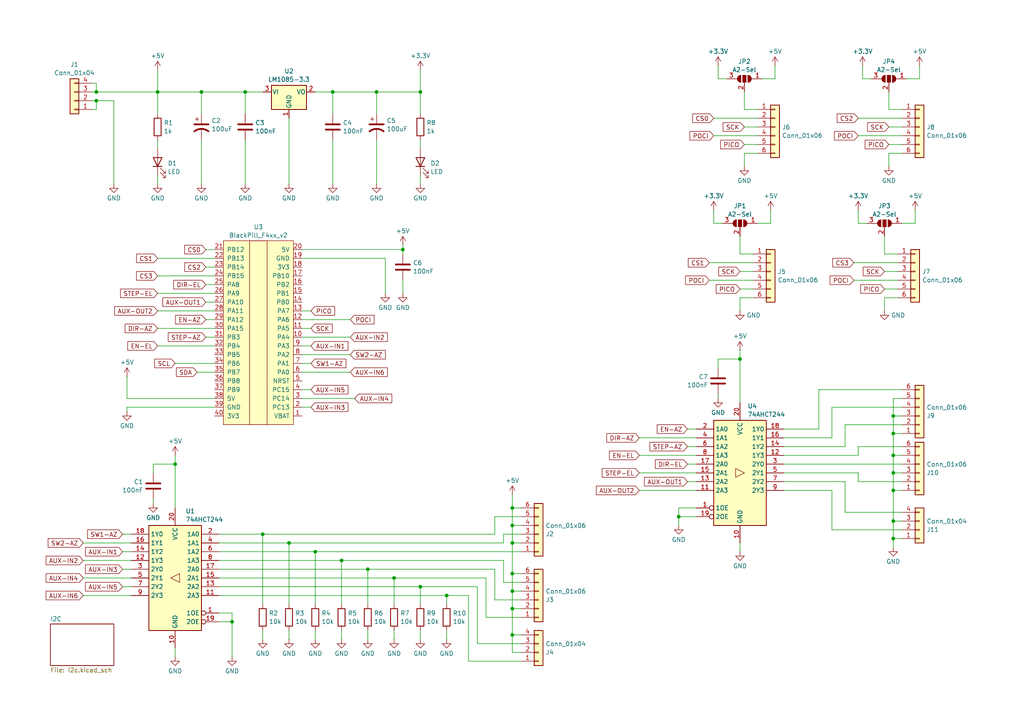
<source format=kicad_sch>
(kicad_sch
	(version 20231120)
	(generator "eeschema")
	(generator_version "8.0")
	(uuid "c1caf198-39aa-41db-9fe6-a03bb1951cde")
	(paper "A4")
	
	(junction
		(at 148.59 157.48)
		(diameter 0)
		(color 0 0 0 0)
		(uuid "0178c2bd-7e0a-47a1-9806-acd96fb6df3f")
	)
	(junction
		(at 45.72 26.67)
		(diameter 0)
		(color 0 0 0 0)
		(uuid "053b6d78-a754-4fdd-83cc-00c072db8a8e")
	)
	(junction
		(at 121.92 170.18)
		(diameter 0)
		(color 0 0 0 0)
		(uuid "083e1d37-4b3d-493d-a7c3-4bbe8afc80f7")
	)
	(junction
		(at 106.68 165.1)
		(diameter 0)
		(color 0 0 0 0)
		(uuid "13ee5076-23ad-4f21-b18c-c0cf0c14cb4b")
	)
	(junction
		(at 259.08 132.08)
		(diameter 0)
		(color 0 0 0 0)
		(uuid "2a22a0f7-ac75-4e9b-b0aa-044a481b6901")
	)
	(junction
		(at 99.06 162.56)
		(diameter 0)
		(color 0 0 0 0)
		(uuid "2f70c57c-066c-47c7-959f-16a276f4e1d6")
	)
	(junction
		(at 58.42 26.67)
		(diameter 0)
		(color 0 0 0 0)
		(uuid "30180804-8a51-4a80-a775-46444f2976e3")
	)
	(junction
		(at 109.22 26.67)
		(diameter 0)
		(color 0 0 0 0)
		(uuid "34c91c80-3ae0-40f1-988c-ca04de2eba24")
	)
	(junction
		(at 259.08 142.24)
		(diameter 0)
		(color 0 0 0 0)
		(uuid "4c237443-8baa-42e7-8778-868a6e2c8c67")
	)
	(junction
		(at 121.92 26.67)
		(diameter 0)
		(color 0 0 0 0)
		(uuid "4e338f85-c3f1-4bc4-ad1c-5b55a3056017")
	)
	(junction
		(at 259.08 137.16)
		(diameter 0)
		(color 0 0 0 0)
		(uuid "59703cda-93f3-4e59-a73b-8232d1be959f")
	)
	(junction
		(at 148.59 147.32)
		(diameter 0)
		(color 0 0 0 0)
		(uuid "63e3a44a-5685-46f5-b350-b34b43806400")
	)
	(junction
		(at 76.2 154.94)
		(diameter 0)
		(color 0 0 0 0)
		(uuid "6855dd30-90b7-4cdb-9ad0-6505e7e2b611")
	)
	(junction
		(at 148.59 166.37)
		(diameter 0)
		(color 0 0 0 0)
		(uuid "6cdedb91-8b27-4422-aeeb-ab3b18b16277")
	)
	(junction
		(at 148.59 176.53)
		(diameter 0)
		(color 0 0 0 0)
		(uuid "7ba07608-b007-4fba-a739-8f55c2366993")
	)
	(junction
		(at 148.59 152.4)
		(diameter 0)
		(color 0 0 0 0)
		(uuid "7c0c0135-ca18-4b79-b36d-21d1afcc8ec3")
	)
	(junction
		(at 214.63 104.14)
		(diameter 0)
		(color 0 0 0 0)
		(uuid "8ac0dd6d-6513-48c3-8f46-6ca01b0c3ee8")
	)
	(junction
		(at 83.82 157.48)
		(diameter 0)
		(color 0 0 0 0)
		(uuid "8e24277b-ebf9-43d9-acbb-239d5c307150")
	)
	(junction
		(at 259.08 156.21)
		(diameter 0)
		(color 0 0 0 0)
		(uuid "92e23385-5172-49e3-9bee-ec18b6418080")
	)
	(junction
		(at 27.94 29.21)
		(diameter 0)
		(color 0 0 0 0)
		(uuid "9a2945ac-0659-463f-b21b-517112988b3c")
	)
	(junction
		(at 148.59 184.15)
		(diameter 0)
		(color 0 0 0 0)
		(uuid "9a3ff032-bc60-4866-a2f2-6824b43f41f1")
	)
	(junction
		(at 114.3 167.64)
		(diameter 0)
		(color 0 0 0 0)
		(uuid "9aa7d8d7-945d-4cf7-b0fc-f416fd100cb1")
	)
	(junction
		(at 96.52 26.67)
		(diameter 0)
		(color 0 0 0 0)
		(uuid "a043115b-d2ec-48cd-b772-2a66c4003e8b")
	)
	(junction
		(at 148.59 171.45)
		(diameter 0)
		(color 0 0 0 0)
		(uuid "a505108d-3054-4789-8ae7-df76c8d666b6")
	)
	(junction
		(at 196.85 149.86)
		(diameter 0)
		(color 0 0 0 0)
		(uuid "a9b7e355-a174-415e-be9f-cd612b2dce34")
	)
	(junction
		(at 259.08 120.65)
		(diameter 0)
		(color 0 0 0 0)
		(uuid "ab1c9bbd-a632-4876-b3d0-6f5313bce5c2")
	)
	(junction
		(at 129.54 172.72)
		(diameter 0)
		(color 0 0 0 0)
		(uuid "b2484279-26e0-4290-98c7-64f2f103af3c")
	)
	(junction
		(at 116.84 72.39)
		(diameter 0)
		(color 0 0 0 0)
		(uuid "dd19121d-b811-449e-8462-04e04d4e0207")
	)
	(junction
		(at 259.08 151.13)
		(diameter 0)
		(color 0 0 0 0)
		(uuid "df5dd5c9-847b-4bc9-ad36-7ef1f5a36593")
	)
	(junction
		(at 27.94 26.67)
		(diameter 0)
		(color 0 0 0 0)
		(uuid "e0e73a42-f93d-48d1-9e36-d7ef38c6f090")
	)
	(junction
		(at 259.08 125.73)
		(diameter 0)
		(color 0 0 0 0)
		(uuid "e510e66f-7a70-4fab-b49c-03afcfef8f9b")
	)
	(junction
		(at 71.12 26.67)
		(diameter 0)
		(color 0 0 0 0)
		(uuid "e5345c80-4399-4e75-af2b-0685f3b4cbcd")
	)
	(junction
		(at 50.8 134.62)
		(diameter 0)
		(color 0 0 0 0)
		(uuid "ef89ae4e-e27b-4990-98c1-66154eb4337e")
	)
	(junction
		(at 91.44 160.02)
		(diameter 0)
		(color 0 0 0 0)
		(uuid "f85b394f-fa45-419e-b737-6dbb2f9da894")
	)
	(junction
		(at 67.31 180.34)
		(diameter 0)
		(color 0 0 0 0)
		(uuid "ffe2dfc4-be22-4dfc-b437-c367b0e1ae4c")
	)
	(wire
		(pts
			(xy 148.59 143.51) (xy 148.59 147.32)
		)
		(stroke
			(width 0)
			(type default)
		)
		(uuid "00dcbc8f-6d69-4816-9d88-02c32ed5e54f")
	)
	(wire
		(pts
			(xy 76.2 182.88) (xy 76.2 185.42)
		)
		(stroke
			(width 0)
			(type default)
		)
		(uuid "027fc52d-06a4-4f4d-b867-97b93eda525b")
	)
	(wire
		(pts
			(xy 148.59 147.32) (xy 148.59 152.4)
		)
		(stroke
			(width 0)
			(type default)
		)
		(uuid "04cb8872-96c3-42d5-a162-5b2d40e124b4")
	)
	(wire
		(pts
			(xy 148.59 176.53) (xy 151.13 176.53)
		)
		(stroke
			(width 0)
			(type default)
		)
		(uuid "0555ba9b-94f6-4056-aab3-3092d5de2ac9")
	)
	(wire
		(pts
			(xy 36.83 118.11) (xy 62.23 118.11)
		)
		(stroke
			(width 0)
			(type default)
		)
		(uuid "07fa662e-215f-4bd9-a2e1-8b9944acd573")
	)
	(wire
		(pts
			(xy 121.92 50.8) (xy 121.92 53.34)
		)
		(stroke
			(width 0)
			(type default)
		)
		(uuid "08feb103-77a4-4727-b10b-ab7ae5b91d2a")
	)
	(wire
		(pts
			(xy 58.42 40.64) (xy 58.42 53.34)
		)
		(stroke
			(width 0)
			(type default)
		)
		(uuid "0c7e452e-7ee5-45b5-b22d-ba710fbcd10e")
	)
	(wire
		(pts
			(xy 148.59 171.45) (xy 151.13 171.45)
		)
		(stroke
			(width 0)
			(type default)
		)
		(uuid "0cc2b629-8d5d-4926-a155-81f38338533c")
	)
	(wire
		(pts
			(xy 35.56 160.02) (xy 38.1 160.02)
		)
		(stroke
			(width 0)
			(type default)
		)
		(uuid "0d004969-00e3-4c17-81f8-3c73de591be0")
	)
	(wire
		(pts
			(xy 151.13 173.99) (xy 143.51 173.99)
		)
		(stroke
			(width 0)
			(type default)
		)
		(uuid "0e021285-6fb4-42e7-b2c2-0db9096d6932")
	)
	(wire
		(pts
			(xy 87.63 72.39) (xy 116.84 72.39)
		)
		(stroke
			(width 0)
			(type default)
		)
		(uuid "0e0212c9-8c33-4d26-91e3-72d616eaad15")
	)
	(wire
		(pts
			(xy 262.89 22.86) (xy 266.7 22.86)
		)
		(stroke
			(width 0)
			(type default)
		)
		(uuid "0fd53a82-88e2-44f3-a0dc-1a9a3ecd004f")
	)
	(wire
		(pts
			(xy 24.13 162.56) (xy 38.1 162.56)
		)
		(stroke
			(width 0)
			(type default)
		)
		(uuid "115de75c-0271-4749-acf6-90001f11cea6")
	)
	(wire
		(pts
			(xy 50.8 134.62) (xy 50.8 147.32)
		)
		(stroke
			(width 0)
			(type default)
		)
		(uuid "11af728b-922e-4ee6-bdd4-adfb23b330e2")
	)
	(wire
		(pts
			(xy 35.56 154.94) (xy 38.1 154.94)
		)
		(stroke
			(width 0)
			(type default)
		)
		(uuid "14097aaf-0c2f-4912-b251-29903e7019c0")
	)
	(wire
		(pts
			(xy 208.28 106.68) (xy 208.28 104.14)
		)
		(stroke
			(width 0)
			(type default)
		)
		(uuid "168ebbc3-049e-4f54-bd81-4e5e84bc3ede")
	)
	(wire
		(pts
			(xy 121.92 170.18) (xy 138.43 170.18)
		)
		(stroke
			(width 0)
			(type default)
		)
		(uuid "1770ee0e-39b6-41d0-8546-23d8caec6485")
	)
	(wire
		(pts
			(xy 87.63 92.71) (xy 101.6 92.71)
		)
		(stroke
			(width 0)
			(type default)
		)
		(uuid "17d1163b-535f-4f14-9bd1-3781a7cd154f")
	)
	(wire
		(pts
			(xy 250.19 19.05) (xy 250.19 22.86)
		)
		(stroke
			(width 0)
			(type default)
		)
		(uuid "180ffebe-fb0d-4a7a-b124-d2cabe2d268f")
	)
	(wire
		(pts
			(xy 27.94 26.67) (xy 45.72 26.67)
		)
		(stroke
			(width 0)
			(type default)
		)
		(uuid "191485bc-977f-451c-8693-f1c93aa01e4d")
	)
	(wire
		(pts
			(xy 208.28 19.05) (xy 208.28 22.86)
		)
		(stroke
			(width 0)
			(type default)
		)
		(uuid "1a687efc-bc01-4711-b1c9-f5f03da6ed2e")
	)
	(wire
		(pts
			(xy 116.84 81.28) (xy 116.84 85.09)
		)
		(stroke
			(width 0)
			(type default)
		)
		(uuid "1c7faee6-36f5-4a95-8730-d2892c831425")
	)
	(wire
		(pts
			(xy 71.12 40.64) (xy 71.12 53.34)
		)
		(stroke
			(width 0)
			(type default)
		)
		(uuid "1d0d5e65-0742-446b-a1b8-fb58ee00cc62")
	)
	(wire
		(pts
			(xy 196.85 149.86) (xy 196.85 152.4)
		)
		(stroke
			(width 0)
			(type default)
		)
		(uuid "208ad7bd-9172-4247-92be-7c981e322359")
	)
	(wire
		(pts
			(xy 109.22 40.64) (xy 109.22 53.34)
		)
		(stroke
			(width 0)
			(type default)
		)
		(uuid "21e3cc21-d788-4061-8671-4e706e182b30")
	)
	(wire
		(pts
			(xy 148.59 176.53) (xy 148.59 184.15)
		)
		(stroke
			(width 0)
			(type default)
		)
		(uuid "233ef007-88f5-4874-af33-a9279ad47ade")
	)
	(wire
		(pts
			(xy 259.08 137.16) (xy 261.62 137.16)
		)
		(stroke
			(width 0)
			(type default)
		)
		(uuid "270584c3-c13d-472a-ac89-7ad168480647")
	)
	(wire
		(pts
			(xy 106.68 182.88) (xy 106.68 185.42)
		)
		(stroke
			(width 0)
			(type default)
		)
		(uuid "27160a86-13ee-4e96-9918-ef2d1db7a06a")
	)
	(wire
		(pts
			(xy 63.5 177.8) (xy 67.31 177.8)
		)
		(stroke
			(width 0)
			(type default)
		)
		(uuid "287f1eb1-efff-4aa6-a9bd-a01d53136689")
	)
	(wire
		(pts
			(xy 57.15 107.95) (xy 62.23 107.95)
		)
		(stroke
			(width 0)
			(type default)
		)
		(uuid "29b541e0-3a38-4915-850c-467d4aa7c67c")
	)
	(wire
		(pts
			(xy 185.42 142.24) (xy 201.93 142.24)
		)
		(stroke
			(width 0)
			(type default)
		)
		(uuid "2b6ee5a5-292a-4f92-b0c3-579527565104")
	)
	(wire
		(pts
			(xy 45.72 80.01) (xy 62.23 80.01)
		)
		(stroke
			(width 0)
			(type default)
		)
		(uuid "2b965b8c-a7cc-4a39-b73f-188d410a17ba")
	)
	(wire
		(pts
			(xy 96.52 26.67) (xy 109.22 26.67)
		)
		(stroke
			(width 0)
			(type default)
		)
		(uuid "2d33a81e-e531-40bd-a902-1ab6eb496027")
	)
	(wire
		(pts
			(xy 45.72 50.8) (xy 45.72 53.34)
		)
		(stroke
			(width 0)
			(type default)
		)
		(uuid "2e5fbcc3-911b-4f7d-8635-da10430ecdf4")
	)
	(wire
		(pts
			(xy 63.5 162.56) (xy 99.06 162.56)
		)
		(stroke
			(width 0)
			(type default)
		)
		(uuid "2e706cbf-055d-43ac-b365-2cdc04088f94")
	)
	(wire
		(pts
			(xy 261.62 44.45) (xy 257.81 44.45)
		)
		(stroke
			(width 0)
			(type default)
		)
		(uuid "2eed5c52-d276-4b27-8351-32148b4eda07")
	)
	(wire
		(pts
			(xy 148.59 152.4) (xy 151.13 152.4)
		)
		(stroke
			(width 0)
			(type default)
		)
		(uuid "2f2f60df-1eb7-4420-bbd0-413f3094b53e")
	)
	(wire
		(pts
			(xy 50.8 105.41) (xy 62.23 105.41)
		)
		(stroke
			(width 0)
			(type default)
		)
		(uuid "30113e4d-506a-46a0-b8ac-5fcfb77d252c")
	)
	(wire
		(pts
			(xy 36.83 109.22) (xy 36.83 115.57)
		)
		(stroke
			(width 0)
			(type default)
		)
		(uuid "3026f348-33d8-439f-aec6-cb949e2180a8")
	)
	(wire
		(pts
			(xy 87.63 105.41) (xy 90.17 105.41)
		)
		(stroke
			(width 0)
			(type default)
		)
		(uuid "30275c4b-6a68-4ce0-9881-d0ce46a9b7ec")
	)
	(wire
		(pts
			(xy 121.92 26.67) (xy 121.92 33.02)
		)
		(stroke
			(width 0)
			(type default)
		)
		(uuid "3045edf0-f42a-4943-8f4c-c3ad3979a285")
	)
	(wire
		(pts
			(xy 45.72 95.25) (xy 62.23 95.25)
		)
		(stroke
			(width 0)
			(type default)
		)
		(uuid "304cbe2e-eac1-43c9-9d81-c67c81ff9dbb")
	)
	(wire
		(pts
			(xy 36.83 119.38) (xy 36.83 118.11)
		)
		(stroke
			(width 0)
			(type default)
		)
		(uuid "30c6d308-ecf0-434e-bebc-d75edfdaf963")
	)
	(wire
		(pts
			(xy 237.49 124.46) (xy 227.33 124.46)
		)
		(stroke
			(width 0)
			(type default)
		)
		(uuid "30dd93f3-cda7-4a90-bba2-90a1f5829e3f")
	)
	(wire
		(pts
			(xy 116.84 72.39) (xy 116.84 73.66)
		)
		(stroke
			(width 0)
			(type default)
		)
		(uuid "33bc6786-aeeb-4049-a2c5-03259e244d85")
	)
	(wire
		(pts
			(xy 257.81 26.67) (xy 257.81 31.75)
		)
		(stroke
			(width 0)
			(type default)
		)
		(uuid "33d67b0b-00e4-4d65-9b79-7046052d062f")
	)
	(wire
		(pts
			(xy 135.89 191.77) (xy 151.13 191.77)
		)
		(stroke
			(width 0)
			(type default)
		)
		(uuid "3818f2e9-2a9b-4fd9-bfcf-123327878d5e")
	)
	(wire
		(pts
			(xy 121.92 182.88) (xy 121.92 185.42)
		)
		(stroke
			(width 0)
			(type default)
		)
		(uuid "38216aaf-c0f2-4e8c-a747-c910e6084ad0")
	)
	(wire
		(pts
			(xy 109.22 26.67) (xy 121.92 26.67)
		)
		(stroke
			(width 0)
			(type default)
		)
		(uuid "3a348185-b2c4-4998-8ba6-35e14ccf2faa")
	)
	(wire
		(pts
			(xy 87.63 113.03) (xy 90.17 113.03)
		)
		(stroke
			(width 0)
			(type default)
		)
		(uuid "3ac79e29-c853-470a-9c5a-e28ef7792e5a")
	)
	(wire
		(pts
			(xy 219.71 44.45) (xy 215.9 44.45)
		)
		(stroke
			(width 0)
			(type default)
		)
		(uuid "3d0b595f-ecda-4982-a5e4-31b2a6bbbde5")
	)
	(wire
		(pts
			(xy 259.08 151.13) (xy 261.62 151.13)
		)
		(stroke
			(width 0)
			(type default)
		)
		(uuid "3d60634f-875e-43a0-8fc8-283d21524b10")
	)
	(wire
		(pts
			(xy 199.39 124.46) (xy 201.93 124.46)
		)
		(stroke
			(width 0)
			(type default)
		)
		(uuid "3dfe7eee-0352-474e-8fbb-2b592bd86e23")
	)
	(wire
		(pts
			(xy 121.92 26.67) (xy 121.92 20.32)
		)
		(stroke
			(width 0)
			(type default)
		)
		(uuid "3e06aa41-527a-4fd0-b277-1ad97a7ccf29")
	)
	(wire
		(pts
			(xy 146.05 168.91) (xy 146.05 162.56)
		)
		(stroke
			(width 0)
			(type default)
		)
		(uuid "3efe059a-fc56-4170-ab59-e1569082309f")
	)
	(wire
		(pts
			(xy 207.01 34.29) (xy 219.71 34.29)
		)
		(stroke
			(width 0)
			(type default)
		)
		(uuid "404d48cf-8ea2-41f7-9458-1b9888866361")
	)
	(wire
		(pts
			(xy 148.59 152.4) (xy 148.59 157.48)
		)
		(stroke
			(width 0)
			(type default)
		)
		(uuid "406a018f-152c-42c9-b642-4fa61f62b209")
	)
	(wire
		(pts
			(xy 143.51 154.94) (xy 76.2 154.94)
		)
		(stroke
			(width 0)
			(type default)
		)
		(uuid "414a7750-1f69-4dad-ae9c-9f50e33f1b58")
	)
	(wire
		(pts
			(xy 245.11 129.54) (xy 227.33 129.54)
		)
		(stroke
			(width 0)
			(type default)
		)
		(uuid "43a425d7-4974-484d-9988-26ee5c2b72af")
	)
	(wire
		(pts
			(xy 261.62 139.7) (xy 248.92 139.7)
		)
		(stroke
			(width 0)
			(type default)
		)
		(uuid "445e3e21-fb9c-49f0-aa0b-ce19fa6e90f9")
	)
	(wire
		(pts
			(xy 227.33 142.24) (xy 241.3 142.24)
		)
		(stroke
			(width 0)
			(type default)
		)
		(uuid "454a43f2-f276-463f-adcf-97caf8e31c96")
	)
	(wire
		(pts
			(xy 248.92 132.08) (xy 227.33 132.08)
		)
		(stroke
			(width 0)
			(type default)
		)
		(uuid "4716f362-f676-4e7c-8fe9-8476285effef")
	)
	(wire
		(pts
			(xy 91.44 160.02) (xy 151.13 160.02)
		)
		(stroke
			(width 0)
			(type default)
		)
		(uuid "494d7ed4-8c11-4aa0-8fe7-ef1900c8623d")
	)
	(wire
		(pts
			(xy 63.5 172.72) (xy 129.54 172.72)
		)
		(stroke
			(width 0)
			(type default)
		)
		(uuid "4a05a5cd-c898-4191-b730-6b429b35ec21")
	)
	(wire
		(pts
			(xy 208.28 114.3) (xy 208.28 115.57)
		)
		(stroke
			(width 0)
			(type default)
		)
		(uuid "4b98e17b-0704-41dd-9abe-2961c0506501")
	)
	(wire
		(pts
			(xy 138.43 186.69) (xy 151.13 186.69)
		)
		(stroke
			(width 0)
			(type default)
		)
		(uuid "4d7a9f0f-e004-40ca-9f88-32deb3f36efa")
	)
	(wire
		(pts
			(xy 106.68 165.1) (xy 106.68 175.26)
		)
		(stroke
			(width 0)
			(type default)
		)
		(uuid "4fec17ee-2fb1-4e29-9ed9-513e89fe610d")
	)
	(wire
		(pts
			(xy 114.3 167.64) (xy 114.3 175.26)
		)
		(stroke
			(width 0)
			(type default)
		)
		(uuid "508f932b-b6dd-43bc-ada4-55940890d730")
	)
	(wire
		(pts
			(xy 96.52 40.64) (xy 96.52 53.34)
		)
		(stroke
			(width 0)
			(type default)
		)
		(uuid "50aa3d97-997d-4fd6-ab54-567b482f45ea")
	)
	(wire
		(pts
			(xy 248.92 129.54) (xy 248.92 132.08)
		)
		(stroke
			(width 0)
			(type default)
		)
		(uuid "5321a063-6a51-4eb1-aa62-f65f235e0f12")
	)
	(wire
		(pts
			(xy 265.43 64.77) (xy 265.43 60.96)
		)
		(stroke
			(width 0)
			(type default)
		)
		(uuid "53a1d026-179d-426a-882c-5ce0add475ee")
	)
	(wire
		(pts
			(xy 257.81 41.91) (xy 261.62 41.91)
		)
		(stroke
			(width 0)
			(type default)
		)
		(uuid "53d771fc-9657-4eb2-a128-ec5da09da939")
	)
	(wire
		(pts
			(xy 135.89 172.72) (xy 135.89 191.77)
		)
		(stroke
			(width 0)
			(type default)
		)
		(uuid "53d95bfa-93f2-49c0-a54b-2fe4c2f91756")
	)
	(wire
		(pts
			(xy 241.3 153.67) (xy 261.62 153.67)
		)
		(stroke
			(width 0)
			(type default)
		)
		(uuid "54262ca3-ac68-4a62-a405-f26825392842")
	)
	(wire
		(pts
			(xy 63.5 167.64) (xy 114.3 167.64)
		)
		(stroke
			(width 0)
			(type default)
		)
		(uuid "547822b7-8261-41f4-9761-b7f753d39513")
	)
	(wire
		(pts
			(xy 224.79 22.86) (xy 224.79 19.05)
		)
		(stroke
			(width 0)
			(type default)
		)
		(uuid "552848fa-2540-40fe-a2ec-740a859d829c")
	)
	(wire
		(pts
			(xy 207.01 64.77) (xy 209.55 64.77)
		)
		(stroke
			(width 0)
			(type default)
		)
		(uuid "55a7022a-0d03-4d11-ba65-900e0aa329e5")
	)
	(wire
		(pts
			(xy 250.19 22.86) (xy 252.73 22.86)
		)
		(stroke
			(width 0)
			(type default)
		)
		(uuid "5684e5cf-6465-4960-8753-b85d8aa62bb9")
	)
	(wire
		(pts
			(xy 138.43 170.18) (xy 138.43 186.69)
		)
		(stroke
			(width 0)
			(type default)
		)
		(uuid "56921b23-ae4d-4013-a6e5-4d0f2d0c914e")
	)
	(wire
		(pts
			(xy 121.92 40.64) (xy 121.92 43.18)
		)
		(stroke
			(width 0)
			(type default)
		)
		(uuid "5760cb29-1335-4b83-b163-d4aba02f07d4")
	)
	(wire
		(pts
			(xy 63.5 180.34) (xy 67.31 180.34)
		)
		(stroke
			(width 0)
			(type default)
		)
		(uuid "59c71e52-97ab-4a28-bf3e-b0140827f9b8")
	)
	(wire
		(pts
			(xy 140.97 179.07) (xy 140.97 167.64)
		)
		(stroke
			(width 0)
			(type default)
		)
		(uuid "5a274ee4-5bc4-477c-b41b-8dccb3049ac3")
	)
	(wire
		(pts
			(xy 24.13 157.48) (xy 38.1 157.48)
		)
		(stroke
			(width 0)
			(type default)
		)
		(uuid "5a3c7345-8ea5-4c3e-a44c-0befbe44ea14")
	)
	(wire
		(pts
			(xy 109.22 26.67) (xy 109.22 33.02)
		)
		(stroke
			(width 0)
			(type default)
		)
		(uuid "5b8c8116-deb3-4d7b-b410-a2763f24add4")
	)
	(wire
		(pts
			(xy 248.92 34.29) (xy 261.62 34.29)
		)
		(stroke
			(width 0)
			(type default)
		)
		(uuid "5bae489a-548e-417e-947c-9c6dc3eea9aa")
	)
	(wire
		(pts
			(xy 214.63 157.48) (xy 214.63 160.02)
		)
		(stroke
			(width 0)
			(type default)
		)
		(uuid "5d473302-3f88-4d6d-8355-2bdec71d0073")
	)
	(wire
		(pts
			(xy 45.72 26.67) (xy 45.72 33.02)
		)
		(stroke
			(width 0)
			(type default)
		)
		(uuid "5fc43854-b24e-4b02-a34e-df96ee03167e")
	)
	(wire
		(pts
			(xy 256.54 86.36) (xy 256.54 90.17)
		)
		(stroke
			(width 0)
			(type default)
		)
		(uuid "5fe3e5ff-91be-4c6d-b6b6-1c2ce92fadb0")
	)
	(wire
		(pts
			(xy 71.12 26.67) (xy 76.2 26.67)
		)
		(stroke
			(width 0)
			(type default)
		)
		(uuid "61118c49-867a-4e1b-9e0b-b5ab3dba1810")
	)
	(wire
		(pts
			(xy 151.13 149.86) (xy 143.51 149.86)
		)
		(stroke
			(width 0)
			(type default)
		)
		(uuid "62e4cd9b-f1c8-4561-9340-cc241cccc774")
	)
	(wire
		(pts
			(xy 63.5 165.1) (xy 106.68 165.1)
		)
		(stroke
			(width 0)
			(type default)
		)
		(uuid "63fb8e73-04ea-43f7-8efd-d881f4e4683b")
	)
	(wire
		(pts
			(xy 185.42 137.16) (xy 201.93 137.16)
		)
		(stroke
			(width 0)
			(type default)
		)
		(uuid "649858b2-b4bc-4312-ab53-d90d3ac1ebcf")
	)
	(wire
		(pts
			(xy 260.35 86.36) (xy 256.54 86.36)
		)
		(stroke
			(width 0)
			(type default)
		)
		(uuid "64dd1bfa-9219-495e-a36f-023af554172a")
	)
	(wire
		(pts
			(xy 27.94 24.13) (xy 27.94 26.67)
		)
		(stroke
			(width 0)
			(type default)
		)
		(uuid "66ca106f-2251-4058-b3dc-0c8a9ba0a457")
	)
	(wire
		(pts
			(xy 199.39 139.7) (xy 201.93 139.7)
		)
		(stroke
			(width 0)
			(type default)
		)
		(uuid "66eb54a8-d868-4457-bc0f-61e64433344f")
	)
	(wire
		(pts
			(xy 87.63 118.11) (xy 90.17 118.11)
		)
		(stroke
			(width 0)
			(type default)
		)
		(uuid "681857bf-1bd8-4fb2-b44e-7cb80da65da7")
	)
	(wire
		(pts
			(xy 59.69 82.55) (xy 62.23 82.55)
		)
		(stroke
			(width 0)
			(type default)
		)
		(uuid "69aaba23-a02b-41b3-a14a-8dc81668ea9f")
	)
	(wire
		(pts
			(xy 261.62 125.73) (xy 259.08 125.73)
		)
		(stroke
			(width 0)
			(type default)
		)
		(uuid "6b485eda-8941-43c3-9341-ca0028b62cdd")
	)
	(wire
		(pts
			(xy 219.71 31.75) (xy 215.9 31.75)
		)
		(stroke
			(width 0)
			(type default)
		)
		(uuid "6dcb020b-c8f5-4f98-b0d9-f3a75654e779")
	)
	(wire
		(pts
			(xy 45.72 100.33) (xy 62.23 100.33)
		)
		(stroke
			(width 0)
			(type default)
		)
		(uuid "6e995bf0-0738-4af2-b2b8-0a88e2c22597")
	)
	(wire
		(pts
			(xy 208.28 104.14) (xy 214.63 104.14)
		)
		(stroke
			(width 0)
			(type default)
		)
		(uuid "707e7a83-7b69-42d0-9c80-41d68d3d2f7c")
	)
	(wire
		(pts
			(xy 83.82 157.48) (xy 146.05 157.48)
		)
		(stroke
			(width 0)
			(type default)
		)
		(uuid "716ead42-c8f7-4bda-940f-414aab43e635")
	)
	(wire
		(pts
			(xy 59.69 72.39) (xy 62.23 72.39)
		)
		(stroke
			(width 0)
			(type default)
		)
		(uuid "71b45e69-89b3-49ca-9987-85d9c78b637c")
	)
	(wire
		(pts
			(xy 87.63 97.79) (xy 101.6 97.79)
		)
		(stroke
			(width 0)
			(type default)
		)
		(uuid "73735916-ca85-474d-88f9-ceedffa05045")
	)
	(wire
		(pts
			(xy 91.44 182.88) (xy 91.44 185.42)
		)
		(stroke
			(width 0)
			(type default)
		)
		(uuid "75a8f142-4242-46c9-834a-4f6b943ba8dc")
	)
	(wire
		(pts
			(xy 35.56 170.18) (xy 38.1 170.18)
		)
		(stroke
			(width 0)
			(type default)
		)
		(uuid "77b7e360-52e7-4f85-88d7-911c66381bf5")
	)
	(wire
		(pts
			(xy 248.92 64.77) (xy 251.46 64.77)
		)
		(stroke
			(width 0)
			(type default)
		)
		(uuid "787386e5-c190-4074-ba58-1aa6f7f6501d")
	)
	(wire
		(pts
			(xy 259.08 132.08) (xy 259.08 137.16)
		)
		(stroke
			(width 0)
			(type default)
		)
		(uuid "78f305e4-6637-4d1e-a062-737e937c10bf")
	)
	(wire
		(pts
			(xy 83.82 34.29) (xy 83.82 53.34)
		)
		(stroke
			(width 0)
			(type default)
		)
		(uuid "799cc251-1da4-4e0b-b3bd-71b377383b9e")
	)
	(wire
		(pts
			(xy 58.42 26.67) (xy 45.72 26.67)
		)
		(stroke
			(width 0)
			(type default)
		)
		(uuid "79e801b9-2328-45a8-be68-e95a6a7e1690")
	)
	(wire
		(pts
			(xy 114.3 167.64) (xy 140.97 167.64)
		)
		(stroke
			(width 0)
			(type default)
		)
		(uuid "7b3eabdf-4bc7-49ff-bf17-152a7aaab2dd")
	)
	(wire
		(pts
			(xy 99.06 162.56) (xy 146.05 162.56)
		)
		(stroke
			(width 0)
			(type default)
		)
		(uuid "7cd7d905-570a-4199-90f4-a7c90899d55d")
	)
	(wire
		(pts
			(xy 227.33 139.7) (xy 245.11 139.7)
		)
		(stroke
			(width 0)
			(type default)
		)
		(uuid "7cfc98f0-556c-41b2-bf34-8861e2ba8dd2")
	)
	(wire
		(pts
			(xy 71.12 26.67) (xy 71.12 33.02)
		)
		(stroke
			(width 0)
			(type default)
		)
		(uuid "7f0643f6-3826-4ee7-afd7-ad747b65a74b")
	)
	(wire
		(pts
			(xy 63.5 170.18) (xy 121.92 170.18)
		)
		(stroke
			(width 0)
			(type default)
		)
		(uuid "7f26da72-15ca-4fa8-9bc6-4b6d2899cfa9")
	)
	(wire
		(pts
			(xy 24.13 172.72) (xy 38.1 172.72)
		)
		(stroke
			(width 0)
			(type default)
		)
		(uuid "7fc119d4-f04d-4395-b6b7-f853192251ba")
	)
	(wire
		(pts
			(xy 205.74 76.2) (xy 218.44 76.2)
		)
		(stroke
			(width 0)
			(type default)
		)
		(uuid "81376fa9-4865-4958-b3cd-467ac49824c5")
	)
	(wire
		(pts
			(xy 215.9 26.67) (xy 215.9 31.75)
		)
		(stroke
			(width 0)
			(type default)
		)
		(uuid "82538ae7-172d-4a8c-ae87-7b09e617fbf6")
	)
	(wire
		(pts
			(xy 257.81 44.45) (xy 257.81 48.26)
		)
		(stroke
			(width 0)
			(type default)
		)
		(uuid "854fa227-9626-4f09-ae6e-fa58a27f453f")
	)
	(wire
		(pts
			(xy 260.35 73.66) (xy 256.54 73.66)
		)
		(stroke
			(width 0)
			(type default)
		)
		(uuid "85eba505-4e18-498b-8cb7-007d9efe2d4b")
	)
	(wire
		(pts
			(xy 214.63 104.14) (xy 214.63 116.84)
		)
		(stroke
			(width 0)
			(type default)
		)
		(uuid "873ec176-ec9a-4ffc-9264-07ac81179b04")
	)
	(wire
		(pts
			(xy 59.69 77.47) (xy 62.23 77.47)
		)
		(stroke
			(width 0)
			(type default)
		)
		(uuid "8750eb36-0159-4fcc-a575-6cd5e9f1ab22")
	)
	(wire
		(pts
			(xy 148.59 147.32) (xy 151.13 147.32)
		)
		(stroke
			(width 0)
			(type default)
		)
		(uuid "8810fd35-222b-4892-b433-5f0606d237a5")
	)
	(wire
		(pts
			(xy 214.63 83.82) (xy 218.44 83.82)
		)
		(stroke
			(width 0)
			(type default)
		)
		(uuid "88d9404d-7e2d-4c85-97bd-aea3963a9ee9")
	)
	(wire
		(pts
			(xy 247.65 81.28) (xy 260.35 81.28)
		)
		(stroke
			(width 0)
			(type default)
		)
		(uuid "899ada8a-9d73-4bfe-bc16-6f19c5a15703")
	)
	(wire
		(pts
			(xy 44.45 137.16) (xy 44.45 134.62)
		)
		(stroke
			(width 0)
			(type default)
		)
		(uuid "8a31beea-5403-4f6d-9472-c1f4e166986a")
	)
	(wire
		(pts
			(xy 205.74 81.28) (xy 218.44 81.28)
		)
		(stroke
			(width 0)
			(type default)
		)
		(uuid "8b4fdc3c-c2b0-47ef-9377-434063914675")
	)
	(wire
		(pts
			(xy 261.62 129.54) (xy 248.92 129.54)
		)
		(stroke
			(width 0)
			(type default)
		)
		(uuid "8b59d4ec-3fbb-48ce-85fc-5ee6a7af4714")
	)
	(wire
		(pts
			(xy 148.59 184.15) (xy 151.13 184.15)
		)
		(stroke
			(width 0)
			(type default)
		)
		(uuid "8bcb9a7e-bfa9-4fd7-8b86-9aeeff72d4ad")
	)
	(wire
		(pts
			(xy 248.92 137.16) (xy 227.33 137.16)
		)
		(stroke
			(width 0)
			(type default)
		)
		(uuid "8be5a974-0eae-447b-b932-fab4388aeeb4")
	)
	(wire
		(pts
			(xy 148.59 171.45) (xy 148.59 176.53)
		)
		(stroke
			(width 0)
			(type default)
		)
		(uuid "8bf40ca8-8f1c-471a-942a-567b10be294a")
	)
	(wire
		(pts
			(xy 241.3 142.24) (xy 241.3 153.67)
		)
		(stroke
			(width 0)
			(type default)
		)
		(uuid "8c7c479b-1bb0-4855-bb30-b6d8435b8cd2")
	)
	(wire
		(pts
			(xy 148.59 184.15) (xy 148.59 189.23)
		)
		(stroke
			(width 0)
			(type default)
		)
		(uuid "8c876b7c-9a53-455e-8443-c3ef588492c9")
	)
	(wire
		(pts
			(xy 83.82 182.88) (xy 83.82 185.42)
		)
		(stroke
			(width 0)
			(type default)
		)
		(uuid "8da032c8-0276-475a-a7a7-facc574720db")
	)
	(wire
		(pts
			(xy 148.59 166.37) (xy 148.59 171.45)
		)
		(stroke
			(width 0)
			(type default)
		)
		(uuid "8dbbb99b-fb16-44c6-a250-80359b46c93c")
	)
	(wire
		(pts
			(xy 76.2 154.94) (xy 76.2 175.26)
		)
		(stroke
			(width 0)
			(type default)
		)
		(uuid "8e46b061-56d9-48d1-94c9-fdf064fa7458")
	)
	(wire
		(pts
			(xy 148.59 189.23) (xy 151.13 189.23)
		)
		(stroke
			(width 0)
			(type default)
		)
		(uuid "8e77a253-5668-49f3-bade-dd0bcf25267a")
	)
	(wire
		(pts
			(xy 261.62 123.19) (xy 245.11 123.19)
		)
		(stroke
			(width 0)
			(type default)
		)
		(uuid "90aed78d-7855-4489-9326-9913e963a33c")
	)
	(wire
		(pts
			(xy 45.72 90.17) (xy 62.23 90.17)
		)
		(stroke
			(width 0)
			(type default)
		)
		(uuid "90ee3d64-2da0-49ff-b062-52456b9fb5f0")
	)
	(wire
		(pts
			(xy 185.42 127) (xy 201.93 127)
		)
		(stroke
			(width 0)
			(type default)
		)
		(uuid "91743d20-006c-4b13-86a4-f27e4e2f063f")
	)
	(wire
		(pts
			(xy 199.39 134.62) (xy 201.93 134.62)
		)
		(stroke
			(width 0)
			(type default)
		)
		(uuid "937fc5fd-173a-4a74-a8c1-f234dfd90c1a")
	)
	(wire
		(pts
			(xy 50.8 132.08) (xy 50.8 134.62)
		)
		(stroke
			(width 0)
			(type default)
		)
		(uuid "951c77b6-c8f0-4639-82ef-e99015919294")
	)
	(wire
		(pts
			(xy 261.62 120.65) (xy 259.08 120.65)
		)
		(stroke
			(width 0)
			(type default)
		)
		(uuid "96c8ce58-a8b2-4bee-a22d-94dcb9ad2454")
	)
	(wire
		(pts
			(xy 58.42 26.67) (xy 71.12 26.67)
		)
		(stroke
			(width 0)
			(type default)
		)
		(uuid "971b5afe-30ee-461c-839b-bc3e1d692207")
	)
	(wire
		(pts
			(xy 259.08 120.65) (xy 259.08 125.73)
		)
		(stroke
			(width 0)
			(type default)
		)
		(uuid "977e6033-db4b-4dd7-95f0-53e67069a4cf")
	)
	(wire
		(pts
			(xy 83.82 157.48) (xy 63.5 157.48)
		)
		(stroke
			(width 0)
			(type default)
		)
		(uuid "984b724b-1ad3-4b18-b949-5c4097e484b8")
	)
	(wire
		(pts
			(xy 35.56 165.1) (xy 38.1 165.1)
		)
		(stroke
			(width 0)
			(type default)
		)
		(uuid "996db1d8-01b9-4185-a955-483b60d114f0")
	)
	(wire
		(pts
			(xy 111.76 74.93) (xy 111.76 85.09)
		)
		(stroke
			(width 0)
			(type default)
		)
		(uuid "9b3bd2fe-00f7-42d6-8ce2-b9e19ed79d7c")
	)
	(wire
		(pts
			(xy 259.08 142.24) (xy 261.62 142.24)
		)
		(stroke
			(width 0)
			(type default)
		)
		(uuid "9b463686-c0f1-4132-818b-573ac27f13a1")
	)
	(wire
		(pts
			(xy 207.01 39.37) (xy 219.71 39.37)
		)
		(stroke
			(width 0)
			(type default)
		)
		(uuid "9d384aed-d53d-4331-adca-bb3137476f65")
	)
	(wire
		(pts
			(xy 241.3 127) (xy 227.33 127)
		)
		(stroke
			(width 0)
			(type default)
		)
		(uuid "9dfee40b-e332-4012-a189-34110e8677ed")
	)
	(wire
		(pts
			(xy 63.5 160.02) (xy 91.44 160.02)
		)
		(stroke
			(width 0)
			(type default)
		)
		(uuid "9e417fad-1cc6-47c6-b085-f33c286a30c0")
	)
	(wire
		(pts
			(xy 148.59 157.48) (xy 148.59 166.37)
		)
		(stroke
			(width 0)
			(type default)
		)
		(uuid "9e48ee58-2cab-45b3-b401-9d0d58ca332b")
	)
	(wire
		(pts
			(xy 248.92 39.37) (xy 261.62 39.37)
		)
		(stroke
			(width 0)
			(type default)
		)
		(uuid "a0db5ab8-7ca7-4c82-a711-67c8556ec986")
	)
	(wire
		(pts
			(xy 59.69 87.63) (xy 62.23 87.63)
		)
		(stroke
			(width 0)
			(type default)
		)
		(uuid "a1770914-25c3-491d-8a42-895c0a28ae36")
	)
	(wire
		(pts
			(xy 129.54 182.88) (xy 129.54 185.42)
		)
		(stroke
			(width 0)
			(type default)
		)
		(uuid "a1898a72-6407-4144-99be-a1b47b80c9a1")
	)
	(wire
		(pts
			(xy 261.62 115.57) (xy 259.08 115.57)
		)
		(stroke
			(width 0)
			(type default)
		)
		(uuid "a3a3cbd6-b3cc-48b2-bcfb-e83e5cd6bbd7")
	)
	(wire
		(pts
			(xy 214.63 68.58) (xy 214.63 73.66)
		)
		(stroke
			(width 0)
			(type default)
		)
		(uuid "a3e9a1a6-95b5-4690-9780-62a31020695d")
	)
	(wire
		(pts
			(xy 129.54 172.72) (xy 129.54 175.26)
		)
		(stroke
			(width 0)
			(type default)
		)
		(uuid "a405fb94-2fdb-4305-a40e-af9c37cda40a")
	)
	(wire
		(pts
			(xy 257.81 36.83) (xy 261.62 36.83)
		)
		(stroke
			(width 0)
			(type default)
		)
		(uuid "a445fb59-d980-4d15-9530-497288844f08")
	)
	(wire
		(pts
			(xy 87.63 95.25) (xy 90.17 95.25)
		)
		(stroke
			(width 0)
			(type default)
		)
		(uuid "a516b831-66ec-4783-9185-7e07959b810f")
	)
	(wire
		(pts
			(xy 259.08 115.57) (xy 259.08 120.65)
		)
		(stroke
			(width 0)
			(type default)
		)
		(uuid "a7c93bfc-b887-4997-8ce9-a7bd5e5ff2a7")
	)
	(wire
		(pts
			(xy 259.08 151.13) (xy 259.08 156.21)
		)
		(stroke
			(width 0)
			(type default)
		)
		(uuid "a990893d-5e01-4f04-997c-5b59a25fa679")
	)
	(wire
		(pts
			(xy 223.52 64.77) (xy 223.52 60.96)
		)
		(stroke
			(width 0)
			(type default)
		)
		(uuid "ab4ae984-a938-4fe8-ab4d-05d9b11cb09e")
	)
	(wire
		(pts
			(xy 248.92 60.96) (xy 248.92 64.77)
		)
		(stroke
			(width 0)
			(type default)
		)
		(uuid "ab9406bf-b14e-45b1-a260-996cacc30a19")
	)
	(wire
		(pts
			(xy 261.62 64.77) (xy 265.43 64.77)
		)
		(stroke
			(width 0)
			(type default)
		)
		(uuid "aba8aafa-57b4-43ae-8c35-4395cf1d4da7")
	)
	(wire
		(pts
			(xy 87.63 107.95) (xy 101.6 107.95)
		)
		(stroke
			(width 0)
			(type default)
		)
		(uuid "ac5cb523-ed91-4a5a-872a-79a300b12bb6")
	)
	(wire
		(pts
			(xy 146.05 154.94) (xy 146.05 157.48)
		)
		(stroke
			(width 0)
			(type default)
		)
		(uuid "ae4644d9-4290-4721-b29c-a7b7bb194937")
	)
	(wire
		(pts
			(xy 196.85 147.32) (xy 201.93 147.32)
		)
		(stroke
			(width 0)
			(type default)
		)
		(uuid "b032b682-fbc3-47e3-83ce-2b2903a49421")
	)
	(wire
		(pts
			(xy 151.13 168.91) (xy 146.05 168.91)
		)
		(stroke
			(width 0)
			(type default)
		)
		(uuid "b15fad58-86ad-427e-802b-9b4f6d82e1eb")
	)
	(wire
		(pts
			(xy 259.08 132.08) (xy 261.62 132.08)
		)
		(stroke
			(width 0)
			(type default)
		)
		(uuid "b2c38cbf-0135-4287-b57a-46707872bce8")
	)
	(wire
		(pts
			(xy 67.31 180.34) (xy 67.31 190.5)
		)
		(stroke
			(width 0)
			(type default)
		)
		(uuid "b2f37d18-1ce8-446b-b906-99ea123d9b8f")
	)
	(wire
		(pts
			(xy 241.3 118.11) (xy 241.3 127)
		)
		(stroke
			(width 0)
			(type default)
		)
		(uuid "b367be8a-db65-4c95-bcfd-eafb24d60cde")
	)
	(wire
		(pts
			(xy 106.68 165.1) (xy 143.51 165.1)
		)
		(stroke
			(width 0)
			(type default)
		)
		(uuid "b4016c53-0dc0-4a70-b19a-41135144c60c")
	)
	(wire
		(pts
			(xy 27.94 31.75) (xy 27.94 29.21)
		)
		(stroke
			(width 0)
			(type default)
		)
		(uuid "b42f1d5b-fc0d-4855-8011-bd225aa65de5")
	)
	(wire
		(pts
			(xy 261.62 148.59) (xy 245.11 148.59)
		)
		(stroke
			(width 0)
			(type default)
		)
		(uuid "b4520b18-cd49-4dc3-ab0e-cbb20b069067")
	)
	(wire
		(pts
			(xy 215.9 44.45) (xy 215.9 48.26)
		)
		(stroke
			(width 0)
			(type default)
		)
		(uuid "b47e5eba-a876-4625-88aa-6b41dc889dcc")
	)
	(wire
		(pts
			(xy 259.08 156.21) (xy 261.62 156.21)
		)
		(stroke
			(width 0)
			(type default)
		)
		(uuid "b69f05b3-7938-4e84-9046-aa1b61320e06")
	)
	(wire
		(pts
			(xy 208.28 22.86) (xy 210.82 22.86)
		)
		(stroke
			(width 0)
			(type default)
		)
		(uuid "b6c1364a-1a3b-46ec-85f3-de1881994737")
	)
	(wire
		(pts
			(xy 218.44 86.36) (xy 214.63 86.36)
		)
		(stroke
			(width 0)
			(type default)
		)
		(uuid "b6c4ecc5-8993-46ae-94dc-b6e743775957")
	)
	(wire
		(pts
			(xy 148.59 166.37) (xy 151.13 166.37)
		)
		(stroke
			(width 0)
			(type default)
		)
		(uuid "b876bcf9-58a3-453d-9b69-ab3bd72a3048")
	)
	(wire
		(pts
			(xy 45.72 74.93) (xy 62.23 74.93)
		)
		(stroke
			(width 0)
			(type default)
		)
		(uuid "b8b06fbf-5ebf-40d2-8b10-316071e76c6c")
	)
	(wire
		(pts
			(xy 214.63 101.6) (xy 214.63 104.14)
		)
		(stroke
			(width 0)
			(type default)
		)
		(uuid "b91d6091-ce38-4047-bd3f-4d1db9de0ee4")
	)
	(wire
		(pts
			(xy 261.62 31.75) (xy 257.81 31.75)
		)
		(stroke
			(width 0)
			(type default)
		)
		(uuid "b9578cbc-5b5c-4faa-b911-663cc7990e85")
	)
	(wire
		(pts
			(xy 199.39 129.54) (xy 201.93 129.54)
		)
		(stroke
			(width 0)
			(type default)
		)
		(uuid "ba3df941-bb4b-4ae0-b8e9-7fe758cc6329")
	)
	(wire
		(pts
			(xy 24.13 167.64) (xy 38.1 167.64)
		)
		(stroke
			(width 0)
			(type default)
		)
		(uuid "bc747531-27bb-47f1-998b-4644d6646c8e")
	)
	(wire
		(pts
			(xy 259.08 156.21) (xy 259.08 158.75)
		)
		(stroke
			(width 0)
			(type default)
		)
		(uuid "bd660b40-d2f6-44f3-962a-f26796d8f067")
	)
	(wire
		(pts
			(xy 214.63 78.74) (xy 218.44 78.74)
		)
		(stroke
			(width 0)
			(type default)
		)
		(uuid "c11ad298-b6cd-4b5f-a2a0-2900c60176aa")
	)
	(wire
		(pts
			(xy 91.44 26.67) (xy 96.52 26.67)
		)
		(stroke
			(width 0)
			(type default)
		)
		(uuid "c12f66e3-759d-4de2-9ff6-e444592fa788")
	)
	(wire
		(pts
			(xy 247.65 76.2) (xy 260.35 76.2)
		)
		(stroke
			(width 0)
			(type default)
		)
		(uuid "c207430c-c97b-4d30-8c70-9ffc77edeed1")
	)
	(wire
		(pts
			(xy 218.44 73.66) (xy 214.63 73.66)
		)
		(stroke
			(width 0)
			(type default)
		)
		(uuid "c4d38acc-2451-4e7b-a6e0-7501535b1434")
	)
	(wire
		(pts
			(xy 151.13 154.94) (xy 146.05 154.94)
		)
		(stroke
			(width 0)
			(type default)
		)
		(uuid "c519efda-844e-45e1-83cd-399e6bc5ea92")
	)
	(wire
		(pts
			(xy 185.42 132.08) (xy 201.93 132.08)
		)
		(stroke
			(width 0)
			(type default)
		)
		(uuid "c6ee9384-2b69-49fa-bf63-56c9a0cd123b")
	)
	(wire
		(pts
			(xy 27.94 29.21) (xy 33.02 29.21)
		)
		(stroke
			(width 0)
			(type default)
		)
		(uuid "c813d33a-d3f1-477a-8d02-510d3a3cc01c")
	)
	(wire
		(pts
			(xy 87.63 74.93) (xy 111.76 74.93)
		)
		(stroke
			(width 0)
			(type default)
		)
		(uuid "c8ee7f57-0dc6-4ef5-926e-d3e11babad07")
	)
	(wire
		(pts
			(xy 259.08 137.16) (xy 259.08 142.24)
		)
		(stroke
			(width 0)
			(type default)
		)
		(uuid "c96cf9b3-2d71-4958-93f1-91a7722d0332")
	)
	(wire
		(pts
			(xy 148.59 157.48) (xy 151.13 157.48)
		)
		(stroke
			(width 0)
			(type default)
		)
		(uuid "ca56e1dc-ec58-4449-82ec-eee3f68a3459")
	)
	(wire
		(pts
			(xy 59.69 97.79) (xy 62.23 97.79)
		)
		(stroke
			(width 0)
			(type default)
		)
		(uuid "cadfa862-a6a7-4ee4-888d-2ba494947dbf")
	)
	(wire
		(pts
			(xy 227.33 134.62) (xy 261.62 134.62)
		)
		(stroke
			(width 0)
			(type default)
		)
		(uuid "cb11b218-85e6-4d33-8c6d-c386c9fcc472")
	)
	(wire
		(pts
			(xy 256.54 78.74) (xy 260.35 78.74)
		)
		(stroke
			(width 0)
			(type default)
		)
		(uuid "cb3610c5-ad14-4bbb-8391-9814921ba6de")
	)
	(wire
		(pts
			(xy 33.02 29.21) (xy 33.02 53.34)
		)
		(stroke
			(width 0)
			(type default)
		)
		(uuid "cbded53a-69db-471d-b83d-f53098880128")
	)
	(wire
		(pts
			(xy 87.63 90.17) (xy 90.17 90.17)
		)
		(stroke
			(width 0)
			(type default)
		)
		(uuid "cc24fe8a-2890-43cf-bbc7-e50d32b689ff")
	)
	(wire
		(pts
			(xy 143.51 149.86) (xy 143.51 154.94)
		)
		(stroke
			(width 0)
			(type default)
		)
		(uuid "cc39e428-3b00-4de2-b867-40bc4c7836b2")
	)
	(wire
		(pts
			(xy 116.84 71.12) (xy 116.84 72.39)
		)
		(stroke
			(width 0)
			(type default)
		)
		(uuid "cd0fabb2-0995-4216-8bcf-77cb40b36d6f")
	)
	(wire
		(pts
			(xy 256.54 68.58) (xy 256.54 73.66)
		)
		(stroke
			(width 0)
			(type default)
		)
		(uuid "cd32f3d9-8b8c-43d7-a28a-845e71e2efe8")
	)
	(wire
		(pts
			(xy 50.8 187.96) (xy 50.8 190.5)
		)
		(stroke
			(width 0)
			(type default)
		)
		(uuid "cd40e9fd-1d01-4f94-b53b-79b9da30f8cf")
	)
	(wire
		(pts
			(xy 215.9 41.91) (xy 219.71 41.91)
		)
		(stroke
			(width 0)
			(type default)
		)
		(uuid "cdb2914d-4ce0-4bf1-b4ad-41f0e7b6086a")
	)
	(wire
		(pts
			(xy 121.92 170.18) (xy 121.92 175.26)
		)
		(stroke
			(width 0)
			(type default)
		)
		(uuid "cdcf9122-c42e-41a9-8529-3cde5761b6f8")
	)
	(wire
		(pts
			(xy 143.51 173.99) (xy 143.51 165.1)
		)
		(stroke
			(width 0)
			(type default)
		)
		(uuid "cff327a6-97f8-4008-8ee4-6258be1c60ab")
	)
	(wire
		(pts
			(xy 83.82 157.48) (xy 83.82 175.26)
		)
		(stroke
			(width 0)
			(type default)
		)
		(uuid "d02cf4ae-1081-432d-a107-02ca61c242b1")
	)
	(wire
		(pts
			(xy 76.2 154.94) (xy 63.5 154.94)
		)
		(stroke
			(width 0)
			(type default)
		)
		(uuid "d15f8230-f44d-40be-9dc5-62ee052a9cd8")
	)
	(wire
		(pts
			(xy 99.06 182.88) (xy 99.06 185.42)
		)
		(stroke
			(width 0)
			(type default)
		)
		(uuid "d29b5468-fbed-49b2-a484-86219ac54219")
	)
	(wire
		(pts
			(xy 45.72 26.67) (xy 45.72 20.32)
		)
		(stroke
			(width 0)
			(type default)
		)
		(uuid "d2bff0ea-b94f-48c9-b681-345989873e44")
	)
	(wire
		(pts
			(xy 45.72 40.64) (xy 45.72 43.18)
		)
		(stroke
			(width 0)
			(type default)
		)
		(uuid "d2d71abe-3253-4576-a4fd-51d1882b4fdc")
	)
	(wire
		(pts
			(xy 256.54 83.82) (xy 260.35 83.82)
		)
		(stroke
			(width 0)
			(type default)
		)
		(uuid "d2e0ec89-5cf7-475d-9025-c749f7ba1c56")
	)
	(wire
		(pts
			(xy 26.67 29.21) (xy 27.94 29.21)
		)
		(stroke
			(width 0)
			(type default)
		)
		(uuid "d49bad5c-c8e6-4057-a88c-3c82e5430cc3")
	)
	(wire
		(pts
			(xy 245.11 139.7) (xy 245.11 148.59)
		)
		(stroke
			(width 0)
			(type default)
		)
		(uuid "d594b072-ade7-4dcd-88d8-9ad58d4c5d77")
	)
	(wire
		(pts
			(xy 26.67 31.75) (xy 27.94 31.75)
		)
		(stroke
			(width 0)
			(type default)
		)
		(uuid "d5a06f2e-fa1f-4ef9-ab76-fcaca6e87234")
	)
	(wire
		(pts
			(xy 44.45 144.78) (xy 44.45 146.05)
		)
		(stroke
			(width 0)
			(type default)
		)
		(uuid "d9678eed-001e-4098-b94c-c7444c2c1d76")
	)
	(wire
		(pts
			(xy 114.3 182.88) (xy 114.3 185.42)
		)
		(stroke
			(width 0)
			(type default)
		)
		(uuid "db39bb3e-d3af-4968-82e2-3648bd82235f")
	)
	(wire
		(pts
			(xy 26.67 24.13) (xy 27.94 24.13)
		)
		(stroke
			(width 0)
			(type default)
		)
		(uuid "db3e8687-a780-4fe7-96a0-16a5ee3d2c7e")
	)
	(wire
		(pts
			(xy 248.92 139.7) (xy 248.92 137.16)
		)
		(stroke
			(width 0)
			(type default)
		)
		(uuid "dddaf9e0-2293-4339-bdf4-0e5fb661d358")
	)
	(wire
		(pts
			(xy 91.44 160.02) (xy 91.44 175.26)
		)
		(stroke
			(width 0)
			(type default)
		)
		(uuid "de58c7af-3016-4ac6-a8cb-73dea5498d31")
	)
	(wire
		(pts
			(xy 220.98 22.86) (xy 224.79 22.86)
		)
		(stroke
			(width 0)
			(type default)
		)
		(uuid "dea6a2a8-da3c-450a-a60a-3d600e6b9429")
	)
	(wire
		(pts
			(xy 62.23 115.57) (xy 36.83 115.57)
		)
		(stroke
			(width 0)
			(type default)
		)
		(uuid "e053e3b6-ac9d-4146-bc24-fb8c72253e95")
	)
	(wire
		(pts
			(xy 259.08 142.24) (xy 259.08 151.13)
		)
		(stroke
			(width 0)
			(type default)
		)
		(uuid "e0b14768-3ca2-42eb-83c1-03675e743982")
	)
	(wire
		(pts
			(xy 245.11 123.19) (xy 245.11 129.54)
		)
		(stroke
			(width 0)
			(type default)
		)
		(uuid "e0d76da0-1e13-4293-a90e-116572f30c2e")
	)
	(wire
		(pts
			(xy 87.63 100.33) (xy 90.17 100.33)
		)
		(stroke
			(width 0)
			(type default)
		)
		(uuid "e13c65d0-065f-4fc6-92b0-3a7b4049337d")
	)
	(wire
		(pts
			(xy 59.69 92.71) (xy 62.23 92.71)
		)
		(stroke
			(width 0)
			(type default)
		)
		(uuid "e4ecd090-359a-4885-a9d8-9d1af5c8ae25")
	)
	(wire
		(pts
			(xy 266.7 22.86) (xy 266.7 19.05)
		)
		(stroke
			(width 0)
			(type default)
		)
		(uuid "e73cbb90-7b5c-4098-a1fb-5c7f8abc45ae")
	)
	(wire
		(pts
			(xy 215.9 36.83) (xy 219.71 36.83)
		)
		(stroke
			(width 0)
			(type default)
		)
		(uuid "eae49c77-ecba-47a0-bb29-bb9e08c8ad50")
	)
	(wire
		(pts
			(xy 261.62 113.03) (xy 237.49 113.03)
		)
		(stroke
			(width 0)
			(type default)
		)
		(uuid "eb2740e8-5ed5-49fb-a447-cfabd28f14ce")
	)
	(wire
		(pts
			(xy 99.06 162.56) (xy 99.06 175.26)
		)
		(stroke
			(width 0)
			(type default)
		)
		(uuid "ecd1333b-db58-4944-95ea-c3ab3e35827c")
	)
	(wire
		(pts
			(xy 44.45 134.62) (xy 50.8 134.62)
		)
		(stroke
			(width 0)
			(type default)
		)
		(uuid "edb018da-ddb1-4592-94c8-139a07438b8b")
	)
	(wire
		(pts
			(xy 151.13 179.07) (xy 140.97 179.07)
		)
		(stroke
			(width 0)
			(type default)
		)
		(uuid "edc2b282-8447-4b22-aaea-27bd63af5be8")
	)
	(wire
		(pts
			(xy 214.63 86.36) (xy 214.63 90.17)
		)
		(stroke
			(width 0)
			(type default)
		)
		(uuid "edefeca0-e230-4b71-9567-48221672fe54")
	)
	(wire
		(pts
			(xy 45.72 85.09) (xy 62.23 85.09)
		)
		(stroke
			(width 0)
			(type default)
		)
		(uuid "f0fab860-ae7d-4848-9a0a-b678640b2497")
	)
	(wire
		(pts
			(xy 219.71 64.77) (xy 223.52 64.77)
		)
		(stroke
			(width 0)
			(type default)
		)
		(uuid "f29f1df4-a886-4800-beae-1ec4a4ab29db")
	)
	(wire
		(pts
			(xy 96.52 26.67) (xy 96.52 33.02)
		)
		(stroke
			(width 0)
			(type default)
		)
		(uuid "f4872a6a-5c81-41ea-85f0-7090b37695a7")
	)
	(wire
		(pts
			(xy 259.08 125.73) (xy 259.08 132.08)
		)
		(stroke
			(width 0)
			(type default)
		)
		(uuid "f534d744-ed3d-427a-a691-71c21ae1cafd")
	)
	(wire
		(pts
			(xy 26.67 26.67) (xy 27.94 26.67)
		)
		(stroke
			(width 0)
			(type default)
		)
		(uuid "f65d4ace-406f-48e6-9d2f-e661319db722")
	)
	(wire
		(pts
			(xy 58.42 26.67) (xy 58.42 33.02)
		)
		(stroke
			(width 0)
			(type default)
		)
		(uuid "fa12eb60-db11-4eb6-9cd7-f1b6c911bd2b")
	)
	(wire
		(pts
			(xy 207.01 60.96) (xy 207.01 64.77)
		)
		(stroke
			(width 0)
			(type default)
		)
		(uuid "fb6eef45-968d-48b8-ab75-f926f1fe678a")
	)
	(wire
		(pts
			(xy 261.62 118.11) (xy 241.3 118.11)
		)
		(stroke
			(width 0)
			(type default)
		)
		(uuid "fb7e051c-cbda-4fc3-90ee-29e58b01e0ac")
	)
	(wire
		(pts
			(xy 237.49 113.03) (xy 237.49 124.46)
		)
		(stroke
			(width 0)
			(type default)
		)
		(uuid "fc58e417-3c29-4b22-a473-229383f14322")
	)
	(wire
		(pts
			(xy 129.54 172.72) (xy 135.89 172.72)
		)
		(stroke
			(width 0)
			(type default)
		)
		(uuid "fd2c795f-56a8-4712-9fd0-3664ab4f17cb")
	)
	(wire
		(pts
			(xy 196.85 149.86) (xy 196.85 147.32)
		)
		(stroke
			(width 0)
			(type default)
		)
		(uuid "fd36a9a3-8a30-4f1f-b2c1-0c381d1c8e6c")
	)
	(wire
		(pts
			(xy 67.31 177.8) (xy 67.31 180.34)
		)
		(stroke
			(width 0)
			(type default)
		)
		(uuid "fecfd061-b8e1-4640-8f3e-f7fae95af927")
	)
	(wire
		(pts
			(xy 87.63 102.87) (xy 101.6 102.87)
		)
		(stroke
			(width 0)
			(type default)
		)
		(uuid "ff16ef0c-2216-4441-a3ac-fdfa3a011d14")
	)
	(wire
		(pts
			(xy 87.63 115.57) (xy 102.87 115.57)
		)
		(stroke
			(width 0)
			(type default)
		)
		(uuid "ffd7b4ca-9164-46a9-b73b-2d6071c1fbd1")
	)
	(wire
		(pts
			(xy 201.93 149.86) (xy 196.85 149.86)
		)
		(stroke
			(width 0)
			(type default)
		)
		(uuid "fffb08b4-2978-4ff0-8a26-11cdd025f4a0")
	)
	(global_label "EN-AZ"
		(shape input)
		(at 59.69 92.71 180)
		(fields_autoplaced yes)
		(effects
			(font
				(size 1.27 1.27)
			)
			(justify right)
		)
		(uuid "0172671e-20ee-44b8-aaf0-5adedf12d726")
		(property "Intersheetrefs" "${INTERSHEET_REFS}"
			(at 50.3548 92.71 0)
			(effects
				(font
					(size 1.27 1.27)
				)
				(justify right)
				(hide yes)
			)
		)
	)
	(global_label "CS2"
		(shape input)
		(at 59.69 77.47 180)
		(fields_autoplaced yes)
		(effects
			(font
				(size 1.27 1.27)
			)
			(justify right)
		)
		(uuid "0304a450-38f4-422c-a2bc-65c7907b5baf")
		(property "Intersheetrefs" "${INTERSHEET_REFS}"
			(at 53.0158 77.47 0)
			(effects
				(font
					(size 1.27 1.27)
				)
				(justify right)
				(hide yes)
			)
		)
	)
	(global_label "SCK"
		(shape input)
		(at 256.54 78.74 180)
		(fields_autoplaced yes)
		(effects
			(font
				(size 1.27 1.27)
			)
			(justify right)
		)
		(uuid "1a717d5f-6173-4433-9d67-e64aa9021839")
		(property "Intersheetrefs" "${INTERSHEET_REFS}"
			(at 249.8053 78.74 0)
			(effects
				(font
					(size 1.27 1.27)
				)
				(justify right)
				(hide yes)
			)
		)
	)
	(global_label "AUX-IN2"
		(shape input)
		(at 101.6 97.79 0)
		(fields_autoplaced yes)
		(effects
			(font
				(size 1.27 1.27)
			)
			(justify left)
		)
		(uuid "234e6776-ecea-45fe-a472-742f7be40602")
		(property "Intersheetrefs" "${INTERSHEET_REFS}"
			(at 112.931 97.79 0)
			(effects
				(font
					(size 1.27 1.27)
				)
				(justify left)
				(hide yes)
			)
		)
	)
	(global_label "SW1-AZ"
		(shape input)
		(at 90.17 105.41 0)
		(fields_autoplaced yes)
		(effects
			(font
				(size 1.27 1.27)
			)
			(justify left)
		)
		(uuid "26fc79f5-4fdf-48bf-abce-e89aacf55e30")
		(property "Intersheetrefs" "${INTERSHEET_REFS}"
			(at 100.8961 105.41 0)
			(effects
				(font
					(size 1.27 1.27)
				)
				(justify left)
				(hide yes)
			)
		)
	)
	(global_label "STEP-AZ"
		(shape input)
		(at 199.39 129.54 180)
		(fields_autoplaced yes)
		(effects
			(font
				(size 1.27 1.27)
			)
			(justify right)
		)
		(uuid "2bdba534-7c79-49b2-a936-664f0fd1af40")
		(property "Intersheetrefs" "${INTERSHEET_REFS}"
			(at 187.9382 129.54 0)
			(effects
				(font
					(size 1.27 1.27)
				)
				(justify right)
				(hide yes)
			)
		)
	)
	(global_label "AUX-IN3"
		(shape input)
		(at 35.56 165.1 180)
		(fields_autoplaced yes)
		(effects
			(font
				(size 1.27 1.27)
			)
			(justify right)
		)
		(uuid "2dba513b-6683-4b20-b025-929e7e4e20f6")
		(property "Intersheetrefs" "${INTERSHEET_REFS}"
			(at 24.229 165.1 0)
			(effects
				(font
					(size 1.27 1.27)
				)
				(justify right)
				(hide yes)
			)
		)
	)
	(global_label "CS1"
		(shape input)
		(at 205.74 76.2 180)
		(fields_autoplaced yes)
		(effects
			(font
				(size 1.27 1.27)
			)
			(justify right)
		)
		(uuid "3351715a-1795-42de-9831-0bea58be17b2")
		(property "Intersheetrefs" "${INTERSHEET_REFS}"
			(at 199.0658 76.2 0)
			(effects
				(font
					(size 1.27 1.27)
				)
				(justify right)
				(hide yes)
			)
		)
	)
	(global_label "DIR-AZ"
		(shape input)
		(at 185.42 127 180)
		(fields_autoplaced yes)
		(effects
			(font
				(size 1.27 1.27)
			)
			(justify right)
		)
		(uuid "361a0ea6-23ee-471b-b9b1-2a96ca9b7d9e")
		(property "Intersheetrefs" "${INTERSHEET_REFS}"
			(at 175.4195 127 0)
			(effects
				(font
					(size 1.27 1.27)
				)
				(justify right)
				(hide yes)
			)
		)
	)
	(global_label "AUX-IN1"
		(shape input)
		(at 90.17 100.33 0)
		(fields_autoplaced yes)
		(effects
			(font
				(size 1.27 1.27)
			)
			(justify left)
		)
		(uuid "372152d1-e808-4596-8e7e-18c751622a8d")
		(property "Intersheetrefs" "${INTERSHEET_REFS}"
			(at 101.501 100.33 0)
			(effects
				(font
					(size 1.27 1.27)
				)
				(justify left)
				(hide yes)
			)
		)
	)
	(global_label "SW2-AZ"
		(shape input)
		(at 24.13 157.48 180)
		(fields_autoplaced yes)
		(effects
			(font
				(size 1.27 1.27)
			)
			(justify right)
		)
		(uuid "380d5400-c3fe-4111-9258-7181a5aff1b6")
		(property "Intersheetrefs" "${INTERSHEET_REFS}"
			(at 13.4039 157.48 0)
			(effects
				(font
					(size 1.27 1.27)
				)
				(justify right)
				(hide yes)
			)
		)
	)
	(global_label "AUX-OUT1"
		(shape input)
		(at 199.39 139.7 180)
		(fields_autoplaced yes)
		(effects
			(font
				(size 1.27 1.27)
			)
			(justify right)
		)
		(uuid "3a70f67b-ec52-4d71-8f89-64174ec45ade")
		(property "Intersheetrefs" "${INTERSHEET_REFS}"
			(at 186.3657 139.7 0)
			(effects
				(font
					(size 1.27 1.27)
				)
				(justify right)
				(hide yes)
			)
		)
	)
	(global_label "DIR-EL"
		(shape input)
		(at 59.69 82.55 180)
		(fields_autoplaced yes)
		(effects
			(font
				(size 1.27 1.27)
			)
			(justify right)
		)
		(uuid "3ca3b537-7164-4e21-a52d-1e0c234872c4")
		(property "Intersheetrefs" "${INTERSHEET_REFS}"
			(at 49.8105 82.55 0)
			(effects
				(font
					(size 1.27 1.27)
				)
				(justify right)
				(hide yes)
			)
		)
	)
	(global_label "AUX-IN6"
		(shape input)
		(at 24.13 172.72 180)
		(fields_autoplaced yes)
		(effects
			(font
				(size 1.27 1.27)
			)
			(justify right)
		)
		(uuid "3cbd9a94-02bf-47df-ab5a-b9b245ca7b17")
		(property "Intersheetrefs" "${INTERSHEET_REFS}"
			(at 12.799 172.72 0)
			(effects
				(font
					(size 1.27 1.27)
				)
				(justify right)
				(hide yes)
			)
		)
	)
	(global_label "CS3"
		(shape input)
		(at 247.65 76.2 180)
		(fields_autoplaced yes)
		(effects
			(font
				(size 1.27 1.27)
			)
			(justify right)
		)
		(uuid "427f20af-bfe8-447f-99d0-71cec7a41a2a")
		(property "Intersheetrefs" "${INTERSHEET_REFS}"
			(at 240.9758 76.2 0)
			(effects
				(font
					(size 1.27 1.27)
				)
				(justify right)
				(hide yes)
			)
		)
	)
	(global_label "STEP-EL"
		(shape input)
		(at 45.72 85.09 180)
		(fields_autoplaced yes)
		(effects
			(font
				(size 1.27 1.27)
			)
			(justify right)
		)
		(uuid "4448d8d9-d53d-47b7-95af-7b661e8ee0e5")
		(property "Intersheetrefs" "${INTERSHEET_REFS}"
			(at 34.3892 85.09 0)
			(effects
				(font
					(size 1.27 1.27)
				)
				(justify right)
				(hide yes)
			)
		)
	)
	(global_label "CS3"
		(shape input)
		(at 45.72 80.01 180)
		(fields_autoplaced yes)
		(effects
			(font
				(size 1.27 1.27)
			)
			(justify right)
		)
		(uuid "486c1b52-52f7-401a-b6f0-49b546d4652e")
		(property "Intersheetrefs" "${INTERSHEET_REFS}"
			(at 39.0458 80.01 0)
			(effects
				(font
					(size 1.27 1.27)
				)
				(justify right)
				(hide yes)
			)
		)
	)
	(global_label "SCK"
		(shape input)
		(at 215.9 36.83 180)
		(fields_autoplaced yes)
		(effects
			(font
				(size 1.27 1.27)
			)
			(justify right)
		)
		(uuid "48dcbd28-07a2-418d-a304-c1cef58e721d")
		(property "Intersheetrefs" "${INTERSHEET_REFS}"
			(at 209.1653 36.83 0)
			(effects
				(font
					(size 1.27 1.27)
				)
				(justify right)
				(hide yes)
			)
		)
	)
	(global_label "AUX-IN4"
		(shape input)
		(at 24.13 167.64 180)
		(fields_autoplaced yes)
		(effects
			(font
				(size 1.27 1.27)
			)
			(justify right)
		)
		(uuid "5c44906d-b3e6-422a-b8d0-b74a6e65f52a")
		(property "Intersheetrefs" "${INTERSHEET_REFS}"
			(at 12.799 167.64 0)
			(effects
				(font
					(size 1.27 1.27)
				)
				(justify right)
				(hide yes)
			)
		)
	)
	(global_label "DIR-EL"
		(shape input)
		(at 199.39 134.62 180)
		(fields_autoplaced yes)
		(effects
			(font
				(size 1.27 1.27)
			)
			(justify right)
		)
		(uuid "5d0ea6eb-f0be-4b6d-8b02-d019b9375d5d")
		(property "Intersheetrefs" "${INTERSHEET_REFS}"
			(at 189.5105 134.62 0)
			(effects
				(font
					(size 1.27 1.27)
				)
				(justify right)
				(hide yes)
			)
		)
	)
	(global_label "CS1"
		(shape input)
		(at 45.72 74.93 180)
		(fields_autoplaced yes)
		(effects
			(font
				(size 1.27 1.27)
			)
			(justify right)
		)
		(uuid "5fdb98d7-05b4-4e22-a305-3e8efcd0c60b")
		(property "Intersheetrefs" "${INTERSHEET_REFS}"
			(at 39.0458 74.93 0)
			(effects
				(font
					(size 1.27 1.27)
				)
				(justify right)
				(hide yes)
			)
		)
	)
	(global_label "DIR-AZ"
		(shape input)
		(at 45.72 95.25 180)
		(fields_autoplaced yes)
		(effects
			(font
				(size 1.27 1.27)
			)
			(justify right)
		)
		(uuid "67ef5760-fd3f-4916-8fae-0f1437d77624")
		(property "Intersheetrefs" "${INTERSHEET_REFS}"
			(at 35.7195 95.25 0)
			(effects
				(font
					(size 1.27 1.27)
				)
				(justify right)
				(hide yes)
			)
		)
	)
	(global_label "AUX-IN5"
		(shape input)
		(at 35.56 170.18 180)
		(fields_autoplaced yes)
		(effects
			(font
				(size 1.27 1.27)
			)
			(justify right)
		)
		(uuid "693dfb0c-ec9c-47b6-a497-26e99baf1361")
		(property "Intersheetrefs" "${INTERSHEET_REFS}"
			(at 24.229 170.18 0)
			(effects
				(font
					(size 1.27 1.27)
				)
				(justify right)
				(hide yes)
			)
		)
	)
	(global_label "PICO"
		(shape input)
		(at 90.17 90.17 0)
		(fields_autoplaced yes)
		(effects
			(font
				(size 1.27 1.27)
			)
			(justify left)
		)
		(uuid "698b2e11-8648-42a1-ba91-bbb1512c1318")
		(property "Intersheetrefs" "${INTERSHEET_REFS}"
			(at 97.6305 90.17 0)
			(effects
				(font
					(size 1.27 1.27)
				)
				(justify left)
				(hide yes)
			)
		)
	)
	(global_label "CS0"
		(shape input)
		(at 59.69 72.39 180)
		(fields_autoplaced yes)
		(effects
			(font
				(size 1.27 1.27)
			)
			(justify right)
		)
		(uuid "6b096d16-3157-4d5c-86a6-82f6ee06e353")
		(property "Intersheetrefs" "${INTERSHEET_REFS}"
			(at 53.0158 72.39 0)
			(effects
				(font
					(size 1.27 1.27)
				)
				(justify right)
				(hide yes)
			)
		)
	)
	(global_label "SCL"
		(shape input)
		(at 50.8 105.41 180)
		(fields_autoplaced yes)
		(effects
			(font
				(size 1.27 1.27)
			)
			(justify right)
		)
		(uuid "6c607e77-7993-4340-a398-862d29107784")
		(property "Intersheetrefs" "${INTERSHEET_REFS}"
			(at 44.3072 105.41 0)
			(effects
				(font
					(size 1.27 1.27)
				)
				(justify right)
				(hide yes)
			)
		)
	)
	(global_label "SCK"
		(shape input)
		(at 257.81 36.83 180)
		(fields_autoplaced yes)
		(effects
			(font
				(size 1.27 1.27)
			)
			(justify right)
		)
		(uuid "707fec43-0d21-4cac-bc85-4b6173f5fad5")
		(property "Intersheetrefs" "${INTERSHEET_REFS}"
			(at 251.0753 36.83 0)
			(effects
				(font
					(size 1.27 1.27)
				)
				(justify right)
				(hide yes)
			)
		)
	)
	(global_label "AUX-OUT2"
		(shape input)
		(at 45.72 90.17 180)
		(fields_autoplaced yes)
		(effects
			(font
				(size 1.27 1.27)
			)
			(justify right)
		)
		(uuid "7106796d-501b-454e-955c-ab6f34f142b7")
		(property "Intersheetrefs" "${INTERSHEET_REFS}"
			(at 32.6957 90.17 0)
			(effects
				(font
					(size 1.27 1.27)
				)
				(justify right)
				(hide yes)
			)
		)
	)
	(global_label "AUX-OUT2"
		(shape input)
		(at 185.42 142.24 180)
		(fields_autoplaced yes)
		(effects
			(font
				(size 1.27 1.27)
			)
			(justify right)
		)
		(uuid "73554d66-c54a-4ee5-8f54-236ace97edf2")
		(property "Intersheetrefs" "${INTERSHEET_REFS}"
			(at 172.3957 142.24 0)
			(effects
				(font
					(size 1.27 1.27)
				)
				(justify right)
				(hide yes)
			)
		)
	)
	(global_label "STEP-AZ"
		(shape input)
		(at 59.69 97.79 180)
		(fields_autoplaced yes)
		(effects
			(font
				(size 1.27 1.27)
			)
			(justify right)
		)
		(uuid "7b94820d-2c76-426a-89f0-9225e2b8f213")
		(property "Intersheetrefs" "${INTERSHEET_REFS}"
			(at 48.2382 97.79 0)
			(effects
				(font
					(size 1.27 1.27)
				)
				(justify right)
				(hide yes)
			)
		)
	)
	(global_label "PICO"
		(shape input)
		(at 256.54 83.82 180)
		(fields_autoplaced yes)
		(effects
			(font
				(size 1.27 1.27)
			)
			(justify right)
		)
		(uuid "7f74ac3c-4543-4e97-a67f-617513f7b046")
		(property "Intersheetrefs" "${INTERSHEET_REFS}"
			(at 249.0795 83.82 0)
			(effects
				(font
					(size 1.27 1.27)
				)
				(justify right)
				(hide yes)
			)
		)
	)
	(global_label "CS0"
		(shape input)
		(at 207.01 34.29 180)
		(fields_autoplaced yes)
		(effects
			(font
				(size 1.27 1.27)
			)
			(justify right)
		)
		(uuid "7fe7fab0-4770-46f8-bf05-688e8b24294d")
		(property "Intersheetrefs" "${INTERSHEET_REFS}"
			(at 200.3358 34.29 0)
			(effects
				(font
					(size 1.27 1.27)
				)
				(justify right)
				(hide yes)
			)
		)
	)
	(global_label "SDA"
		(shape input)
		(at 57.15 107.95 180)
		(fields_autoplaced yes)
		(effects
			(font
				(size 1.27 1.27)
			)
			(justify right)
		)
		(uuid "80db7c0b-0b54-492c-964d-e0ba59a732fa")
		(property "Intersheetrefs" "${INTERSHEET_REFS}"
			(at 50.5967 107.95 0)
			(effects
				(font
					(size 1.27 1.27)
				)
				(justify right)
				(hide yes)
			)
		)
	)
	(global_label "PICO"
		(shape input)
		(at 257.81 41.91 180)
		(fields_autoplaced yes)
		(effects
			(font
				(size 1.27 1.27)
			)
			(justify right)
		)
		(uuid "9312e2bd-04fa-47e1-9b38-4070f6e81887")
		(property "Intersheetrefs" "${INTERSHEET_REFS}"
			(at 250.3495 41.91 0)
			(effects
				(font
					(size 1.27 1.27)
				)
				(justify right)
				(hide yes)
			)
		)
	)
	(global_label "AUX-IN6"
		(shape input)
		(at 101.6 107.95 0)
		(fields_autoplaced yes)
		(effects
			(font
				(size 1.27 1.27)
			)
			(justify left)
		)
		(uuid "9afb6ce3-ef87-4aef-9e21-04895375899e")
		(property "Intersheetrefs" "${INTERSHEET_REFS}"
			(at 112.931 107.95 0)
			(effects
				(font
					(size 1.27 1.27)
				)
				(justify left)
				(hide yes)
			)
		)
	)
	(global_label "AUX-IN3"
		(shape input)
		(at 90.17 118.11 0)
		(fields_autoplaced yes)
		(effects
			(font
				(size 1.27 1.27)
			)
			(justify left)
		)
		(uuid "a1e9b1c8-cc77-4269-8bba-457b3a630129")
		(property "Intersheetrefs" "${INTERSHEET_REFS}"
			(at 101.501 118.11 0)
			(effects
				(font
					(size 1.27 1.27)
				)
				(justify left)
				(hide yes)
			)
		)
	)
	(global_label "AUX-IN1"
		(shape input)
		(at 35.56 160.02 180)
		(fields_autoplaced yes)
		(effects
			(font
				(size 1.27 1.27)
			)
			(justify right)
		)
		(uuid "a4b9e575-ffae-4dac-a250-0e488eb5dc95")
		(property "Intersheetrefs" "${INTERSHEET_REFS}"
			(at 24.229 160.02 0)
			(effects
				(font
					(size 1.27 1.27)
				)
				(justify right)
				(hide yes)
			)
		)
	)
	(global_label "SW2-AZ"
		(shape input)
		(at 101.6 102.87 0)
		(fields_autoplaced yes)
		(effects
			(font
				(size 1.27 1.27)
			)
			(justify left)
		)
		(uuid "abc47478-379e-4529-83cf-64ab8f5bf93d")
		(property "Intersheetrefs" "${INTERSHEET_REFS}"
			(at 112.3261 102.87 0)
			(effects
				(font
					(size 1.27 1.27)
				)
				(justify left)
				(hide yes)
			)
		)
	)
	(global_label "PICO"
		(shape input)
		(at 214.63 83.82 180)
		(fields_autoplaced yes)
		(effects
			(font
				(size 1.27 1.27)
			)
			(justify right)
		)
		(uuid "ae266a23-bf6e-4aab-8bc6-158e56cd3798")
		(property "Intersheetrefs" "${INTERSHEET_REFS}"
			(at 207.1695 83.82 0)
			(effects
				(font
					(size 1.27 1.27)
				)
				(justify right)
				(hide yes)
			)
		)
	)
	(global_label "SW1-AZ"
		(shape input)
		(at 35.56 154.94 180)
		(fields_autoplaced yes)
		(effects
			(font
				(size 1.27 1.27)
			)
			(justify right)
		)
		(uuid "b3c5d5a8-0b66-4258-9be0-6e1c6c1da282")
		(property "Intersheetrefs" "${INTERSHEET_REFS}"
			(at 24.8339 154.94 0)
			(effects
				(font
					(size 1.27 1.27)
				)
				(justify right)
				(hide yes)
			)
		)
	)
	(global_label "AUX-IN5"
		(shape input)
		(at 90.17 113.03 0)
		(fields_autoplaced yes)
		(effects
			(font
				(size 1.27 1.27)
			)
			(justify left)
		)
		(uuid "b856a7f2-bf5a-4686-8b50-811789118736")
		(property "Intersheetrefs" "${INTERSHEET_REFS}"
			(at 101.501 113.03 0)
			(effects
				(font
					(size 1.27 1.27)
				)
				(justify left)
				(hide yes)
			)
		)
	)
	(global_label "AUX-OUT1"
		(shape input)
		(at 59.69 87.63 180)
		(fields_autoplaced yes)
		(effects
			(font
				(size 1.27 1.27)
			)
			(justify right)
		)
		(uuid "bc507dec-a2c6-440b-ab2b-ec1207af187b")
		(property "Intersheetrefs" "${INTERSHEET_REFS}"
			(at 46.6657 87.63 0)
			(effects
				(font
					(size 1.27 1.27)
				)
				(justify right)
				(hide yes)
			)
		)
	)
	(global_label "POCI"
		(shape input)
		(at 207.01 39.37 180)
		(fields_autoplaced yes)
		(effects
			(font
				(size 1.27 1.27)
			)
			(justify right)
		)
		(uuid "bd6332d6-9803-4d1b-8e1c-f872fb8ed109")
		(property "Intersheetrefs" "${INTERSHEET_REFS}"
			(at 199.5495 39.37 0)
			(effects
				(font
					(size 1.27 1.27)
				)
				(justify right)
				(hide yes)
			)
		)
	)
	(global_label "EN-EL"
		(shape input)
		(at 185.42 132.08 180)
		(fields_autoplaced yes)
		(effects
			(font
				(size 1.27 1.27)
			)
			(justify right)
		)
		(uuid "c0aa65f5-742b-4267-8652-8d84f84fbe86")
		(property "Intersheetrefs" "${INTERSHEET_REFS}"
			(at 176.2058 132.08 0)
			(effects
				(font
					(size 1.27 1.27)
				)
				(justify right)
				(hide yes)
			)
		)
	)
	(global_label "SCK"
		(shape input)
		(at 214.63 78.74 180)
		(fields_autoplaced yes)
		(effects
			(font
				(size 1.27 1.27)
			)
			(justify right)
		)
		(uuid "c77126e3-1bb7-443e-9fd0-f62193f16d63")
		(property "Intersheetrefs" "${INTERSHEET_REFS}"
			(at 207.8953 78.74 0)
			(effects
				(font
					(size 1.27 1.27)
				)
				(justify right)
				(hide yes)
			)
		)
	)
	(global_label "POCI"
		(shape input)
		(at 248.92 39.37 180)
		(fields_autoplaced yes)
		(effects
			(font
				(size 1.27 1.27)
			)
			(justify right)
		)
		(uuid "c90f7ffe-fc01-40a5-ab35-3139ebe738d9")
		(property "Intersheetrefs" "${INTERSHEET_REFS}"
			(at 241.4595 39.37 0)
			(effects
				(font
					(size 1.27 1.27)
				)
				(justify right)
				(hide yes)
			)
		)
	)
	(global_label "POCI"
		(shape input)
		(at 101.6 92.71 0)
		(fields_autoplaced yes)
		(effects
			(font
				(size 1.27 1.27)
			)
			(justify left)
		)
		(uuid "c9941742-2fe6-49ec-8687-c482bafa575a")
		(property "Intersheetrefs" "${INTERSHEET_REFS}"
			(at 109.0605 92.71 0)
			(effects
				(font
					(size 1.27 1.27)
				)
				(justify left)
				(hide yes)
			)
		)
	)
	(global_label "AUX-IN4"
		(shape input)
		(at 102.87 115.57 0)
		(fields_autoplaced yes)
		(effects
			(font
				(size 1.27 1.27)
			)
			(justify left)
		)
		(uuid "d02c6934-6a67-459c-825d-fb697533e92b")
		(property "Intersheetrefs" "${INTERSHEET_REFS}"
			(at 114.201 115.57 0)
			(effects
				(font
					(size 1.27 1.27)
				)
				(justify left)
				(hide yes)
			)
		)
	)
	(global_label "SCK"
		(shape input)
		(at 90.17 95.25 0)
		(fields_autoplaced yes)
		(effects
			(font
				(size 1.27 1.27)
			)
			(justify left)
		)
		(uuid "d134bf50-f0bb-4ada-ba21-c570ef8a60b3")
		(property "Intersheetrefs" "${INTERSHEET_REFS}"
			(at 96.9047 95.25 0)
			(effects
				(font
					(size 1.27 1.27)
				)
				(justify left)
				(hide yes)
			)
		)
	)
	(global_label "CS2"
		(shape input)
		(at 248.92 34.29 180)
		(fields_autoplaced yes)
		(effects
			(font
				(size 1.27 1.27)
			)
			(justify right)
		)
		(uuid "d28e7b65-1136-48e1-8484-161639155c5e")
		(property "Intersheetrefs" "${INTERSHEET_REFS}"
			(at 242.2458 34.29 0)
			(effects
				(font
					(size 1.27 1.27)
				)
				(justify right)
				(hide yes)
			)
		)
	)
	(global_label "AUX-IN2"
		(shape input)
		(at 24.13 162.56 180)
		(fields_autoplaced yes)
		(effects
			(font
				(size 1.27 1.27)
			)
			(justify right)
		)
		(uuid "d3f998ae-5467-4447-a64b-e6fa9e869df1")
		(property "Intersheetrefs" "${INTERSHEET_REFS}"
			(at 12.799 162.56 0)
			(effects
				(font
					(size 1.27 1.27)
				)
				(justify right)
				(hide yes)
			)
		)
	)
	(global_label "STEP-EL"
		(shape input)
		(at 185.42 137.16 180)
		(fields_autoplaced yes)
		(effects
			(font
				(size 1.27 1.27)
			)
			(justify right)
		)
		(uuid "d94150a5-1e30-4a01-88a7-597783390bab")
		(property "Intersheetrefs" "${INTERSHEET_REFS}"
			(at 174.0892 137.16 0)
			(effects
				(font
					(size 1.27 1.27)
				)
				(justify right)
				(hide yes)
			)
		)
	)
	(global_label "POCI"
		(shape input)
		(at 205.74 81.28 180)
		(fields_autoplaced yes)
		(effects
			(font
				(size 1.27 1.27)
			)
			(justify right)
		)
		(uuid "e00f93ff-91c2-446b-ae4d-eb1867940258")
		(property "Intersheetrefs" "${INTERSHEET_REFS}"
			(at 198.2795 81.28 0)
			(effects
				(font
					(size 1.27 1.27)
				)
				(justify right)
				(hide yes)
			)
		)
	)
	(global_label "EN-AZ"
		(shape input)
		(at 199.39 124.46 180)
		(fields_autoplaced yes)
		(effects
			(font
				(size 1.27 1.27)
			)
			(justify right)
		)
		(uuid "e3358c6c-c212-4ff1-8ae7-4859cfc5b106")
		(property "Intersheetrefs" "${INTERSHEET_REFS}"
			(at 190.0548 124.46 0)
			(effects
				(font
					(size 1.27 1.27)
				)
				(justify right)
				(hide yes)
			)
		)
	)
	(global_label "POCI"
		(shape input)
		(at 247.65 81.28 180)
		(fields_autoplaced yes)
		(effects
			(font
				(size 1.27 1.27)
			)
			(justify right)
		)
		(uuid "e4ff074e-861a-47d2-bb8f-c95c8ead90eb")
		(property "Intersheetrefs" "${INTERSHEET_REFS}"
			(at 240.1895 81.28 0)
			(effects
				(font
					(size 1.27 1.27)
				)
				(justify right)
				(hide yes)
			)
		)
	)
	(global_label "PICO"
		(shape input)
		(at 215.9 41.91 180)
		(fields_autoplaced yes)
		(effects
			(font
				(size 1.27 1.27)
			)
			(justify right)
		)
		(uuid "f44cb895-11ce-457b-b08d-eb236880b227")
		(property "Intersheetrefs" "${INTERSHEET_REFS}"
			(at 208.4395 41.91 0)
			(effects
				(font
					(size 1.27 1.27)
				)
				(justify right)
				(hide yes)
			)
		)
	)
	(global_label "EN-EL"
		(shape input)
		(at 45.72 100.33 180)
		(fields_autoplaced yes)
		(effects
			(font
				(size 1.27 1.27)
			)
			(justify right)
		)
		(uuid "fb484001-a4bc-48b2-9806-3a3e883b614e")
		(property "Intersheetrefs" "${INTERSHEET_REFS}"
			(at 36.5058 100.33 0)
			(effects
				(font
					(size 1.27 1.27)
				)
				(justify right)
				(hide yes)
			)
		)
	)
	(symbol
		(lib_id "74xx:74AHCT244")
		(at 50.8 167.64 0)
		(mirror y)
		(unit 1)
		(exclude_from_sim no)
		(in_bom yes)
		(on_board yes)
		(dnp no)
		(fields_autoplaced yes)
		(uuid "022cabb2-e3b5-45f2-83fc-484157258034")
		(property "Reference" "U1"
			(at 53.8165 148.2555 0)
			(effects
				(font
					(size 1.27 1.27)
				)
				(justify right)
			)
		)
		(property "Value" "74AHCT244"
			(at 53.8165 150.6798 0)
			(effects
				(font
					(size 1.27 1.27)
				)
				(justify right)
			)
		)
		(property "Footprint" "Package_SO:SO-20_12.8x7.5mm_P1.27mm"
			(at 50.8 167.64 0)
			(effects
				(font
					(size 1.27 1.27)
				)
				(hide yes)
			)
		)
		(property "Datasheet" "https://assets.nexperia.com/documents/data-sheet/74AHC_AHCT244.pdf"
			(at 50.8 167.64 0)
			(effects
				(font
					(size 1.27 1.27)
				)
				(hide yes)
			)
		)
		(property "Description" "8-bit Buffer/Line Driver 3-state"
			(at 50.8 167.64 0)
			(effects
				(font
					(size 1.27 1.27)
				)
				(hide yes)
			)
		)
		(pin "12"
			(uuid "f70f44f3-1115-4444-913d-82718f50d2ae")
		)
		(pin "8"
			(uuid "0857e5f1-14aa-4f94-95b7-c3317578c3a5")
		)
		(pin "11"
			(uuid "77c4bf72-b814-432a-b1f8-9d826b019e0c")
		)
		(pin "7"
			(uuid "bb4f1567-0870-423a-ae3f-8ae11b3eaa89")
		)
		(pin "6"
			(uuid "1c2fa8bd-427f-4a70-81bf-fc3ccd4d8e53")
		)
		(pin "10"
			(uuid "4b71061d-62af-4f7a-b76e-7e097c13fa30")
		)
		(pin "1"
			(uuid "87df8a84-fa92-4f7c-9486-5f567df4d34e")
		)
		(pin "20"
			(uuid "2046e622-57d6-4d58-aea4-099d5add4896")
		)
		(pin "9"
			(uuid "6e58993e-943c-4836-ba2a-03dced007b01")
		)
		(pin "18"
			(uuid "f4ce57b2-f9f2-4c1e-a7c4-deff3ea886d5")
		)
		(pin "2"
			(uuid "02dcc610-01b2-42f9-bd02-699dd0dc8b95")
		)
		(pin "5"
			(uuid "5545b9f8-3f87-4ba8-a71d-cfc414bb23b6")
		)
		(pin "19"
			(uuid "049013be-3cf4-4198-a479-3abd5ba46e69")
		)
		(pin "13"
			(uuid "b5bbde7a-5fd3-4b42-b1cf-60067ad8c22b")
		)
		(pin "16"
			(uuid "33418462-19d2-433f-b0fe-b6b2f10ca06e")
		)
		(pin "3"
			(uuid "1f38eb30-5a31-4350-82af-357319dd181a")
		)
		(pin "15"
			(uuid "42b187ce-2135-41ea-8d79-75b57d8d89f7")
		)
		(pin "14"
			(uuid "a4bb7aa9-780f-48d1-a3d6-f41e8bee8f3d")
		)
		(pin "4"
			(uuid "6f22a898-9ac6-48fe-856d-0c0d7faa9948")
		)
		(pin "17"
			(uuid "c8a3a2e0-222d-4781-bf44-5e19676fee23")
		)
		(instances
			(project "radom-controller"
				(path "/c1caf198-39aa-41db-9fe6-a03bb1951cde"
					(reference "U1")
					(unit 1)
				)
			)
		)
	)
	(symbol
		(lib_id "Device:LED")
		(at 45.72 46.99 90)
		(unit 1)
		(exclude_from_sim no)
		(in_bom yes)
		(on_board yes)
		(dnp no)
		(fields_autoplaced yes)
		(uuid "030daab3-e6f2-4e01-b3da-7d74f49fc95d")
		(property "Reference" "D1"
			(at 48.641 47.3653 90)
			(effects
				(font
					(size 1.27 1.27)
				)
				(justify right)
			)
		)
		(property "Value" "LED"
			(at 48.641 49.7896 90)
			(effects
				(font
					(size 1.27 1.27)
				)
				(justify right)
			)
		)
		(property "Footprint" "LED_SMD:LED_0603_1608Metric_Pad1.05x0.95mm_HandSolder"
			(at 45.72 46.99 0)
			(effects
				(font
					(size 1.27 1.27)
				)
				(hide yes)
			)
		)
		(property "Datasheet" "~"
			(at 45.72 46.99 0)
			(effects
				(font
					(size 1.27 1.27)
				)
				(hide yes)
			)
		)
		(property "Description" "Light emitting diode"
			(at 45.72 46.99 0)
			(effects
				(font
					(size 1.27 1.27)
				)
				(hide yes)
			)
		)
		(pin "1"
			(uuid "3ec117be-4e1f-4957-9115-8db85699b8d9")
		)
		(pin "2"
			(uuid "f2774c04-0224-4ea0-8b8e-ae3e30bcb341")
		)
		(instances
			(project "radom-controller"
				(path "/c1caf198-39aa-41db-9fe6-a03bb1951cde"
					(reference "D1")
					(unit 1)
				)
			)
		)
	)
	(symbol
		(lib_id "power:GND")
		(at 214.63 160.02 0)
		(unit 1)
		(exclude_from_sim no)
		(in_bom yes)
		(on_board yes)
		(dnp no)
		(fields_autoplaced yes)
		(uuid "0b8215d7-cca0-4081-9ad2-1a74aaee4d2e")
		(property "Reference" "#PWR035"
			(at 214.63 166.37 0)
			(effects
				(font
					(size 1.27 1.27)
				)
				(hide yes)
			)
		)
		(property "Value" "GND"
			(at 214.63 164.1531 0)
			(effects
				(font
					(size 1.27 1.27)
				)
			)
		)
		(property "Footprint" ""
			(at 214.63 160.02 0)
			(effects
				(font
					(size 1.27 1.27)
				)
				(hide yes)
			)
		)
		(property "Datasheet" ""
			(at 214.63 160.02 0)
			(effects
				(font
					(size 1.27 1.27)
				)
				(hide yes)
			)
		)
		(property "Description" "Power symbol creates a global label with name \"GND\" , ground"
			(at 214.63 160.02 0)
			(effects
				(font
					(size 1.27 1.27)
				)
				(hide yes)
			)
		)
		(pin "1"
			(uuid "d023b080-848f-463a-9c27-774d3a69dc2b")
		)
		(instances
			(project "radom-controller"
				(path "/c1caf198-39aa-41db-9fe6-a03bb1951cde"
					(reference "#PWR035")
					(unit 1)
				)
			)
		)
	)
	(symbol
		(lib_id "Device:R")
		(at 114.3 179.07 0)
		(unit 1)
		(exclude_from_sim no)
		(in_bom yes)
		(on_board yes)
		(dnp no)
		(fields_autoplaced yes)
		(uuid "0ffa8f37-d75b-4b67-8cea-faffcb9a0ab7")
		(property "Reference" "R7"
			(at 116.078 177.8578 0)
			(effects
				(font
					(size 1.27 1.27)
				)
				(justify left)
			)
		)
		(property "Value" "10k"
			(at 116.078 180.2821 0)
			(effects
				(font
					(size 1.27 1.27)
				)
				(justify left)
			)
		)
		(property "Footprint" "Resistor_SMD:R_0603_1608Metric_Pad0.98x0.95mm_HandSolder"
			(at 112.522 179.07 90)
			(effects
				(font
					(size 1.27 1.27)
				)
				(hide yes)
			)
		)
		(property "Datasheet" "~"
			(at 114.3 179.07 0)
			(effects
				(font
					(size 1.27 1.27)
				)
				(hide yes)
			)
		)
		(property "Description" "Resistor"
			(at 114.3 179.07 0)
			(effects
				(font
					(size 1.27 1.27)
				)
				(hide yes)
			)
		)
		(pin "1"
			(uuid "1fc0345a-91b9-44eb-9024-8fb24e28929c")
		)
		(pin "2"
			(uuid "77b2fe06-ea1c-49e9-870d-0cadbe532185")
		)
		(instances
			(project "radom-controller"
				(path "/c1caf198-39aa-41db-9fe6-a03bb1951cde"
					(reference "R7")
					(unit 1)
				)
			)
		)
	)
	(symbol
		(lib_id "Regulator_Linear:LM1085-3.3")
		(at 83.82 26.67 0)
		(unit 1)
		(exclude_from_sim no)
		(in_bom yes)
		(on_board yes)
		(dnp no)
		(fields_autoplaced yes)
		(uuid "10836264-c9ec-4369-9be2-33d5ae8d3cfc")
		(property "Reference" "U2"
			(at 83.82 20.6205 0)
			(effects
				(font
					(size 1.27 1.27)
				)
			)
		)
		(property "Value" "LM1085-3.3"
			(at 83.82 23.0448 0)
			(effects
				(font
					(size 1.27 1.27)
				)
			)
		)
		(property "Footprint" "Package_TO_SOT_SMD:TO-263-3_TabPin2"
			(at 83.82 20.32 0)
			(effects
				(font
					(size 1.27 1.27)
					(italic yes)
				)
				(hide yes)
			)
		)
		(property "Datasheet" "http://www.ti.com/lit/ds/symlink/lm1085.pdf"
			(at 83.82 26.67 0)
			(effects
				(font
					(size 1.27 1.27)
				)
				(hide yes)
			)
		)
		(property "Description" "3A 27V Linear Regulator, Fixed Output 3.3V, TO-220/TO-263"
			(at 83.82 26.67 0)
			(effects
				(font
					(size 1.27 1.27)
				)
				(hide yes)
			)
		)
		(pin "3"
			(uuid "c3e889b9-d8a6-461a-9900-e2a3bdbd107a")
		)
		(pin "1"
			(uuid "827a96ec-a6ad-4a92-883b-f0e2e82b43a7")
		)
		(pin "2"
			(uuid "0855e21b-b67f-4f17-b671-a7b45a213053")
		)
		(instances
			(project "radom-controller"
				(path "/c1caf198-39aa-41db-9fe6-a03bb1951cde"
					(reference "U2")
					(unit 1)
				)
			)
		)
	)
	(symbol
		(lib_id "Device:LED")
		(at 121.92 46.99 90)
		(unit 1)
		(exclude_from_sim no)
		(in_bom yes)
		(on_board yes)
		(dnp no)
		(fields_autoplaced yes)
		(uuid "118d1d2d-67b4-4c46-a84b-047595483850")
		(property "Reference" "D2"
			(at 124.841 47.3653 90)
			(effects
				(font
					(size 1.27 1.27)
				)
				(justify right)
			)
		)
		(property "Value" "LED"
			(at 124.841 49.7896 90)
			(effects
				(font
					(size 1.27 1.27)
				)
				(justify right)
			)
		)
		(property "Footprint" "LED_SMD:LED_0603_1608Metric_Pad1.05x0.95mm_HandSolder"
			(at 121.92 46.99 0)
			(effects
				(font
					(size 1.27 1.27)
				)
				(hide yes)
			)
		)
		(property "Datasheet" "~"
			(at 121.92 46.99 0)
			(effects
				(font
					(size 1.27 1.27)
				)
				(hide yes)
			)
		)
		(property "Description" "Light emitting diode"
			(at 121.92 46.99 0)
			(effects
				(font
					(size 1.27 1.27)
				)
				(hide yes)
			)
		)
		(pin "1"
			(uuid "037fe7a6-5708-4d00-a645-5809436d623f")
		)
		(pin "2"
			(uuid "601d1aa4-0b54-42e7-a98f-abe53171a71d")
		)
		(instances
			(project "radom-controller"
				(path "/c1caf198-39aa-41db-9fe6-a03bb1951cde"
					(reference "D2")
					(unit 1)
				)
			)
		)
	)
	(symbol
		(lib_id "Connector_Generic:Conn_01x06")
		(at 156.21 154.94 0)
		(mirror x)
		(unit 1)
		(exclude_from_sim no)
		(in_bom yes)
		(on_board yes)
		(dnp no)
		(uuid "13929a18-03f3-4997-8dad-ee5c13b3c602")
		(property "Reference" "J2"
			(at 158.242 154.8822 0)
			(effects
				(font
					(size 1.27 1.27)
				)
				(justify left)
			)
		)
		(property "Value" "Conn_01x06"
			(at 158.242 152.4579 0)
			(effects
				(font
					(size 1.27 1.27)
				)
				(justify left)
			)
		)
		(property "Footprint" "spta:SPTA-1-6-3,5"
			(at 156.21 154.94 0)
			(effects
				(font
					(size 1.27 1.27)
				)
				(hide yes)
			)
		)
		(property "Datasheet" "~"
			(at 156.21 154.94 0)
			(effects
				(font
					(size 1.27 1.27)
				)
				(hide yes)
			)
		)
		(property "Description" "Generic connector, single row, 01x06, script generated (kicad-library-utils/schlib/autogen/connector/)"
			(at 156.21 154.94 0)
			(effects
				(font
					(size 1.27 1.27)
				)
				(hide yes)
			)
		)
		(pin "6"
			(uuid "5d044e54-f4b4-4693-bf6b-323f5aff67cd")
		)
		(pin "4"
			(uuid "cc9b0d17-957a-4bdd-a696-98011f914c1f")
		)
		(pin "5"
			(uuid "0b0f060d-b071-4f82-95da-a9d8d32ce512")
		)
		(pin "2"
			(uuid "33f40ee9-da8e-4250-b388-e38beac98f92")
		)
		(pin "1"
			(uuid "86b9594a-d1fc-4620-bbf8-e3389e58f869")
		)
		(pin "3"
			(uuid "7a76a09b-6874-4471-b911-3173ce12cbd0")
		)
		(instances
			(project "radom-controller"
				(path "/c1caf198-39aa-41db-9fe6-a03bb1951cde"
					(reference "J2")
					(unit 1)
				)
			)
		)
	)
	(symbol
		(lib_id "power:GND")
		(at 208.28 115.57 0)
		(unit 1)
		(exclude_from_sim no)
		(in_bom yes)
		(on_board yes)
		(dnp no)
		(fields_autoplaced yes)
		(uuid "13a26114-a04d-4196-9f09-4e804c3ee26c")
		(property "Reference" "#PWR032"
			(at 208.28 121.92 0)
			(effects
				(font
					(size 1.27 1.27)
				)
				(hide yes)
			)
		)
		(property "Value" "GND"
			(at 208.28 119.7031 0)
			(effects
				(font
					(size 1.27 1.27)
				)
			)
		)
		(property "Footprint" ""
			(at 208.28 115.57 0)
			(effects
				(font
					(size 1.27 1.27)
				)
				(hide yes)
			)
		)
		(property "Datasheet" ""
			(at 208.28 115.57 0)
			(effects
				(font
					(size 1.27 1.27)
				)
				(hide yes)
			)
		)
		(property "Description" "Power symbol creates a global label with name \"GND\" , ground"
			(at 208.28 115.57 0)
			(effects
				(font
					(size 1.27 1.27)
				)
				(hide yes)
			)
		)
		(pin "1"
			(uuid "028bfa89-49c3-43ee-9070-5eac9289a8a9")
		)
		(instances
			(project "radom-controller"
				(path "/c1caf198-39aa-41db-9fe6-a03bb1951cde"
					(reference "#PWR032")
					(unit 1)
				)
			)
		)
	)
	(symbol
		(lib_id "Device:C")
		(at 208.28 110.49 0)
		(unit 1)
		(exclude_from_sim no)
		(in_bom yes)
		(on_board yes)
		(dnp no)
		(fields_autoplaced yes)
		(uuid "14d7a470-e709-4608-a836-0178f41bd5bb")
		(property "Reference" "C7"
			(at 205.3591 109.2778 0)
			(effects
				(font
					(size 1.27 1.27)
				)
				(justify right)
			)
		)
		(property "Value" "100nF"
			(at 205.3591 111.7021 0)
			(effects
				(font
					(size 1.27 1.27)
				)
				(justify right)
			)
		)
		(property "Footprint" "Capacitor_SMD:C_0603_1608Metric_Pad1.08x0.95mm_HandSolder"
			(at 209.2452 114.3 0)
			(effects
				(font
					(size 1.27 1.27)
				)
				(hide yes)
			)
		)
		(property "Datasheet" "~"
			(at 208.28 110.49 0)
			(effects
				(font
					(size 1.27 1.27)
				)
				(hide yes)
			)
		)
		(property "Description" "Unpolarized capacitor"
			(at 208.28 110.49 0)
			(effects
				(font
					(size 1.27 1.27)
				)
				(hide yes)
			)
		)
		(pin "2"
			(uuid "4e2bfe7b-a134-4d59-b174-43118faa25fa")
		)
		(pin "1"
			(uuid "515fdae1-09ce-49c1-9797-8d764579e7f6")
		)
		(instances
			(project "radom-controller"
				(path "/c1caf198-39aa-41db-9fe6-a03bb1951cde"
					(reference "C7")
					(unit 1)
				)
			)
		)
	)
	(symbol
		(lib_id "power:GND")
		(at 33.02 53.34 0)
		(unit 1)
		(exclude_from_sim no)
		(in_bom yes)
		(on_board yes)
		(dnp no)
		(fields_autoplaced yes)
		(uuid "1563e016-9504-4bdf-8b89-ecf052af9fed")
		(property "Reference" "#PWR01"
			(at 33.02 59.69 0)
			(effects
				(font
					(size 1.27 1.27)
				)
				(hide yes)
			)
		)
		(property "Value" "GND"
			(at 33.02 57.4731 0)
			(effects
				(font
					(size 1.27 1.27)
				)
			)
		)
		(property "Footprint" ""
			(at 33.02 53.34 0)
			(effects
				(font
					(size 1.27 1.27)
				)
				(hide yes)
			)
		)
		(property "Datasheet" ""
			(at 33.02 53.34 0)
			(effects
				(font
					(size 1.27 1.27)
				)
				(hide yes)
			)
		)
		(property "Description" "Power symbol creates a global label with name \"GND\" , ground"
			(at 33.02 53.34 0)
			(effects
				(font
					(size 1.27 1.27)
				)
				(hide yes)
			)
		)
		(pin "1"
			(uuid "5a438809-a2c8-44b4-ba28-48cb4471ba2e")
		)
		(instances
			(project "radom-controller"
				(path "/c1caf198-39aa-41db-9fe6-a03bb1951cde"
					(reference "#PWR01")
					(unit 1)
				)
			)
		)
	)
	(symbol
		(lib_id "power:+5V")
		(at 36.83 109.22 0)
		(unit 1)
		(exclude_from_sim no)
		(in_bom yes)
		(on_board yes)
		(dnp no)
		(fields_autoplaced yes)
		(uuid "1690cca7-bac5-4608-95b9-9ba734d820ba")
		(property "Reference" "#PWR02"
			(at 36.83 113.03 0)
			(effects
				(font
					(size 1.27 1.27)
				)
				(hide yes)
			)
		)
		(property "Value" "+5V"
			(at 36.83 105.0869 0)
			(effects
				(font
					(size 1.27 1.27)
				)
			)
		)
		(property "Footprint" ""
			(at 36.83 109.22 0)
			(effects
				(font
					(size 1.27 1.27)
				)
				(hide yes)
			)
		)
		(property "Datasheet" ""
			(at 36.83 109.22 0)
			(effects
				(font
					(size 1.27 1.27)
				)
				(hide yes)
			)
		)
		(property "Description" "Power symbol creates a global label with name \"+5V\""
			(at 36.83 109.22 0)
			(effects
				(font
					(size 1.27 1.27)
				)
				(hide yes)
			)
		)
		(pin "1"
			(uuid "e35774c3-8100-4b10-8e32-90749536e8b3")
		)
		(instances
			(project "radom-controller"
				(path "/c1caf198-39aa-41db-9fe6-a03bb1951cde"
					(reference "#PWR02")
					(unit 1)
				)
			)
		)
	)
	(symbol
		(lib_id "power:+5V")
		(at 265.43 60.96 0)
		(unit 1)
		(exclude_from_sim no)
		(in_bom yes)
		(on_board yes)
		(dnp no)
		(fields_autoplaced yes)
		(uuid "16bc5053-4853-400a-add5-7bcff9f89979")
		(property "Reference" "#PWR044"
			(at 265.43 64.77 0)
			(effects
				(font
					(size 1.27 1.27)
				)
				(hide yes)
			)
		)
		(property "Value" "+5V"
			(at 265.43 56.8269 0)
			(effects
				(font
					(size 1.27 1.27)
				)
			)
		)
		(property "Footprint" ""
			(at 265.43 60.96 0)
			(effects
				(font
					(size 1.27 1.27)
				)
				(hide yes)
			)
		)
		(property "Datasheet" ""
			(at 265.43 60.96 0)
			(effects
				(font
					(size 1.27 1.27)
				)
				(hide yes)
			)
		)
		(property "Description" "Power symbol creates a global label with name \"+5V\""
			(at 265.43 60.96 0)
			(effects
				(font
					(size 1.27 1.27)
				)
				(hide yes)
			)
		)
		(pin "1"
			(uuid "c479ed05-9588-483f-a33a-f719fb52f79b")
		)
		(instances
			(project "radom-controller"
				(path "/c1caf198-39aa-41db-9fe6-a03bb1951cde"
					(reference "#PWR044")
					(unit 1)
				)
			)
		)
	)
	(symbol
		(lib_id "Connector_Generic:Conn_01x04")
		(at 156.21 189.23 0)
		(mirror x)
		(unit 1)
		(exclude_from_sim no)
		(in_bom yes)
		(on_board yes)
		(dnp no)
		(uuid "16c4e96c-11e7-43c0-8977-e12e4c2980f8")
		(property "Reference" "J4"
			(at 158.242 189.1722 0)
			(effects
				(font
					(size 1.27 1.27)
				)
				(justify left)
			)
		)
		(property "Value" "Conn_01x04"
			(at 158.242 186.7479 0)
			(effects
				(font
					(size 1.27 1.27)
				)
				(justify left)
			)
		)
		(property "Footprint" "spta:SPTA-1-4-3,5"
			(at 156.21 189.23 0)
			(effects
				(font
					(size 1.27 1.27)
				)
				(hide yes)
			)
		)
		(property "Datasheet" "~"
			(at 156.21 189.23 0)
			(effects
				(font
					(size 1.27 1.27)
				)
				(hide yes)
			)
		)
		(property "Description" "Generic connector, single row, 01x04, script generated (kicad-library-utils/schlib/autogen/connector/)"
			(at 156.21 189.23 0)
			(effects
				(font
					(size 1.27 1.27)
				)
				(hide yes)
			)
		)
		(pin "1"
			(uuid "8af1efc6-0df6-4a53-8c0d-0179adcf6d29")
		)
		(pin "4"
			(uuid "fe667724-f74c-4d7f-981a-be303acc4014")
		)
		(pin "2"
			(uuid "7f2a8eca-2d07-4deb-86a7-57469eec4bde")
		)
		(pin "3"
			(uuid "b20af468-6ad7-4e14-9ba4-ccbf5944c7a4")
		)
		(instances
			(project "radom-controller"
				(path "/c1caf198-39aa-41db-9fe6-a03bb1951cde"
					(reference "J4")
					(unit 1)
				)
			)
		)
	)
	(symbol
		(lib_id "power:GND")
		(at 96.52 53.34 0)
		(unit 1)
		(exclude_from_sim no)
		(in_bom yes)
		(on_board yes)
		(dnp no)
		(fields_autoplaced yes)
		(uuid "1ce10ab6-948d-4d07-a312-fa6e2df1c136")
		(property "Reference" "#PWR016"
			(at 96.52 59.69 0)
			(effects
				(font
					(size 1.27 1.27)
				)
				(hide yes)
			)
		)
		(property "Value" "GND"
			(at 96.52 57.4731 0)
			(effects
				(font
					(size 1.27 1.27)
				)
			)
		)
		(property "Footprint" ""
			(at 96.52 53.34 0)
			(effects
				(font
					(size 1.27 1.27)
				)
				(hide yes)
			)
		)
		(property "Datasheet" ""
			(at 96.52 53.34 0)
			(effects
				(font
					(size 1.27 1.27)
				)
				(hide yes)
			)
		)
		(property "Description" "Power symbol creates a global label with name \"GND\" , ground"
			(at 96.52 53.34 0)
			(effects
				(font
					(size 1.27 1.27)
				)
				(hide yes)
			)
		)
		(pin "1"
			(uuid "c7af7ddf-a21b-4fba-8e27-0af44680cbb6")
		)
		(instances
			(project "radom-controller"
				(path "/c1caf198-39aa-41db-9fe6-a03bb1951cde"
					(reference "#PWR016")
					(unit 1)
				)
			)
		)
	)
	(symbol
		(lib_id "power:+5V")
		(at 223.52 60.96 0)
		(unit 1)
		(exclude_from_sim no)
		(in_bom yes)
		(on_board yes)
		(dnp no)
		(fields_autoplaced yes)
		(uuid "1e1da821-8fa6-4c64-bc3f-0e8b8bc70e7b")
		(property "Reference" "#PWR037"
			(at 223.52 64.77 0)
			(effects
				(font
					(size 1.27 1.27)
				)
				(hide yes)
			)
		)
		(property "Value" "+5V"
			(at 223.52 56.8269 0)
			(effects
				(font
					(size 1.27 1.27)
				)
			)
		)
		(property "Footprint" ""
			(at 223.52 60.96 0)
			(effects
				(font
					(size 1.27 1.27)
				)
				(hide yes)
			)
		)
		(property "Datasheet" ""
			(at 223.52 60.96 0)
			(effects
				(font
					(size 1.27 1.27)
				)
				(hide yes)
			)
		)
		(property "Description" "Power symbol creates a global label with name \"+5V\""
			(at 223.52 60.96 0)
			(effects
				(font
					(size 1.27 1.27)
				)
				(hide yes)
			)
		)
		(pin "1"
			(uuid "b8772724-b179-4f0c-8354-d7d203d387f3")
		)
		(instances
			(project "radom-controller"
				(path "/c1caf198-39aa-41db-9fe6-a03bb1951cde"
					(reference "#PWR037")
					(unit 1)
				)
			)
		)
	)
	(symbol
		(lib_id "Jumper:SolderJumper_3_Open")
		(at 257.81 22.86 0)
		(mirror y)
		(unit 1)
		(exclude_from_sim yes)
		(in_bom no)
		(on_board yes)
		(dnp no)
		(uuid "1f95a4af-0d4e-4171-9270-3bb4f763734b")
		(property "Reference" "JP4"
			(at 257.81 17.8265 0)
			(effects
				(font
					(size 1.27 1.27)
				)
			)
		)
		(property "Value" "A2-Sel"
			(at 257.81 20.2508 0)
			(effects
				(font
					(size 1.27 1.27)
				)
			)
		)
		(property "Footprint" "Jumper:SolderJumper-3_P1.3mm_Open_RoundedPad1.0x1.5mm_NumberLabels"
			(at 257.81 22.86 0)
			(effects
				(font
					(size 1.27 1.27)
				)
				(hide yes)
			)
		)
		(property "Datasheet" "~"
			(at 257.81 22.86 0)
			(effects
				(font
					(size 1.27 1.27)
				)
				(hide yes)
			)
		)
		(property "Description" "Solder Jumper, 3-pole, open"
			(at 257.81 22.86 0)
			(effects
				(font
					(size 1.27 1.27)
				)
				(hide yes)
			)
		)
		(pin "3"
			(uuid "7c816a41-188a-438f-a288-944195e1a7f1")
		)
		(pin "1"
			(uuid "8925579e-24fe-4881-b25f-cd2834fbb1b5")
		)
		(pin "2"
			(uuid "848fb1f4-6168-4b36-95f3-35f80217a2a7")
		)
		(instances
			(project "radom-controller"
				(path "/c1caf198-39aa-41db-9fe6-a03bb1951cde"
					(reference "JP4")
					(unit 1)
				)
			)
		)
	)
	(symbol
		(lib_id "power:+5V")
		(at 214.63 101.6 0)
		(unit 1)
		(exclude_from_sim no)
		(in_bom yes)
		(on_board yes)
		(dnp no)
		(fields_autoplaced yes)
		(uuid "25902f51-1e44-4948-8752-1e7173b23df0")
		(property "Reference" "#PWR034"
			(at 214.63 105.41 0)
			(effects
				(font
					(size 1.27 1.27)
				)
				(hide yes)
			)
		)
		(property "Value" "+5V"
			(at 214.63 97.4669 0)
			(effects
				(font
					(size 1.27 1.27)
				)
			)
		)
		(property "Footprint" ""
			(at 214.63 101.6 0)
			(effects
				(font
					(size 1.27 1.27)
				)
				(hide yes)
			)
		)
		(property "Datasheet" ""
			(at 214.63 101.6 0)
			(effects
				(font
					(size 1.27 1.27)
				)
				(hide yes)
			)
		)
		(property "Description" "Power symbol creates a global label with name \"+5V\""
			(at 214.63 101.6 0)
			(effects
				(font
					(size 1.27 1.27)
				)
				(hide yes)
			)
		)
		(pin "1"
			(uuid "b3fccf7c-72be-4690-94c1-46636a3fbb08")
		)
		(instances
			(project "radom-controller"
				(path "/c1caf198-39aa-41db-9fe6-a03bb1951cde"
					(reference "#PWR034")
					(unit 1)
				)
			)
		)
	)
	(symbol
		(lib_id "Device:C_Polarized_US")
		(at 109.22 36.83 0)
		(unit 1)
		(exclude_from_sim no)
		(in_bom yes)
		(on_board yes)
		(dnp no)
		(fields_autoplaced yes)
		(uuid "273ddbbf-467b-4286-8ace-2852dcff9df3")
		(property "Reference" "C5"
			(at 112.141 34.9828 0)
			(effects
				(font
					(size 1.27 1.27)
				)
				(justify left)
			)
		)
		(property "Value" "100uF"
			(at 112.141 37.4071 0)
			(effects
				(font
					(size 1.27 1.27)
				)
				(justify left)
			)
		)
		(property "Footprint" "Capacitor_SMD:CP_Elec_6.3x4.9"
			(at 109.22 36.83 0)
			(effects
				(font
					(size 1.27 1.27)
				)
				(hide yes)
			)
		)
		(property "Datasheet" "~"
			(at 109.22 36.83 0)
			(effects
				(font
					(size 1.27 1.27)
				)
				(hide yes)
			)
		)
		(property "Description" "Polarized capacitor, US symbol"
			(at 109.22 36.83 0)
			(effects
				(font
					(size 1.27 1.27)
				)
				(hide yes)
			)
		)
		(property "reichelt" "SMD ELKO 100/16"
			(at 109.22 36.83 0)
			(effects
				(font
					(size 1.27 1.27)
				)
				(hide yes)
			)
		)
		(pin "2"
			(uuid "15291807-e7a8-4b13-bc23-2b92eda87b20")
		)
		(pin "1"
			(uuid "653e2ac2-c066-4515-98f1-b002284d5cbc")
		)
		(instances
			(project "radom-controller"
				(path "/c1caf198-39aa-41db-9fe6-a03bb1951cde"
					(reference "C5")
					(unit 1)
				)
			)
		)
	)
	(symbol
		(lib_id "Device:R")
		(at 91.44 179.07 0)
		(unit 1)
		(exclude_from_sim no)
		(in_bom yes)
		(on_board yes)
		(dnp no)
		(fields_autoplaced yes)
		(uuid "28a93dda-fa13-4ccd-a99e-5832ee6bf070")
		(property "Reference" "R4"
			(at 93.218 177.8578 0)
			(effects
				(font
					(size 1.27 1.27)
				)
				(justify left)
			)
		)
		(property "Value" "10k"
			(at 93.218 180.2821 0)
			(effects
				(font
					(size 1.27 1.27)
				)
				(justify left)
			)
		)
		(property "Footprint" "Resistor_SMD:R_0603_1608Metric_Pad0.98x0.95mm_HandSolder"
			(at 89.662 179.07 90)
			(effects
				(font
					(size 1.27 1.27)
				)
				(hide yes)
			)
		)
		(property "Datasheet" "~"
			(at 91.44 179.07 0)
			(effects
				(font
					(size 1.27 1.27)
				)
				(hide yes)
			)
		)
		(property "Description" "Resistor"
			(at 91.44 179.07 0)
			(effects
				(font
					(size 1.27 1.27)
				)
				(hide yes)
			)
		)
		(pin "1"
			(uuid "92390469-2354-47ba-ac37-773aca1fe913")
		)
		(pin "2"
			(uuid "66896457-82c6-4b90-916d-57d7b65996bb")
		)
		(instances
			(project "radom-controller"
				(path "/c1caf198-39aa-41db-9fe6-a03bb1951cde"
					(reference "R4")
					(unit 1)
				)
			)
		)
	)
	(symbol
		(lib_id "power:GND")
		(at 196.85 152.4 0)
		(unit 1)
		(exclude_from_sim no)
		(in_bom yes)
		(on_board yes)
		(dnp no)
		(fields_autoplaced yes)
		(uuid "28cfe1e9-2b77-4cc1-a62a-fe4680f6a0cc")
		(property "Reference" "#PWR029"
			(at 196.85 158.75 0)
			(effects
				(font
					(size 1.27 1.27)
				)
				(hide yes)
			)
		)
		(property "Value" "GND"
			(at 196.85 156.5331 0)
			(effects
				(font
					(size 1.27 1.27)
				)
			)
		)
		(property "Footprint" ""
			(at 196.85 152.4 0)
			(effects
				(font
					(size 1.27 1.27)
				)
				(hide yes)
			)
		)
		(property "Datasheet" ""
			(at 196.85 152.4 0)
			(effects
				(font
					(size 1.27 1.27)
				)
				(hide yes)
			)
		)
		(property "Description" "Power symbol creates a global label with name \"GND\" , ground"
			(at 196.85 152.4 0)
			(effects
				(font
					(size 1.27 1.27)
				)
				(hide yes)
			)
		)
		(pin "1"
			(uuid "fba6c03e-a031-489b-9bf8-56ed4b1ed6c8")
		)
		(instances
			(project "radom-controller"
				(path "/c1caf198-39aa-41db-9fe6-a03bb1951cde"
					(reference "#PWR029")
					(unit 1)
				)
			)
		)
	)
	(symbol
		(lib_id "power:GND")
		(at 71.12 53.34 0)
		(unit 1)
		(exclude_from_sim no)
		(in_bom yes)
		(on_board yes)
		(dnp no)
		(fields_autoplaced yes)
		(uuid "2da34a50-68ad-4d9d-b417-5023e198cc66")
		(property "Reference" "#PWR011"
			(at 71.12 59.69 0)
			(effects
				(font
					(size 1.27 1.27)
				)
				(hide yes)
			)
		)
		(property "Value" "GND"
			(at 71.12 57.4731 0)
			(effects
				(font
					(size 1.27 1.27)
				)
			)
		)
		(property "Footprint" ""
			(at 71.12 53.34 0)
			(effects
				(font
					(size 1.27 1.27)
				)
				(hide yes)
			)
		)
		(property "Datasheet" ""
			(at 71.12 53.34 0)
			(effects
				(font
					(size 1.27 1.27)
				)
				(hide yes)
			)
		)
		(property "Description" "Power symbol creates a global label with name \"GND\" , ground"
			(at 71.12 53.34 0)
			(effects
				(font
					(size 1.27 1.27)
				)
				(hide yes)
			)
		)
		(pin "1"
			(uuid "4ac617dc-ba3f-44e3-ab1b-a97369cc4817")
		)
		(instances
			(project "radom-controller"
				(path "/c1caf198-39aa-41db-9fe6-a03bb1951cde"
					(reference "#PWR011")
					(unit 1)
				)
			)
		)
	)
	(symbol
		(lib_id "power:+3.3V")
		(at 248.92 60.96 0)
		(unit 1)
		(exclude_from_sim no)
		(in_bom yes)
		(on_board yes)
		(dnp no)
		(fields_autoplaced yes)
		(uuid "315150df-454e-4406-8dd5-600e52e16861")
		(property "Reference" "#PWR039"
			(at 248.92 64.77 0)
			(effects
				(font
					(size 1.27 1.27)
				)
				(hide yes)
			)
		)
		(property "Value" "+3.3V"
			(at 248.92 56.8269 0)
			(effects
				(font
					(size 1.27 1.27)
				)
			)
		)
		(property "Footprint" ""
			(at 248.92 60.96 0)
			(effects
				(font
					(size 1.27 1.27)
				)
				(hide yes)
			)
		)
		(property "Datasheet" ""
			(at 248.92 60.96 0)
			(effects
				(font
					(size 1.27 1.27)
				)
				(hide yes)
			)
		)
		(property "Description" "Power symbol creates a global label with name \"+3.3V\""
			(at 248.92 60.96 0)
			(effects
				(font
					(size 1.27 1.27)
				)
				(hide yes)
			)
		)
		(pin "1"
			(uuid "dd6498cf-7ba0-42b6-8abb-ce2c0dee3ece")
		)
		(instances
			(project "radom-controller"
				(path "/c1caf198-39aa-41db-9fe6-a03bb1951cde"
					(reference "#PWR039")
					(unit 1)
				)
			)
		)
	)
	(symbol
		(lib_id "Jumper:SolderJumper_3_Open")
		(at 214.63 64.77 0)
		(mirror y)
		(unit 1)
		(exclude_from_sim yes)
		(in_bom no)
		(on_board yes)
		(dnp no)
		(uuid "336fc21a-27ea-4c56-8ffd-a78966c007c5")
		(property "Reference" "JP1"
			(at 214.63 59.7365 0)
			(effects
				(font
					(size 1.27 1.27)
				)
			)
		)
		(property "Value" "A2-Sel"
			(at 214.63 62.1608 0)
			(effects
				(font
					(size 1.27 1.27)
				)
			)
		)
		(property "Footprint" "Jumper:SolderJumper-3_P1.3mm_Open_RoundedPad1.0x1.5mm_NumberLabels"
			(at 214.63 64.77 0)
			(effects
				(font
					(size 1.27 1.27)
				)
				(hide yes)
			)
		)
		(property "Datasheet" "~"
			(at 214.63 64.77 0)
			(effects
				(font
					(size 1.27 1.27)
				)
				(hide yes)
			)
		)
		(property "Description" "Solder Jumper, 3-pole, open"
			(at 214.63 64.77 0)
			(effects
				(font
					(size 1.27 1.27)
				)
				(hide yes)
			)
		)
		(pin "3"
			(uuid "650f5831-3ca0-4606-bb5f-e8a44024f443")
		)
		(pin "1"
			(uuid "6dfdd579-7463-43fc-bae7-b5947563593e")
		)
		(pin "2"
			(uuid "36a51852-b7d3-46d5-b2e5-3ba0cee44f51")
		)
		(instances
			(project "radom-controller"
				(path "/c1caf198-39aa-41db-9fe6-a03bb1951cde"
					(reference "JP1")
					(unit 1)
				)
			)
		)
	)
	(symbol
		(lib_id "power:GND")
		(at 121.92 185.42 0)
		(unit 1)
		(exclude_from_sim no)
		(in_bom yes)
		(on_board yes)
		(dnp no)
		(fields_autoplaced yes)
		(uuid "3ea29557-b6cf-4e29-84fb-1ee6dffed917")
		(property "Reference" "#PWR026"
			(at 121.92 191.77 0)
			(effects
				(font
					(size 1.27 1.27)
				)
				(hide yes)
			)
		)
		(property "Value" "GND"
			(at 121.92 189.5531 0)
			(effects
				(font
					(size 1.27 1.27)
				)
			)
		)
		(property "Footprint" ""
			(at 121.92 185.42 0)
			(effects
				(font
					(size 1.27 1.27)
				)
				(hide yes)
			)
		)
		(property "Datasheet" ""
			(at 121.92 185.42 0)
			(effects
				(font
					(size 1.27 1.27)
				)
				(hide yes)
			)
		)
		(property "Description" "Power symbol creates a global label with name \"GND\" , ground"
			(at 121.92 185.42 0)
			(effects
				(font
					(size 1.27 1.27)
				)
				(hide yes)
			)
		)
		(pin "1"
			(uuid "879b88ba-5b74-4b6a-817c-37c3fe66acf2")
		)
		(instances
			(project "radom-controller"
				(path "/c1caf198-39aa-41db-9fe6-a03bb1951cde"
					(reference "#PWR026")
					(unit 1)
				)
			)
		)
	)
	(symbol
		(lib_id "Jumper:SolderJumper_3_Open")
		(at 256.54 64.77 0)
		(mirror y)
		(unit 1)
		(exclude_from_sim yes)
		(in_bom no)
		(on_board yes)
		(dnp no)
		(uuid "3ff4aaa1-bf9c-4fcc-bfbe-6392571839ff")
		(property "Reference" "JP3"
			(at 256.54 59.7365 0)
			(effects
				(font
					(size 1.27 1.27)
				)
			)
		)
		(property "Value" "A2-Sel"
			(at 256.54 62.1608 0)
			(effects
				(font
					(size 1.27 1.27)
				)
			)
		)
		(property "Footprint" "Jumper:SolderJumper-3_P1.3mm_Open_RoundedPad1.0x1.5mm_NumberLabels"
			(at 256.54 64.77 0)
			(effects
				(font
					(size 1.27 1.27)
				)
				(hide yes)
			)
		)
		(property "Datasheet" "~"
			(at 256.54 64.77 0)
			(effects
				(font
					(size 1.27 1.27)
				)
				(hide yes)
			)
		)
		(property "Description" "Solder Jumper, 3-pole, open"
			(at 256.54 64.77 0)
			(effects
				(font
					(size 1.27 1.27)
				)
				(hide yes)
			)
		)
		(pin "3"
			(uuid "85d904f1-4fa0-4055-8c2f-eac9e5fdab31")
		)
		(pin "1"
			(uuid "2b4e6830-cefd-431c-801f-5d4bcf677abc")
		)
		(pin "2"
			(uuid "1a7b9205-602a-4b57-9136-35af8aa80c19")
		)
		(instances
			(project "radom-controller"
				(path "/c1caf198-39aa-41db-9fe6-a03bb1951cde"
					(reference "JP3")
					(unit 1)
				)
			)
		)
	)
	(symbol
		(lib_id "Connector_Generic:Conn_01x06")
		(at 224.79 36.83 0)
		(unit 1)
		(exclude_from_sim no)
		(in_bom yes)
		(on_board yes)
		(dnp no)
		(fields_autoplaced yes)
		(uuid "42a35744-4488-46d4-8b25-588e1238ffdd")
		(property "Reference" "J6"
			(at 226.822 36.8878 0)
			(effects
				(font
					(size 1.27 1.27)
				)
				(justify left)
			)
		)
		(property "Value" "Conn_01x06"
			(at 226.822 39.3121 0)
			(effects
				(font
					(size 1.27 1.27)
				)
				(justify left)
			)
		)
		(property "Footprint" "spta:SPTA-1-6-3,5"
			(at 224.79 36.83 0)
			(effects
				(font
					(size 1.27 1.27)
				)
				(hide yes)
			)
		)
		(property "Datasheet" "~"
			(at 224.79 36.83 0)
			(effects
				(font
					(size 1.27 1.27)
				)
				(hide yes)
			)
		)
		(property "Description" "Generic connector, single row, 01x06, script generated (kicad-library-utils/schlib/autogen/connector/)"
			(at 224.79 36.83 0)
			(effects
				(font
					(size 1.27 1.27)
				)
				(hide yes)
			)
		)
		(pin "1"
			(uuid "5dd0a646-d774-45bc-8177-18804d54fa86")
		)
		(pin "3"
			(uuid "ab8f3118-3689-4148-a38a-de09ae37e09a")
		)
		(pin "2"
			(uuid "5eff8f54-c0a7-43f2-8795-8189a18ed5fe")
		)
		(pin "5"
			(uuid "5a28dd2a-4437-4ede-ab4c-1fd8d3c9a132")
		)
		(pin "4"
			(uuid "c76b8d75-6bc0-45d3-80c8-2d55ff9225bb")
		)
		(pin "6"
			(uuid "299a0a7b-2340-40bb-89fc-5e796a9b48b2")
		)
		(instances
			(project "radom-controller"
				(path "/c1caf198-39aa-41db-9fe6-a03bb1951cde"
					(reference "J6")
					(unit 1)
				)
			)
		)
	)
	(symbol
		(lib_id "Device:C")
		(at 96.52 36.83 0)
		(unit 1)
		(exclude_from_sim no)
		(in_bom yes)
		(on_board yes)
		(dnp no)
		(fields_autoplaced yes)
		(uuid "445b7646-10de-4175-933c-c353418baa80")
		(property "Reference" "C4"
			(at 99.441 35.6178 0)
			(effects
				(font
					(size 1.27 1.27)
				)
				(justify left)
			)
		)
		(property "Value" "100nF"
			(at 99.441 38.0421 0)
			(effects
				(font
					(size 1.27 1.27)
				)
				(justify left)
			)
		)
		(property "Footprint" "Capacitor_SMD:C_0603_1608Metric_Pad1.08x0.95mm_HandSolder"
			(at 97.4852 40.64 0)
			(effects
				(font
					(size 1.27 1.27)
				)
				(hide yes)
			)
		)
		(property "Datasheet" "~"
			(at 96.52 36.83 0)
			(effects
				(font
					(size 1.27 1.27)
				)
				(hide yes)
			)
		)
		(property "Description" "Unpolarized capacitor"
			(at 96.52 36.83 0)
			(effects
				(font
					(size 1.27 1.27)
				)
				(hide yes)
			)
		)
		(pin "2"
			(uuid "35332c9f-b293-4644-bf92-13c80d2577d6")
		)
		(pin "1"
			(uuid "4f308372-d621-404e-9e2a-6c5f60518511")
		)
		(instances
			(project "radom-controller"
				(path "/c1caf198-39aa-41db-9fe6-a03bb1951cde"
					(reference "C4")
					(unit 1)
				)
			)
		)
	)
	(symbol
		(lib_id "Device:R")
		(at 106.68 179.07 0)
		(unit 1)
		(exclude_from_sim no)
		(in_bom yes)
		(on_board yes)
		(dnp no)
		(fields_autoplaced yes)
		(uuid "44857113-e652-46ad-bd10-9106f23cf996")
		(property "Reference" "R6"
			(at 108.458 177.8578 0)
			(effects
				(font
					(size 1.27 1.27)
				)
				(justify left)
			)
		)
		(property "Value" "10k"
			(at 108.458 180.2821 0)
			(effects
				(font
					(size 1.27 1.27)
				)
				(justify left)
			)
		)
		(property "Footprint" "Resistor_SMD:R_0603_1608Metric_Pad0.98x0.95mm_HandSolder"
			(at 104.902 179.07 90)
			(effects
				(font
					(size 1.27 1.27)
				)
				(hide yes)
			)
		)
		(property "Datasheet" "~"
			(at 106.68 179.07 0)
			(effects
				(font
					(size 1.27 1.27)
				)
				(hide yes)
			)
		)
		(property "Description" "Resistor"
			(at 106.68 179.07 0)
			(effects
				(font
					(size 1.27 1.27)
				)
				(hide yes)
			)
		)
		(pin "1"
			(uuid "a4fbec91-ad69-4f46-8ec2-858d8c923b9e")
		)
		(pin "2"
			(uuid "d982a5d6-44cd-4ac0-95fc-8d893e7ce4a2")
		)
		(instances
			(project "radom-controller"
				(path "/c1caf198-39aa-41db-9fe6-a03bb1951cde"
					(reference "R6")
					(unit 1)
				)
			)
		)
	)
	(symbol
		(lib_id "power:+3.3V")
		(at 208.28 19.05 0)
		(unit 1)
		(exclude_from_sim no)
		(in_bom yes)
		(on_board yes)
		(dnp no)
		(fields_autoplaced yes)
		(uuid "47bf4f25-11e0-4b98-b9b1-cc49539dc9ae")
		(property "Reference" "#PWR031"
			(at 208.28 22.86 0)
			(effects
				(font
					(size 1.27 1.27)
				)
				(hide yes)
			)
		)
		(property "Value" "+3.3V"
			(at 208.28 14.9169 0)
			(effects
				(font
					(size 1.27 1.27)
				)
			)
		)
		(property "Footprint" ""
			(at 208.28 19.05 0)
			(effects
				(font
					(size 1.27 1.27)
				)
				(hide yes)
			)
		)
		(property "Datasheet" ""
			(at 208.28 19.05 0)
			(effects
				(font
					(size 1.27 1.27)
				)
				(hide yes)
			)
		)
		(property "Description" "Power symbol creates a global label with name \"+3.3V\""
			(at 208.28 19.05 0)
			(effects
				(font
					(size 1.27 1.27)
				)
				(hide yes)
			)
		)
		(pin "1"
			(uuid "6c7b806d-ffb9-4beb-8e28-5377c288dc25")
		)
		(instances
			(project "radom-controller"
				(path "/c1caf198-39aa-41db-9fe6-a03bb1951cde"
					(reference "#PWR031")
					(unit 1)
				)
			)
		)
	)
	(symbol
		(lib_id "power:+5V")
		(at 148.59 143.51 0)
		(unit 1)
		(exclude_from_sim no)
		(in_bom yes)
		(on_board yes)
		(dnp no)
		(fields_autoplaced yes)
		(uuid "48afcc56-760e-494d-8dbd-9f121adcebbd")
		(property "Reference" "#PWR028"
			(at 148.59 147.32 0)
			(effects
				(font
					(size 1.27 1.27)
				)
				(hide yes)
			)
		)
		(property "Value" "+5V"
			(at 148.59 139.3769 0)
			(effects
				(font
					(size 1.27 1.27)
				)
			)
		)
		(property "Footprint" ""
			(at 148.59 143.51 0)
			(effects
				(font
					(size 1.27 1.27)
				)
				(hide yes)
			)
		)
		(property "Datasheet" ""
			(at 148.59 143.51 0)
			(effects
				(font
					(size 1.27 1.27)
				)
				(hide yes)
			)
		)
		(property "Description" "Power symbol creates a global label with name \"+5V\""
			(at 148.59 143.51 0)
			(effects
				(font
					(size 1.27 1.27)
				)
				(hide yes)
			)
		)
		(pin "1"
			(uuid "31eb081c-103c-4d4f-81c6-4c1202ff5149")
		)
		(instances
			(project "radom-controller"
				(path "/c1caf198-39aa-41db-9fe6-a03bb1951cde"
					(reference "#PWR028")
					(unit 1)
				)
			)
		)
	)
	(symbol
		(lib_id "power:GND")
		(at 111.76 85.09 0)
		(unit 1)
		(exclude_from_sim no)
		(in_bom yes)
		(on_board yes)
		(dnp no)
		(fields_autoplaced yes)
		(uuid "49b9477d-21c5-421b-bedc-da26d8642949")
		(property "Reference" "#PWR020"
			(at 111.76 91.44 0)
			(effects
				(font
					(size 1.27 1.27)
				)
				(hide yes)
			)
		)
		(property "Value" "GND"
			(at 111.76 89.2231 0)
			(effects
				(font
					(size 1.27 1.27)
				)
			)
		)
		(property "Footprint" ""
			(at 111.76 85.09 0)
			(effects
				(font
					(size 1.27 1.27)
				)
				(hide yes)
			)
		)
		(property "Datasheet" ""
			(at 111.76 85.09 0)
			(effects
				(font
					(size 1.27 1.27)
				)
				(hide yes)
			)
		)
		(property "Description" "Power symbol creates a global label with name \"GND\" , ground"
			(at 111.76 85.09 0)
			(effects
				(font
					(size 1.27 1.27)
				)
				(hide yes)
			)
		)
		(pin "1"
			(uuid "e28e8cfc-601c-4715-ad90-5dc29cfaf167")
		)
		(instances
			(project "radom-controller"
				(path "/c1caf198-39aa-41db-9fe6-a03bb1951cde"
					(reference "#PWR020")
					(unit 1)
				)
			)
		)
	)
	(symbol
		(lib_id "power:+3.3V")
		(at 207.01 60.96 0)
		(unit 1)
		(exclude_from_sim no)
		(in_bom yes)
		(on_board yes)
		(dnp no)
		(fields_autoplaced yes)
		(uuid "4c6c9461-af00-47aa-8482-c8f94efcbe1a")
		(property "Reference" "#PWR030"
			(at 207.01 64.77 0)
			(effects
				(font
					(size 1.27 1.27)
				)
				(hide yes)
			)
		)
		(property "Value" "+3.3V"
			(at 207.01 56.8269 0)
			(effects
				(font
					(size 1.27 1.27)
				)
			)
		)
		(property "Footprint" ""
			(at 207.01 60.96 0)
			(effects
				(font
					(size 1.27 1.27)
				)
				(hide yes)
			)
		)
		(property "Datasheet" ""
			(at 207.01 60.96 0)
			(effects
				(font
					(size 1.27 1.27)
				)
				(hide yes)
			)
		)
		(property "Description" "Power symbol creates a global label with name \"+3.3V\""
			(at 207.01 60.96 0)
			(effects
				(font
					(size 1.27 1.27)
				)
				(hide yes)
			)
		)
		(pin "1"
			(uuid "0af7132b-2dd0-4719-b7e4-5b9c80217f5d")
		)
		(instances
			(project "radom-controller"
				(path "/c1caf198-39aa-41db-9fe6-a03bb1951cde"
					(reference "#PWR030")
					(unit 1)
				)
			)
		)
	)
	(symbol
		(lib_id "power:GND")
		(at 109.22 53.34 0)
		(unit 1)
		(exclude_from_sim no)
		(in_bom yes)
		(on_board yes)
		(dnp no)
		(fields_autoplaced yes)
		(uuid "4cb4e3c7-a92f-48a0-a700-baa86da6d40b")
		(property "Reference" "#PWR019"
			(at 109.22 59.69 0)
			(effects
				(font
					(size 1.27 1.27)
				)
				(hide yes)
			)
		)
		(property "Value" "GND"
			(at 109.22 57.4731 0)
			(effects
				(font
					(size 1.27 1.27)
				)
			)
		)
		(property "Footprint" ""
			(at 109.22 53.34 0)
			(effects
				(font
					(size 1.27 1.27)
				)
				(hide yes)
			)
		)
		(property "Datasheet" ""
			(at 109.22 53.34 0)
			(effects
				(font
					(size 1.27 1.27)
				)
				(hide yes)
			)
		)
		(property "Description" "Power symbol creates a global label with name \"GND\" , ground"
			(at 109.22 53.34 0)
			(effects
				(font
					(size 1.27 1.27)
				)
				(hide yes)
			)
		)
		(pin "1"
			(uuid "e4287e2a-b74c-46d0-9252-e34fc2381342")
		)
		(instances
			(project "radom-controller"
				(path "/c1caf198-39aa-41db-9fe6-a03bb1951cde"
					(reference "#PWR019")
					(unit 1)
				)
			)
		)
	)
	(symbol
		(lib_id "Device:C_Polarized_US")
		(at 58.42 36.83 0)
		(unit 1)
		(exclude_from_sim no)
		(in_bom yes)
		(on_board yes)
		(dnp no)
		(fields_autoplaced yes)
		(uuid "4ce35aa8-c9f0-42fc-bee5-7923a20e9b8c")
		(property "Reference" "C2"
			(at 61.341 34.9828 0)
			(effects
				(font
					(size 1.27 1.27)
				)
				(justify left)
			)
		)
		(property "Value" "100uF"
			(at 61.341 37.4071 0)
			(effects
				(font
					(size 1.27 1.27)
				)
				(justify left)
			)
		)
		(property "Footprint" "Capacitor_SMD:CP_Elec_6.3x4.9"
			(at 58.42 36.83 0)
			(effects
				(font
					(size 1.27 1.27)
				)
				(hide yes)
			)
		)
		(property "Datasheet" "~"
			(at 58.42 36.83 0)
			(effects
				(font
					(size 1.27 1.27)
				)
				(hide yes)
			)
		)
		(property "Description" "Polarized capacitor, US symbol"
			(at 58.42 36.83 0)
			(effects
				(font
					(size 1.27 1.27)
				)
				(hide yes)
			)
		)
		(property "reichelt" "SMD ELKO 100/16"
			(at 58.42 36.83 0)
			(effects
				(font
					(size 1.27 1.27)
				)
				(hide yes)
			)
		)
		(pin "2"
			(uuid "6e80c0ad-1c2e-4ea2-b8f4-759981d24e7d")
		)
		(pin "1"
			(uuid "a5304908-8e6a-4540-bae7-d09a139ab24c")
		)
		(instances
			(project "radom-controller"
				(path "/c1caf198-39aa-41db-9fe6-a03bb1951cde"
					(reference "C2")
					(unit 1)
				)
			)
		)
	)
	(symbol
		(lib_id "power:GND")
		(at 76.2 185.42 0)
		(unit 1)
		(exclude_from_sim no)
		(in_bom yes)
		(on_board yes)
		(dnp no)
		(fields_autoplaced yes)
		(uuid "516c7407-bd89-4abe-9cd8-25f6cf1a57ad")
		(property "Reference" "#PWR012"
			(at 76.2 191.77 0)
			(effects
				(font
					(size 1.27 1.27)
				)
				(hide yes)
			)
		)
		(property "Value" "GND"
			(at 76.2 189.5531 0)
			(effects
				(font
					(size 1.27 1.27)
				)
			)
		)
		(property "Footprint" ""
			(at 76.2 185.42 0)
			(effects
				(font
					(size 1.27 1.27)
				)
				(hide yes)
			)
		)
		(property "Datasheet" ""
			(at 76.2 185.42 0)
			(effects
				(font
					(size 1.27 1.27)
				)
				(hide yes)
			)
		)
		(property "Description" "Power symbol creates a global label with name \"GND\" , ground"
			(at 76.2 185.42 0)
			(effects
				(font
					(size 1.27 1.27)
				)
				(hide yes)
			)
		)
		(pin "1"
			(uuid "bb0f105a-600e-45ae-911f-5b69e93b78ad")
		)
		(instances
			(project "radom-controller"
				(path "/c1caf198-39aa-41db-9fe6-a03bb1951cde"
					(reference "#PWR012")
					(unit 1)
				)
			)
		)
	)
	(symbol
		(lib_id "Device:R")
		(at 129.54 179.07 0)
		(unit 1)
		(exclude_from_sim no)
		(in_bom yes)
		(on_board yes)
		(dnp no)
		(uuid "53ea992f-79b0-48fc-ac2d-03e379386481")
		(property "Reference" "R10"
			(at 131.318 177.8578 0)
			(effects
				(font
					(size 1.27 1.27)
				)
				(justify left)
			)
		)
		(property "Value" "10k"
			(at 131.318 180.2821 0)
			(effects
				(font
					(size 1.27 1.27)
				)
				(justify left)
			)
		)
		(property "Footprint" "Resistor_SMD:R_0603_1608Metric_Pad0.98x0.95mm_HandSolder"
			(at 127.762 179.07 90)
			(effects
				(font
					(size 1.27 1.27)
				)
				(hide yes)
			)
		)
		(property "Datasheet" "~"
			(at 129.54 179.07 0)
			(effects
				(font
					(size 1.27 1.27)
				)
				(hide yes)
			)
		)
		(property "Description" "Resistor"
			(at 129.54 179.07 0)
			(effects
				(font
					(size 1.27 1.27)
				)
				(hide yes)
			)
		)
		(pin "1"
			(uuid "5394da5d-c2dc-45cc-b60c-2e0a50837b55")
		)
		(pin "2"
			(uuid "27707992-0741-47ef-82e8-da3dd7d3db6e")
		)
		(instances
			(project "radom-controller"
				(path "/c1caf198-39aa-41db-9fe6-a03bb1951cde"
					(reference "R10")
					(unit 1)
				)
			)
		)
	)
	(symbol
		(lib_id "power:+5V")
		(at 266.7 19.05 0)
		(unit 1)
		(exclude_from_sim no)
		(in_bom yes)
		(on_board yes)
		(dnp no)
		(fields_autoplaced yes)
		(uuid "594872c1-2482-49b9-a82f-0b8e8578d73e")
		(property "Reference" "#PWR045"
			(at 266.7 22.86 0)
			(effects
				(font
					(size 1.27 1.27)
				)
				(hide yes)
			)
		)
		(property "Value" "+5V"
			(at 266.7 14.9169 0)
			(effects
				(font
					(size 1.27 1.27)
				)
			)
		)
		(property "Footprint" ""
			(at 266.7 19.05 0)
			(effects
				(font
					(size 1.27 1.27)
				)
				(hide yes)
			)
		)
		(property "Datasheet" ""
			(at 266.7 19.05 0)
			(effects
				(font
					(size 1.27 1.27)
				)
				(hide yes)
			)
		)
		(property "Description" "Power symbol creates a global label with name \"+5V\""
			(at 266.7 19.05 0)
			(effects
				(font
					(size 1.27 1.27)
				)
				(hide yes)
			)
		)
		(pin "1"
			(uuid "3cc7bf35-ba5a-49c2-8db5-65555baaf655")
		)
		(instances
			(project "radom-controller"
				(path "/c1caf198-39aa-41db-9fe6-a03bb1951cde"
					(reference "#PWR045")
					(unit 1)
				)
			)
		)
	)
	(symbol
		(lib_id "Connector_Generic:Conn_01x06")
		(at 265.43 78.74 0)
		(unit 1)
		(exclude_from_sim no)
		(in_bom yes)
		(on_board yes)
		(dnp no)
		(fields_autoplaced yes)
		(uuid "59a5f151-31b0-4bdd-8f2d-eccc1f396bb1")
		(property "Reference" "J7"
			(at 267.462 78.7978 0)
			(effects
				(font
					(size 1.27 1.27)
				)
				(justify left)
			)
		)
		(property "Value" "Conn_01x06"
			(at 267.462 81.2221 0)
			(effects
				(font
					(size 1.27 1.27)
				)
				(justify left)
			)
		)
		(property "Footprint" "spta:SPTA-1-6-3,5"
			(at 265.43 78.74 0)
			(effects
				(font
					(size 1.27 1.27)
				)
				(hide yes)
			)
		)
		(property "Datasheet" "~"
			(at 265.43 78.74 0)
			(effects
				(font
					(size 1.27 1.27)
				)
				(hide yes)
			)
		)
		(property "Description" "Generic connector, single row, 01x06, script generated (kicad-library-utils/schlib/autogen/connector/)"
			(at 265.43 78.74 0)
			(effects
				(font
					(size 1.27 1.27)
				)
				(hide yes)
			)
		)
		(pin "1"
			(uuid "5dce282d-40e1-4424-8bd2-13930267a955")
		)
		(pin "3"
			(uuid "392c3f2d-6005-4cdc-be60-03b23f97ffdd")
		)
		(pin "2"
			(uuid "44dda801-01d7-4285-b3db-e67ebccef299")
		)
		(pin "5"
			(uuid "3b8f0078-6283-47af-a2b3-3b1d6a5c01d4")
		)
		(pin "4"
			(uuid "986f0c21-92cb-4d9c-828c-fae6fbf0b53a")
		)
		(pin "6"
			(uuid "76303a86-d58c-44a8-b0ec-d8c578ee7e96")
		)
		(instances
			(project "radom-controller"
				(path "/c1caf198-39aa-41db-9fe6-a03bb1951cde"
					(reference "J7")
					(unit 1)
				)
			)
		)
	)
	(symbol
		(lib_id "Device:R")
		(at 121.92 179.07 0)
		(unit 1)
		(exclude_from_sim no)
		(in_bom yes)
		(on_board yes)
		(dnp no)
		(fields_autoplaced yes)
		(uuid "5ad564f8-8a14-4bab-ab94-fc9c2760a7e8")
		(property "Reference" "R9"
			(at 123.698 177.8578 0)
			(effects
				(font
					(size 1.27 1.27)
				)
				(justify left)
			)
		)
		(property "Value" "10k"
			(at 123.698 180.2821 0)
			(effects
				(font
					(size 1.27 1.27)
				)
				(justify left)
			)
		)
		(property "Footprint" "Resistor_SMD:R_0603_1608Metric_Pad0.98x0.95mm_HandSolder"
			(at 120.142 179.07 90)
			(effects
				(font
					(size 1.27 1.27)
				)
				(hide yes)
			)
		)
		(property "Datasheet" "~"
			(at 121.92 179.07 0)
			(effects
				(font
					(size 1.27 1.27)
				)
				(hide yes)
			)
		)
		(property "Description" "Resistor"
			(at 121.92 179.07 0)
			(effects
				(font
					(size 1.27 1.27)
				)
				(hide yes)
			)
		)
		(pin "1"
			(uuid "bbccbc21-2bc3-4a19-84f2-8f3f6f60bf07")
		)
		(pin "2"
			(uuid "4b635cce-3859-41e4-9a6b-eeb1180abc76")
		)
		(instances
			(project "radom-controller"
				(path "/c1caf198-39aa-41db-9fe6-a03bb1951cde"
					(reference "R9")
					(unit 1)
				)
			)
		)
	)
	(symbol
		(lib_id "BlackPill_F4xx_v2:BlackPill_F4xx_v2")
		(at 85.09 120.65 0)
		(unit 1)
		(exclude_from_sim no)
		(in_bom yes)
		(on_board yes)
		(dnp no)
		(fields_autoplaced yes)
		(uuid "5c7c2bea-8eef-483d-bde8-df53bb1452e5")
		(property "Reference" "U3"
			(at 74.93 65.8325 0)
			(effects
				(font
					(size 1.27 1.27)
				)
			)
		)
		(property "Value" "BlackPill_F4xx_v2"
			(at 74.93 68.2568 0)
			(effects
				(font
					(size 1.27 1.27)
				)
			)
		)
		(property "Footprint" "BlackPill_F4xx_v2:BlackPill_F4xx_v2"
			(at 85.09 120.65 0)
			(effects
				(font
					(size 1.27 1.27)
				)
				(hide yes)
			)
		)
		(property "Datasheet" ""
			(at 85.09 120.65 0)
			(effects
				(font
					(size 1.27 1.27)
				)
				(hide yes)
			)
		)
		(property "Description" ""
			(at 85.09 120.65 0)
			(effects
				(font
					(size 1.27 1.27)
				)
				(hide yes)
			)
		)
		(pin "2"
			(uuid "a1a2f4e1-ef97-4bfe-a733-4c33fb90decd")
		)
		(pin "6"
			(uuid "2c9603af-1461-4836-8834-ff260365e822")
		)
		(pin "7"
			(uuid "5f7d6ab2-5ce0-4cb9-b995-cb95324b1b76")
		)
		(pin "16"
			(uuid "ac85876c-46cf-45c0-96b0-46e205641027")
		)
		(pin "18"
			(uuid "c00b361d-43b5-4865-b127-4617ff77a550")
		)
		(pin "22"
			(uuid "8c75f434-0bd7-4273-907e-e0117bcdf56e")
		)
		(pin "19"
			(uuid "da23d14c-b14e-416c-81eb-55c7cf8e01bd")
		)
		(pin "36"
			(uuid "d243b924-d814-43e5-8fc4-53b27d1cc171")
		)
		(pin "5"
			(uuid "ed337318-7d91-435d-b51e-b84b9e09046a")
		)
		(pin "35"
			(uuid "78371d4c-fd97-4efe-b06d-96dd4f102aa7")
		)
		(pin "34"
			(uuid "662f9247-4f9e-4d39-a688-62bbb6110465")
		)
		(pin "33"
			(uuid "d4332e30-8821-4a88-9802-b2be867c5790")
		)
		(pin "37"
			(uuid "f37e5f63-bb06-4ce7-ae03-ba8a9c9093e6")
		)
		(pin "8"
			(uuid "e0006870-6e09-40f6-8679-20ee6373e622")
		)
		(pin "17"
			(uuid "eb24ba35-14ff-4667-9e53-19919f882393")
		)
		(pin "9"
			(uuid "7fd106a7-c9a4-4cf2-a837-85a33284e349")
		)
		(pin "32"
			(uuid "d46f33cd-e49c-42fe-8dd6-55a8da26b8b4")
		)
		(pin "38"
			(uuid "92b33fdf-23c9-4110-9680-181299c0e65f")
		)
		(pin "21"
			(uuid "2c9bbb30-bc47-47af-a060-08ad83f16c4d")
		)
		(pin "4"
			(uuid "93bb2e69-9998-412e-a80f-5c570b7cb791")
		)
		(pin "23"
			(uuid "e909f0bd-eecf-4695-b8f7-457b7afd65f2")
		)
		(pin "31"
			(uuid "45de3392-72e0-4cd9-a74a-76a2f2e60512")
		)
		(pin "20"
			(uuid "01905417-3198-44fe-9ba7-e5e106f4cf6a")
		)
		(pin "39"
			(uuid "176278a7-07c6-4c16-87e0-3cd516e34364")
		)
		(pin "40"
			(uuid "f18e975e-8416-41a4-a054-690b48e82a74")
		)
		(pin "10"
			(uuid "17530cee-ad30-43d1-8f78-0db67c698918")
		)
		(pin "1"
			(uuid "2e2d0014-b04d-4bc8-93f1-99ac840c356f")
		)
		(pin "13"
			(uuid "f30b542e-ca75-4da7-9186-66d34ed7a919")
		)
		(pin "11"
			(uuid "dd16d525-7a12-43f4-b915-ee0574c01be7")
		)
		(pin "27"
			(uuid "14b070d6-37a2-4296-9bfa-adb3a19c35ca")
		)
		(pin "12"
			(uuid "19e5611e-306d-4a70-82cb-a2f104ff1a17")
		)
		(pin "29"
			(uuid "d651d7e8-7a0f-4395-8207-9c6b65fdbccf")
		)
		(pin "28"
			(uuid "533e6e88-b5c6-4d5a-aefe-84b6d9063b17")
		)
		(pin "15"
			(uuid "4656ebf8-76be-4b02-bc89-775d702183e5")
		)
		(pin "25"
			(uuid "da4a83ba-b448-42f7-8d3e-38974396a60c")
		)
		(pin "14"
			(uuid "6d9573cf-2878-446a-9447-43c27ed5b0d1")
		)
		(pin "26"
			(uuid "8ff12cab-4be5-4746-a3af-9dc497352370")
		)
		(pin "30"
			(uuid "4e3a5ff0-d2e5-4abe-a684-158e5b736839")
		)
		(pin "3"
			(uuid "0ee25525-7532-418a-9c38-205bde54b3e1")
		)
		(pin "24"
			(uuid "39957798-d0b1-4124-833d-f6a1ec440ee4")
		)
		(instances
			(project "radom-controller"
				(path "/c1caf198-39aa-41db-9fe6-a03bb1951cde"
					(reference "U3")
					(unit 1)
				)
			)
		)
	)
	(symbol
		(lib_id "power:GND")
		(at 129.54 185.42 0)
		(unit 1)
		(exclude_from_sim no)
		(in_bom yes)
		(on_board yes)
		(dnp no)
		(fields_autoplaced yes)
		(uuid "5d0d0a1e-5de6-4d8a-98cd-e3c44fbded94")
		(property "Reference" "#PWR027"
			(at 129.54 191.77 0)
			(effects
				(font
					(size 1.27 1.27)
				)
				(hide yes)
			)
		)
		(property "Value" "GND"
			(at 129.54 189.5531 0)
			(effects
				(font
					(size 1.27 1.27)
				)
			)
		)
		(property "Footprint" ""
			(at 129.54 185.42 0)
			(effects
				(font
					(size 1.27 1.27)
				)
				(hide yes)
			)
		)
		(property "Datasheet" ""
			(at 129.54 185.42 0)
			(effects
				(font
					(size 1.27 1.27)
				)
				(hide yes)
			)
		)
		(property "Description" "Power symbol creates a global label with name \"GND\" , ground"
			(at 129.54 185.42 0)
			(effects
				(font
					(size 1.27 1.27)
				)
				(hide yes)
			)
		)
		(pin "1"
			(uuid "ef890687-3b49-4d1a-ae97-25c6e07913b6")
		)
		(instances
			(project "radom-controller"
				(path "/c1caf198-39aa-41db-9fe6-a03bb1951cde"
					(reference "#PWR027")
					(unit 1)
				)
			)
		)
	)
	(symbol
		(lib_id "Connector_Generic:Conn_01x06")
		(at 266.7 36.83 0)
		(unit 1)
		(exclude_from_sim no)
		(in_bom yes)
		(on_board yes)
		(dnp no)
		(fields_autoplaced yes)
		(uuid "60e8183c-a064-4a48-82ca-f0f34e89d934")
		(property "Reference" "J8"
			(at 268.732 36.8878 0)
			(effects
				(font
					(size 1.27 1.27)
				)
				(justify left)
			)
		)
		(property "Value" "Conn_01x06"
			(at 268.732 39.3121 0)
			(effects
				(font
					(size 1.27 1.27)
				)
				(justify left)
			)
		)
		(property "Footprint" "spta:SPTA-1-6-3,5"
			(at 266.7 36.83 0)
			(effects
				(font
					(size 1.27 1.27)
				)
				(hide yes)
			)
		)
		(property "Datasheet" "~"
			(at 266.7 36.83 0)
			(effects
				(font
					(size 1.27 1.27)
				)
				(hide yes)
			)
		)
		(property "Description" "Generic connector, single row, 01x06, script generated (kicad-library-utils/schlib/autogen/connector/)"
			(at 266.7 36.83 0)
			(effects
				(font
					(size 1.27 1.27)
				)
				(hide yes)
			)
		)
		(pin "1"
			(uuid "6e019da2-9b61-4410-addc-dc9a5cd7532e")
		)
		(pin "3"
			(uuid "10307292-b0ee-4110-8533-a905ed0e600c")
		)
		(pin "2"
			(uuid "d9839504-08b2-4a9b-bee9-3b03b35b76cf")
		)
		(pin "5"
			(uuid "946e8ed5-9b90-4f51-881c-b9d52eadf899")
		)
		(pin "4"
			(uuid "8d3d4317-01b7-4f84-bb43-3f020c30c36e")
		)
		(pin "6"
			(uuid "4dcb7eb6-352a-49d4-a298-dd7479e1ac4c")
		)
		(instances
			(project "radom-controller"
				(path "/c1caf198-39aa-41db-9fe6-a03bb1951cde"
					(reference "J8")
					(unit 1)
				)
			)
		)
	)
	(symbol
		(lib_id "power:GND")
		(at 214.63 90.17 0)
		(unit 1)
		(exclude_from_sim no)
		(in_bom yes)
		(on_board yes)
		(dnp no)
		(fields_autoplaced yes)
		(uuid "6553dc59-bd94-47bc-9b26-d070aa9a09e5")
		(property "Reference" "#PWR033"
			(at 214.63 96.52 0)
			(effects
				(font
					(size 1.27 1.27)
				)
				(hide yes)
			)
		)
		(property "Value" "GND"
			(at 216.535 91.44 0)
			(effects
				(font
					(size 1.27 1.27)
				)
				(justify left)
			)
		)
		(property "Footprint" ""
			(at 214.63 90.17 0)
			(effects
				(font
					(size 1.27 1.27)
				)
				(hide yes)
			)
		)
		(property "Datasheet" ""
			(at 214.63 90.17 0)
			(effects
				(font
					(size 1.27 1.27)
				)
				(hide yes)
			)
		)
		(property "Description" "Power symbol creates a global label with name \"GND\" , ground"
			(at 214.63 90.17 0)
			(effects
				(font
					(size 1.27 1.27)
				)
				(hide yes)
			)
		)
		(pin "1"
			(uuid "60d5a103-9b9e-4889-8d5a-09e186c9e989")
		)
		(instances
			(project "radom-controller"
				(path "/c1caf198-39aa-41db-9fe6-a03bb1951cde"
					(reference "#PWR033")
					(unit 1)
				)
			)
		)
	)
	(symbol
		(lib_id "Device:R")
		(at 83.82 179.07 0)
		(unit 1)
		(exclude_from_sim no)
		(in_bom yes)
		(on_board yes)
		(dnp no)
		(fields_autoplaced yes)
		(uuid "66828d01-c07d-491a-86b2-b0cca0e97a4a")
		(property "Reference" "R3"
			(at 85.598 177.8578 0)
			(effects
				(font
					(size 1.27 1.27)
				)
				(justify left)
			)
		)
		(property "Value" "10k"
			(at 85.598 180.2821 0)
			(effects
				(font
					(size 1.27 1.27)
				)
				(justify left)
			)
		)
		(property "Footprint" "Resistor_SMD:R_0603_1608Metric_Pad0.98x0.95mm_HandSolder"
			(at 82.042 179.07 90)
			(effects
				(font
					(size 1.27 1.27)
				)
				(hide yes)
			)
		)
		(property "Datasheet" "~"
			(at 83.82 179.07 0)
			(effects
				(font
					(size 1.27 1.27)
				)
				(hide yes)
			)
		)
		(property "Description" "Resistor"
			(at 83.82 179.07 0)
			(effects
				(font
					(size 1.27 1.27)
				)
				(hide yes)
			)
		)
		(pin "1"
			(uuid "5e1be4f5-93a3-44ac-a8e9-aae30c02670a")
		)
		(pin "2"
			(uuid "13a0c815-ec20-4070-a811-a18b8955b739")
		)
		(instances
			(project "radom-controller"
				(path "/c1caf198-39aa-41db-9fe6-a03bb1951cde"
					(reference "R3")
					(unit 1)
				)
			)
		)
	)
	(symbol
		(lib_id "power:GND")
		(at 50.8 190.5 0)
		(unit 1)
		(exclude_from_sim no)
		(in_bom yes)
		(on_board yes)
		(dnp no)
		(fields_autoplaced yes)
		(uuid "6ad4aec1-bfdc-4464-9c7b-0f508788b818")
		(property "Reference" "#PWR08"
			(at 50.8 196.85 0)
			(effects
				(font
					(size 1.27 1.27)
				)
				(hide yes)
			)
		)
		(property "Value" "GND"
			(at 50.8 194.6331 0)
			(effects
				(font
					(size 1.27 1.27)
				)
			)
		)
		(property "Footprint" ""
			(at 50.8 190.5 0)
			(effects
				(font
					(size 1.27 1.27)
				)
				(hide yes)
			)
		)
		(property "Datasheet" ""
			(at 50.8 190.5 0)
			(effects
				(font
					(size 1.27 1.27)
				)
				(hide yes)
			)
		)
		(property "Description" "Power symbol creates a global label with name \"GND\" , ground"
			(at 50.8 190.5 0)
			(effects
				(font
					(size 1.27 1.27)
				)
				(hide yes)
			)
		)
		(pin "1"
			(uuid "aee3188e-269d-4f29-a3e3-97a4f8f67691")
		)
		(instances
			(project "radom-controller"
				(path "/c1caf198-39aa-41db-9fe6-a03bb1951cde"
					(reference "#PWR08")
					(unit 1)
				)
			)
		)
	)
	(symbol
		(lib_id "power:GND")
		(at 257.81 48.26 0)
		(unit 1)
		(exclude_from_sim no)
		(in_bom yes)
		(on_board yes)
		(dnp no)
		(fields_autoplaced yes)
		(uuid "6b7b842b-c3d2-4fdb-a7fd-9ece6ed6e3ec")
		(property "Reference" "#PWR042"
			(at 257.81 54.61 0)
			(effects
				(font
					(size 1.27 1.27)
				)
				(hide yes)
			)
		)
		(property "Value" "GND"
			(at 257.81 52.3931 0)
			(effects
				(font
					(size 1.27 1.27)
				)
			)
		)
		(property "Footprint" ""
			(at 257.81 48.26 0)
			(effects
				(font
					(size 1.27 1.27)
				)
				(hide yes)
			)
		)
		(property "Datasheet" ""
			(at 257.81 48.26 0)
			(effects
				(font
					(size 1.27 1.27)
				)
				(hide yes)
			)
		)
		(property "Description" "Power symbol creates a global label with name \"GND\" , ground"
			(at 257.81 48.26 0)
			(effects
				(font
					(size 1.27 1.27)
				)
				(hide yes)
			)
		)
		(pin "1"
			(uuid "218bbf3f-6b86-4767-a195-d780651d376a")
		)
		(instances
			(project "radom-controller"
				(path "/c1caf198-39aa-41db-9fe6-a03bb1951cde"
					(reference "#PWR042")
					(unit 1)
				)
			)
		)
	)
	(symbol
		(lib_id "Device:R")
		(at 121.92 36.83 0)
		(unit 1)
		(exclude_from_sim no)
		(in_bom yes)
		(on_board yes)
		(dnp no)
		(fields_autoplaced yes)
		(uuid "6db746b9-52fb-49e7-afd7-544a2688b51b")
		(property "Reference" "R8"
			(at 123.698 35.6178 0)
			(effects
				(font
					(size 1.27 1.27)
				)
				(justify left)
			)
		)
		(property "Value" "1k"
			(at 123.698 38.0421 0)
			(effects
				(font
					(size 1.27 1.27)
				)
				(justify left)
			)
		)
		(property "Footprint" "Resistor_SMD:R_0603_1608Metric_Pad0.98x0.95mm_HandSolder"
			(at 120.142 36.83 90)
			(effects
				(font
					(size 1.27 1.27)
				)
				(hide yes)
			)
		)
		(property "Datasheet" "~"
			(at 121.92 36.83 0)
			(effects
				(font
					(size 1.27 1.27)
				)
				(hide yes)
			)
		)
		(property "Description" "Resistor"
			(at 121.92 36.83 0)
			(effects
				(font
					(size 1.27 1.27)
				)
				(hide yes)
			)
		)
		(pin "1"
			(uuid "b58eec39-8148-4263-af80-916fb2fabbc5")
		)
		(pin "2"
			(uuid "ff007499-3e09-4cd4-98c8-ce585bcba5a3")
		)
		(instances
			(project "radom-controller"
				(path "/c1caf198-39aa-41db-9fe6-a03bb1951cde"
					(reference "R8")
					(unit 1)
				)
			)
		)
	)
	(symbol
		(lib_id "power:GND")
		(at 259.08 158.75 0)
		(unit 1)
		(exclude_from_sim no)
		(in_bom yes)
		(on_board yes)
		(dnp no)
		(fields_autoplaced yes)
		(uuid "6ef6931b-613f-4054-8daf-b2c34e0a8e3f")
		(property "Reference" "#PWR043"
			(at 259.08 165.1 0)
			(effects
				(font
					(size 1.27 1.27)
				)
				(hide yes)
			)
		)
		(property "Value" "GND"
			(at 259.08 162.8831 0)
			(effects
				(font
					(size 1.27 1.27)
				)
			)
		)
		(property "Footprint" ""
			(at 259.08 158.75 0)
			(effects
				(font
					(size 1.27 1.27)
				)
				(hide yes)
			)
		)
		(property "Datasheet" ""
			(at 259.08 158.75 0)
			(effects
				(font
					(size 1.27 1.27)
				)
				(hide yes)
			)
		)
		(property "Description" "Power symbol creates a global label with name \"GND\" , ground"
			(at 259.08 158.75 0)
			(effects
				(font
					(size 1.27 1.27)
				)
				(hide yes)
			)
		)
		(pin "1"
			(uuid "456c808d-fc79-4562-bb12-ea3c7c4519d8")
		)
		(instances
			(project "radom-controller"
				(path "/c1caf198-39aa-41db-9fe6-a03bb1951cde"
					(reference "#PWR043")
					(unit 1)
				)
			)
		)
	)
	(symbol
		(lib_id "power:+3.3V")
		(at 121.92 20.32 0)
		(unit 1)
		(exclude_from_sim no)
		(in_bom yes)
		(on_board yes)
		(dnp no)
		(fields_autoplaced yes)
		(uuid "713b36eb-8464-4789-b08a-4213933bd4f5")
		(property "Reference" "#PWR024"
			(at 121.92 24.13 0)
			(effects
				(font
					(size 1.27 1.27)
				)
				(hide yes)
			)
		)
		(property "Value" "+3.3V"
			(at 121.92 16.1869 0)
			(effects
				(font
					(size 1.27 1.27)
				)
			)
		)
		(property "Footprint" ""
			(at 121.92 20.32 0)
			(effects
				(font
					(size 1.27 1.27)
				)
				(hide yes)
			)
		)
		(property "Datasheet" ""
			(at 121.92 20.32 0)
			(effects
				(font
					(size 1.27 1.27)
				)
				(hide yes)
			)
		)
		(property "Description" "Power symbol creates a global label with name \"+3.3V\""
			(at 121.92 20.32 0)
			(effects
				(font
					(size 1.27 1.27)
				)
				(hide yes)
			)
		)
		(pin "1"
			(uuid "5ca45e6c-e079-476f-8955-8b0e74642bed")
		)
		(instances
			(project "radom-controller"
				(path "/c1caf198-39aa-41db-9fe6-a03bb1951cde"
					(reference "#PWR024")
					(unit 1)
				)
			)
		)
	)
	(symbol
		(lib_id "Device:R")
		(at 76.2 179.07 0)
		(unit 1)
		(exclude_from_sim no)
		(in_bom yes)
		(on_board yes)
		(dnp no)
		(fields_autoplaced yes)
		(uuid "72de3beb-0d24-444f-bbeb-8b102c090d3a")
		(property "Reference" "R2"
			(at 77.978 177.8578 0)
			(effects
				(font
					(size 1.27 1.27)
				)
				(justify left)
			)
		)
		(property "Value" "10k"
			(at 77.978 180.2821 0)
			(effects
				(font
					(size 1.27 1.27)
				)
				(justify left)
			)
		)
		(property "Footprint" "Resistor_SMD:R_0603_1608Metric_Pad0.98x0.95mm_HandSolder"
			(at 74.422 179.07 90)
			(effects
				(font
					(size 1.27 1.27)
				)
				(hide yes)
			)
		)
		(property "Datasheet" "~"
			(at 76.2 179.07 0)
			(effects
				(font
					(size 1.27 1.27)
				)
				(hide yes)
			)
		)
		(property "Description" "Resistor"
			(at 76.2 179.07 0)
			(effects
				(font
					(size 1.27 1.27)
				)
				(hide yes)
			)
		)
		(pin "1"
			(uuid "7564ad21-c7d5-4957-9857-ba990edf54c7")
		)
		(pin "2"
			(uuid "bbc1f19c-14bc-4ab2-bb67-32bc0371b09c")
		)
		(instances
			(project "radom-controller"
				(path "/c1caf198-39aa-41db-9fe6-a03bb1951cde"
					(reference "R2")
					(unit 1)
				)
			)
		)
	)
	(symbol
		(lib_id "power:+5V")
		(at 45.72 20.32 0)
		(unit 1)
		(exclude_from_sim no)
		(in_bom yes)
		(on_board yes)
		(dnp no)
		(fields_autoplaced yes)
		(uuid "740222c5-e260-42b2-a8b1-60cd1e2b52bf")
		(property "Reference" "#PWR05"
			(at 45.72 24.13 0)
			(effects
				(font
					(size 1.27 1.27)
				)
				(hide yes)
			)
		)
		(property "Value" "+5V"
			(at 45.72 16.1869 0)
			(effects
				(font
					(size 1.27 1.27)
				)
			)
		)
		(property "Footprint" ""
			(at 45.72 20.32 0)
			(effects
				(font
					(size 1.27 1.27)
				)
				(hide yes)
			)
		)
		(property "Datasheet" ""
			(at 45.72 20.32 0)
			(effects
				(font
					(size 1.27 1.27)
				)
				(hide yes)
			)
		)
		(property "Description" "Power symbol creates a global label with name \"+5V\""
			(at 45.72 20.32 0)
			(effects
				(font
					(size 1.27 1.27)
				)
				(hide yes)
			)
		)
		(pin "1"
			(uuid "160c5818-bd7c-4c70-b5b0-040c9c622c07")
		)
		(instances
			(project "radom-controller"
				(path "/c1caf198-39aa-41db-9fe6-a03bb1951cde"
					(reference "#PWR05")
					(unit 1)
				)
			)
		)
	)
	(symbol
		(lib_id "power:GND")
		(at 36.83 119.38 0)
		(unit 1)
		(exclude_from_sim no)
		(in_bom yes)
		(on_board yes)
		(dnp no)
		(fields_autoplaced yes)
		(uuid "769b7983-23e8-4d46-8dd0-c27332505075")
		(property "Reference" "#PWR03"
			(at 36.83 125.73 0)
			(effects
				(font
					(size 1.27 1.27)
				)
				(hide yes)
			)
		)
		(property "Value" "GND"
			(at 36.83 123.5131 0)
			(effects
				(font
					(size 1.27 1.27)
				)
			)
		)
		(property "Footprint" ""
			(at 36.83 119.38 0)
			(effects
				(font
					(size 1.27 1.27)
				)
				(hide yes)
			)
		)
		(property "Datasheet" ""
			(at 36.83 119.38 0)
			(effects
				(font
					(size 1.27 1.27)
				)
				(hide yes)
			)
		)
		(property "Description" "Power symbol creates a global label with name \"GND\" , ground"
			(at 36.83 119.38 0)
			(effects
				(font
					(size 1.27 1.27)
				)
				(hide yes)
			)
		)
		(pin "1"
			(uuid "45f963dc-dce2-4e9a-b5cf-80355d8b288b")
		)
		(instances
			(project "radom-controller"
				(path "/c1caf198-39aa-41db-9fe6-a03bb1951cde"
					(reference "#PWR03")
					(unit 1)
				)
			)
		)
	)
	(symbol
		(lib_id "Connector_Generic:Conn_01x04")
		(at 21.59 29.21 180)
		(unit 1)
		(exclude_from_sim no)
		(in_bom yes)
		(on_board yes)
		(dnp no)
		(uuid "76e86141-997d-4568-b316-162363835e5c")
		(property "Reference" "J1"
			(at 21.59 18.7155 0)
			(effects
				(font
					(size 1.27 1.27)
				)
			)
		)
		(property "Value" "Conn_01x04"
			(at 21.59 21.1398 0)
			(effects
				(font
					(size 1.27 1.27)
				)
			)
		)
		(property "Footprint" "spta:SPTA-1-4-3,5"
			(at 21.59 29.21 0)
			(effects
				(font
					(size 1.27 1.27)
				)
				(hide yes)
			)
		)
		(property "Datasheet" "~"
			(at 21.59 29.21 0)
			(effects
				(font
					(size 1.27 1.27)
				)
				(hide yes)
			)
		)
		(property "Description" "Generic connector, single row, 01x04, script generated (kicad-library-utils/schlib/autogen/connector/)"
			(at 21.59 29.21 0)
			(effects
				(font
					(size 1.27 1.27)
				)
				(hide yes)
			)
		)
		(pin "1"
			(uuid "cd4b28ce-147e-4cdc-902d-ff517b816ca4")
		)
		(pin "3"
			(uuid "5ca33f83-93a4-4305-a93c-053db4da540d")
		)
		(pin "4"
			(uuid "e6382d79-8e1b-428e-ae60-9e501fad12a7")
		)
		(pin "2"
			(uuid "dcee5787-5072-4b6a-aafe-c1eeee440632")
		)
		(instances
			(project "radom-controller"
				(path "/c1caf198-39aa-41db-9fe6-a03bb1951cde"
					(reference "J1")
					(unit 1)
				)
			)
		)
	)
	(symbol
		(lib_id "power:GND")
		(at 215.9 48.26 0)
		(unit 1)
		(exclude_from_sim no)
		(in_bom yes)
		(on_board yes)
		(dnp no)
		(fields_autoplaced yes)
		(uuid "7e98a2d8-f451-4cf3-9b51-e29d5a33ec0d")
		(property "Reference" "#PWR036"
			(at 215.9 54.61 0)
			(effects
				(font
					(size 1.27 1.27)
				)
				(hide yes)
			)
		)
		(property "Value" "GND"
			(at 215.9 52.3931 0)
			(effects
				(font
					(size 1.27 1.27)
				)
			)
		)
		(property "Footprint" ""
			(at 215.9 48.26 0)
			(effects
				(font
					(size 1.27 1.27)
				)
				(hide yes)
			)
		)
		(property "Datasheet" ""
			(at 215.9 48.26 0)
			(effects
				(font
					(size 1.27 1.27)
				)
				(hide yes)
			)
		)
		(property "Description" "Power symbol creates a global label with name \"GND\" , ground"
			(at 215.9 48.26 0)
			(effects
				(font
					(size 1.27 1.27)
				)
				(hide yes)
			)
		)
		(pin "1"
			(uuid "adf8740e-8736-43c6-a1d1-4021357d0e76")
		)
		(instances
			(project "radom-controller"
				(path "/c1caf198-39aa-41db-9fe6-a03bb1951cde"
					(reference "#PWR036")
					(unit 1)
				)
			)
		)
	)
	(symbol
		(lib_id "power:GND")
		(at 44.45 146.05 0)
		(unit 1)
		(exclude_from_sim no)
		(in_bom yes)
		(on_board yes)
		(dnp no)
		(fields_autoplaced yes)
		(uuid "8687afbe-d2e4-4fc3-89df-52f99836823c")
		(property "Reference" "#PWR04"
			(at 44.45 152.4 0)
			(effects
				(font
					(size 1.27 1.27)
				)
				(hide yes)
			)
		)
		(property "Value" "GND"
			(at 44.45 150.1831 0)
			(effects
				(font
					(size 1.27 1.27)
				)
			)
		)
		(property "Footprint" ""
			(at 44.45 146.05 0)
			(effects
				(font
					(size 1.27 1.27)
				)
				(hide yes)
			)
		)
		(property "Datasheet" ""
			(at 44.45 146.05 0)
			(effects
				(font
					(size 1.27 1.27)
				)
				(hide yes)
			)
		)
		(property "Description" "Power symbol creates a global label with name \"GND\" , ground"
			(at 44.45 146.05 0)
			(effects
				(font
					(size 1.27 1.27)
				)
				(hide yes)
			)
		)
		(pin "1"
			(uuid "b69dd879-118a-4a31-8c81-ec002123d914")
		)
		(instances
			(project "radom-controller"
				(path "/c1caf198-39aa-41db-9fe6-a03bb1951cde"
					(reference "#PWR04")
					(unit 1)
				)
			)
		)
	)
	(symbol
		(lib_id "Connector_Generic:Conn_01x06")
		(at 223.52 78.74 0)
		(unit 1)
		(exclude_from_sim no)
		(in_bom yes)
		(on_board yes)
		(dnp no)
		(fields_autoplaced yes)
		(uuid "89537c41-7621-414f-994f-10ea8ecb15b3")
		(property "Reference" "J5"
			(at 225.552 78.7978 0)
			(effects
				(font
					(size 1.27 1.27)
				)
				(justify left)
			)
		)
		(property "Value" "Conn_01x06"
			(at 225.552 81.2221 0)
			(effects
				(font
					(size 1.27 1.27)
				)
				(justify left)
			)
		)
		(property "Footprint" "spta:SPTA-1-6-3,5"
			(at 223.52 78.74 0)
			(effects
				(font
					(size 1.27 1.27)
				)
				(hide yes)
			)
		)
		(property "Datasheet" "~"
			(at 223.52 78.74 0)
			(effects
				(font
					(size 1.27 1.27)
				)
				(hide yes)
			)
		)
		(property "Description" "Generic connector, single row, 01x06, script generated (kicad-library-utils/schlib/autogen/connector/)"
			(at 223.52 78.74 0)
			(effects
				(font
					(size 1.27 1.27)
				)
				(hide yes)
			)
		)
		(pin "1"
			(uuid "da991c6c-af52-4124-b78a-5ad37957cdf0")
		)
		(pin "3"
			(uuid "1e0396ab-cabe-4f90-82e4-bf2cd9122c3b")
		)
		(pin "2"
			(uuid "e46ddfc2-26ed-4a04-b1ff-7118b3b34568")
		)
		(pin "5"
			(uuid "f6db653b-e37c-4f52-a38d-a27b01a370b8")
		)
		(pin "4"
			(uuid "90c50907-0da3-45e7-b997-ca5f3bc98083")
		)
		(pin "6"
			(uuid "ec9a4ef5-3dc5-46ab-a30d-b02a2bb28697")
		)
		(instances
			(project "radom-controller"
				(path "/c1caf198-39aa-41db-9fe6-a03bb1951cde"
					(reference "J5")
					(unit 1)
				)
			)
		)
	)
	(symbol
		(lib_id "power:GND")
		(at 121.92 53.34 0)
		(unit 1)
		(exclude_from_sim no)
		(in_bom yes)
		(on_board yes)
		(dnp no)
		(fields_autoplaced yes)
		(uuid "89d39f5d-0d76-47f2-af12-3a02cc5bfd72")
		(property "Reference" "#PWR025"
			(at 121.92 59.69 0)
			(effects
				(font
					(size 1.27 1.27)
				)
				(hide yes)
			)
		)
		(property "Value" "GND"
			(at 121.92 57.4731 0)
			(effects
				(font
					(size 1.27 1.27)
				)
			)
		)
		(property "Footprint" ""
			(at 121.92 53.34 0)
			(effects
				(font
					(size 1.27 1.27)
				)
				(hide yes)
			)
		)
		(property "Datasheet" ""
			(at 121.92 53.34 0)
			(effects
				(font
					(size 1.27 1.27)
				)
				(hide yes)
			)
		)
		(property "Description" "Power symbol creates a global label with name \"GND\" , ground"
			(at 121.92 53.34 0)
			(effects
				(font
					(size 1.27 1.27)
				)
				(hide yes)
			)
		)
		(pin "1"
			(uuid "5d21f45d-e87e-4a6b-a8f6-94b4aa5af1e2")
		)
		(instances
			(project "radom-controller"
				(path "/c1caf198-39aa-41db-9fe6-a03bb1951cde"
					(reference "#PWR025")
					(unit 1)
				)
			)
		)
	)
	(symbol
		(lib_id "power:GND")
		(at 67.31 190.5 0)
		(unit 1)
		(exclude_from_sim no)
		(in_bom yes)
		(on_board yes)
		(dnp no)
		(fields_autoplaced yes)
		(uuid "8e30c86e-dc64-4b75-adc2-c762aa017272")
		(property "Reference" "#PWR010"
			(at 67.31 196.85 0)
			(effects
				(font
					(size 1.27 1.27)
				)
				(hide yes)
			)
		)
		(property "Value" "GND"
			(at 67.31 194.6331 0)
			(effects
				(font
					(size 1.27 1.27)
				)
			)
		)
		(property "Footprint" ""
			(at 67.31 190.5 0)
			(effects
				(font
					(size 1.27 1.27)
				)
				(hide yes)
			)
		)
		(property "Datasheet" ""
			(at 67.31 190.5 0)
			(effects
				(font
					(size 1.27 1.27)
				)
				(hide yes)
			)
		)
		(property "Description" "Power symbol creates a global label with name \"GND\" , ground"
			(at 67.31 190.5 0)
			(effects
				(font
					(size 1.27 1.27)
				)
				(hide yes)
			)
		)
		(pin "1"
			(uuid "09991182-005b-4731-b0de-b15db13b9c7c")
		)
		(instances
			(project "radom-controller"
				(path "/c1caf198-39aa-41db-9fe6-a03bb1951cde"
					(reference "#PWR010")
					(unit 1)
				)
			)
		)
	)
	(symbol
		(lib_id "power:GND")
		(at 91.44 185.42 0)
		(unit 1)
		(exclude_from_sim no)
		(in_bom yes)
		(on_board yes)
		(dnp no)
		(fields_autoplaced yes)
		(uuid "963c54b2-aae3-4482-8791-6d6cef96bda8")
		(property "Reference" "#PWR015"
			(at 91.44 191.77 0)
			(effects
				(font
					(size 1.27 1.27)
				)
				(hide yes)
			)
		)
		(property "Value" "GND"
			(at 91.44 189.5531 0)
			(effects
				(font
					(size 1.27 1.27)
				)
			)
		)
		(property "Footprint" ""
			(at 91.44 185.42 0)
			(effects
				(font
					(size 1.27 1.27)
				)
				(hide yes)
			)
		)
		(property "Datasheet" ""
			(at 91.44 185.42 0)
			(effects
				(font
					(size 1.27 1.27)
				)
				(hide yes)
			)
		)
		(property "Description" "Power symbol creates a global label with name \"GND\" , ground"
			(at 91.44 185.42 0)
			(effects
				(font
					(size 1.27 1.27)
				)
				(hide yes)
			)
		)
		(pin "1"
			(uuid "d2f7edbc-7653-49b6-b0e9-eddca3f0a5e6")
		)
		(instances
			(project "radom-controller"
				(path "/c1caf198-39aa-41db-9fe6-a03bb1951cde"
					(reference "#PWR015")
					(unit 1)
				)
			)
		)
	)
	(symbol
		(lib_id "Jumper:SolderJumper_3_Open")
		(at 215.9 22.86 0)
		(mirror y)
		(unit 1)
		(exclude_from_sim yes)
		(in_bom no)
		(on_board yes)
		(dnp no)
		(uuid "988c0465-e3a1-4544-a8e3-203ef8f2affa")
		(property "Reference" "JP2"
			(at 215.9 17.8265 0)
			(effects
				(font
					(size 1.27 1.27)
				)
			)
		)
		(property "Value" "A2-Sel"
			(at 215.9 20.2508 0)
			(effects
				(font
					(size 1.27 1.27)
				)
			)
		)
		(property "Footprint" "Jumper:SolderJumper-3_P1.3mm_Open_RoundedPad1.0x1.5mm_NumberLabels"
			(at 215.9 22.86 0)
			(effects
				(font
					(size 1.27 1.27)
				)
				(hide yes)
			)
		)
		(property "Datasheet" "~"
			(at 215.9 22.86 0)
			(effects
				(font
					(size 1.27 1.27)
				)
				(hide yes)
			)
		)
		(property "Description" "Solder Jumper, 3-pole, open"
			(at 215.9 22.86 0)
			(effects
				(font
					(size 1.27 1.27)
				)
				(hide yes)
			)
		)
		(pin "3"
			(uuid "b3f122ae-4838-4fd6-b57c-8aabf92ed419")
		)
		(pin "1"
			(uuid "4cd6aa8e-4b4f-474b-88bb-0db3822c68f3")
		)
		(pin "2"
			(uuid "9a2afa6e-2001-405d-852c-334013c652b4")
		)
		(instances
			(project "radom-controller"
				(path "/c1caf198-39aa-41db-9fe6-a03bb1951cde"
					(reference "JP2")
					(unit 1)
				)
			)
		)
	)
	(symbol
		(lib_id "power:GND")
		(at 116.84 85.09 0)
		(unit 1)
		(exclude_from_sim no)
		(in_bom yes)
		(on_board yes)
		(dnp no)
		(fields_autoplaced yes)
		(uuid "99702501-7e4c-4edd-81f1-fac4270923bf")
		(property "Reference" "#PWR023"
			(at 116.84 91.44 0)
			(effects
				(font
					(size 1.27 1.27)
				)
				(hide yes)
			)
		)
		(property "Value" "GND"
			(at 116.84 89.2231 0)
			(effects
				(font
					(size 1.27 1.27)
				)
			)
		)
		(property "Footprint" ""
			(at 116.84 85.09 0)
			(effects
				(font
					(size 1.27 1.27)
				)
				(hide yes)
			)
		)
		(property "Datasheet" ""
			(at 116.84 85.09 0)
			(effects
				(font
					(size 1.27 1.27)
				)
				(hide yes)
			)
		)
		(property "Description" "Power symbol creates a global label with name \"GND\" , ground"
			(at 116.84 85.09 0)
			(effects
				(font
					(size 1.27 1.27)
				)
				(hide yes)
			)
		)
		(pin "1"
			(uuid "3416e4d4-800a-4445-91f6-d1119d920277")
		)
		(instances
			(project "radom-controller"
				(path "/c1caf198-39aa-41db-9fe6-a03bb1951cde"
					(reference "#PWR023")
					(unit 1)
				)
			)
		)
	)
	(symbol
		(lib_id "power:GND")
		(at 83.82 185.42 0)
		(unit 1)
		(exclude_from_sim no)
		(in_bom yes)
		(on_board yes)
		(dnp no)
		(fields_autoplaced yes)
		(uuid "99a069f1-a0bc-4663-a2ef-391f9658b33c")
		(property "Reference" "#PWR014"
			(at 83.82 191.77 0)
			(effects
				(font
					(size 1.27 1.27)
				)
				(hide yes)
			)
		)
		(property "Value" "GND"
			(at 83.82 189.5531 0)
			(effects
				(font
					(size 1.27 1.27)
				)
			)
		)
		(property "Footprint" ""
			(at 83.82 185.42 0)
			(effects
				(font
					(size 1.27 1.27)
				)
				(hide yes)
			)
		)
		(property "Datasheet" ""
			(at 83.82 185.42 0)
			(effects
				(font
					(size 1.27 1.27)
				)
				(hide yes)
			)
		)
		(property "Description" "Power symbol creates a global label with name \"GND\" , ground"
			(at 83.82 185.42 0)
			(effects
				(font
					(size 1.27 1.27)
				)
				(hide yes)
			)
		)
		(pin "1"
			(uuid "e025e047-6f47-48bb-b6b7-f93e0d40e6be")
		)
		(instances
			(project "radom-controller"
				(path "/c1caf198-39aa-41db-9fe6-a03bb1951cde"
					(reference "#PWR014")
					(unit 1)
				)
			)
		)
	)
	(symbol
		(lib_id "Device:C")
		(at 116.84 77.47 0)
		(unit 1)
		(exclude_from_sim no)
		(in_bom yes)
		(on_board yes)
		(dnp no)
		(fields_autoplaced yes)
		(uuid "9dd38b48-0cc2-4899-ba73-26bb88bd50a0")
		(property "Reference" "C6"
			(at 119.761 76.2578 0)
			(effects
				(font
					(size 1.27 1.27)
				)
				(justify left)
			)
		)
		(property "Value" "100nF"
			(at 119.761 78.6821 0)
			(effects
				(font
					(size 1.27 1.27)
				)
				(justify left)
			)
		)
		(property "Footprint" "Capacitor_SMD:C_0603_1608Metric_Pad1.08x0.95mm_HandSolder"
			(at 117.8052 81.28 0)
			(effects
				(font
					(size 1.27 1.27)
				)
				(hide yes)
			)
		)
		(property "Datasheet" "~"
			(at 116.84 77.47 0)
			(effects
				(font
					(size 1.27 1.27)
				)
				(hide yes)
			)
		)
		(property "Description" "Unpolarized capacitor"
			(at 116.84 77.47 0)
			(effects
				(font
					(size 1.27 1.27)
				)
				(hide yes)
			)
		)
		(pin "1"
			(uuid "48c37d35-263a-4871-9954-ea498643d5d0")
		)
		(pin "2"
			(uuid "1e273c51-033d-48ee-a2d0-7780321eb734")
		)
		(instances
			(project "radom-controller"
				(path "/c1caf198-39aa-41db-9fe6-a03bb1951cde"
					(reference "C6")
					(unit 1)
				)
			)
		)
	)
	(symbol
		(lib_id "Device:C")
		(at 44.45 140.97 0)
		(unit 1)
		(exclude_from_sim no)
		(in_bom yes)
		(on_board yes)
		(dnp no)
		(fields_autoplaced yes)
		(uuid "a29046fd-636b-4224-813d-d5a051abc2e3")
		(property "Reference" "C1"
			(at 41.5291 139.7578 0)
			(effects
				(font
					(size 1.27 1.27)
				)
				(justify right)
			)
		)
		(property "Value" "100nF"
			(at 41.5291 142.1821 0)
			(effects
				(font
					(size 1.27 1.27)
				)
				(justify right)
			)
		)
		(property "Footprint" "Capacitor_SMD:C_0603_1608Metric_Pad1.08x0.95mm_HandSolder"
			(at 45.4152 144.78 0)
			(effects
				(font
					(size 1.27 1.27)
				)
				(hide yes)
			)
		)
		(property "Datasheet" "~"
			(at 44.45 140.97 0)
			(effects
				(font
					(size 1.27 1.27)
				)
				(hide yes)
			)
		)
		(property "Description" "Unpolarized capacitor"
			(at 44.45 140.97 0)
			(effects
				(font
					(size 1.27 1.27)
				)
				(hide yes)
			)
		)
		(pin "2"
			(uuid "242a1865-f0eb-4ca9-9228-ff3067492c54")
		)
		(pin "1"
			(uuid "be955cf0-e6af-4834-a555-c207d5c19338")
		)
		(instances
			(project "radom-controller"
				(path "/c1caf198-39aa-41db-9fe6-a03bb1951cde"
					(reference "C1")
					(unit 1)
				)
			)
		)
	)
	(symbol
		(lib_id "Device:C")
		(at 71.12 36.83 0)
		(unit 1)
		(exclude_from_sim no)
		(in_bom yes)
		(on_board yes)
		(dnp no)
		(fields_autoplaced yes)
		(uuid "a99e7372-7c42-4d1b-b63b-3713743eff45")
		(property "Reference" "C3"
			(at 74.041 35.6178 0)
			(effects
				(font
					(size 1.27 1.27)
				)
				(justify left)
			)
		)
		(property "Value" "100nF"
			(at 74.041 38.0421 0)
			(effects
				(font
					(size 1.27 1.27)
				)
				(justify left)
			)
		)
		(property "Footprint" "Capacitor_SMD:C_0603_1608Metric_Pad1.08x0.95mm_HandSolder"
			(at 72.0852 40.64 0)
			(effects
				(font
					(size 1.27 1.27)
				)
				(hide yes)
			)
		)
		(property "Datasheet" "~"
			(at 71.12 36.83 0)
			(effects
				(font
					(size 1.27 1.27)
				)
				(hide yes)
			)
		)
		(property "Description" "Unpolarized capacitor"
			(at 71.12 36.83 0)
			(effects
				(font
					(size 1.27 1.27)
				)
				(hide yes)
			)
		)
		(pin "1"
			(uuid "57795d10-2734-49ae-8109-46a12b637e79")
		)
		(pin "2"
			(uuid "cc751b26-e09f-451c-99a9-2dd1165942c4")
		)
		(instances
			(project "radom-controller"
				(path "/c1caf198-39aa-41db-9fe6-a03bb1951cde"
					(reference "C3")
					(unit 1)
				)
			)
		)
	)
	(symbol
		(lib_id "Connector_Generic:Conn_01x06")
		(at 266.7 137.16 0)
		(mirror x)
		(unit 1)
		(exclude_from_sim no)
		(in_bom yes)
		(on_board yes)
		(dnp no)
		(uuid "aa5cfc7d-3980-4081-922d-12603280d8f7")
		(property "Reference" "J10"
			(at 268.732 137.1022 0)
			(effects
				(font
					(size 1.27 1.27)
				)
				(justify left)
			)
		)
		(property "Value" "Conn_01x06"
			(at 268.732 134.6779 0)
			(effects
				(font
					(size 1.27 1.27)
				)
				(justify left)
			)
		)
		(property "Footprint" "spta:SPTA-1-6-3,5"
			(at 266.7 137.16 0)
			(effects
				(font
					(size 1.27 1.27)
				)
				(hide yes)
			)
		)
		(property "Datasheet" "~"
			(at 266.7 137.16 0)
			(effects
				(font
					(size 1.27 1.27)
				)
				(hide yes)
			)
		)
		(property "Description" "Generic connector, single row, 01x06, script generated (kicad-library-utils/schlib/autogen/connector/)"
			(at 266.7 137.16 0)
			(effects
				(font
					(size 1.27 1.27)
				)
				(hide yes)
			)
		)
		(pin "6"
			(uuid "22975fb2-f96d-45e3-a807-852a48d2149f")
		)
		(pin "4"
			(uuid "3c05ea97-4a7a-4ae6-9c85-3502ee855649")
		)
		(pin "5"
			(uuid "adc4910f-00f8-4db8-8830-f0315502a5fe")
		)
		(pin "2"
			(uuid "d4825268-80cb-4fe5-b35b-9bfc751fee01")
		)
		(pin "1"
			(uuid "70acd0c8-1639-4136-9f99-f9a13c670cb1")
		)
		(pin "3"
			(uuid "10c5f479-ae2b-4f99-aa09-8befd9132c61")
		)
		(instances
			(project "radom-controller"
				(path "/c1caf198-39aa-41db-9fe6-a03bb1951cde"
					(reference "J10")
					(unit 1)
				)
			)
		)
	)
	(symbol
		(lib_id "power:GND")
		(at 106.68 185.42 0)
		(unit 1)
		(exclude_from_sim no)
		(in_bom yes)
		(on_board yes)
		(dnp no)
		(fields_autoplaced yes)
		(uuid "b04c69fa-473e-4bdc-ae0c-c44b1d2b96bd")
		(property "Reference" "#PWR018"
			(at 106.68 191.77 0)
			(effects
				(font
					(size 1.27 1.27)
				)
				(hide yes)
			)
		)
		(property "Value" "GND"
			(at 106.68 189.5531 0)
			(effects
				(font
					(size 1.27 1.27)
				)
			)
		)
		(property "Footprint" ""
			(at 106.68 185.42 0)
			(effects
				(font
					(size 1.27 1.27)
				)
				(hide yes)
			)
		)
		(property "Datasheet" ""
			(at 106.68 185.42 0)
			(effects
				(font
					(size 1.27 1.27)
				)
				(hide yes)
			)
		)
		(property "Description" "Power symbol creates a global label with name \"GND\" , ground"
			(at 106.68 185.42 0)
			(effects
				(font
					(size 1.27 1.27)
				)
				(hide yes)
			)
		)
		(pin "1"
			(uuid "64b517dc-da94-4814-953e-8f8ad159056a")
		)
		(instances
			(project "radom-controller"
				(path "/c1caf198-39aa-41db-9fe6-a03bb1951cde"
					(reference "#PWR018")
					(unit 1)
				)
			)
		)
	)
	(symbol
		(lib_id "power:+3.3V")
		(at 250.19 19.05 0)
		(unit 1)
		(exclude_from_sim no)
		(in_bom yes)
		(on_board yes)
		(dnp no)
		(fields_autoplaced yes)
		(uuid "ba0447f7-e000-4b7e-adc4-ef846699d5fe")
		(property "Reference" "#PWR040"
			(at 250.19 22.86 0)
			(effects
				(font
					(size 1.27 1.27)
				)
				(hide yes)
			)
		)
		(property "Value" "+3.3V"
			(at 250.19 14.9169 0)
			(effects
				(font
					(size 1.27 1.27)
				)
			)
		)
		(property "Footprint" ""
			(at 250.19 19.05 0)
			(effects
				(font
					(size 1.27 1.27)
				)
				(hide yes)
			)
		)
		(property "Datasheet" ""
			(at 250.19 19.05 0)
			(effects
				(font
					(size 1.27 1.27)
				)
				(hide yes)
			)
		)
		(property "Description" "Power symbol creates a global label with name \"+3.3V\""
			(at 250.19 19.05 0)
			(effects
				(font
					(size 1.27 1.27)
				)
				(hide yes)
			)
		)
		(pin "1"
			(uuid "ca51540b-104b-49e0-8beb-2904d9620b87")
		)
		(instances
			(project "radom-controller"
				(path "/c1caf198-39aa-41db-9fe6-a03bb1951cde"
					(reference "#PWR040")
					(unit 1)
				)
			)
		)
	)
	(symbol
		(lib_id "power:GND")
		(at 58.42 53.34 0)
		(unit 1)
		(exclude_from_sim no)
		(in_bom yes)
		(on_board yes)
		(dnp no)
		(fields_autoplaced yes)
		(uuid "c3583338-96d4-4ad2-95e8-74358ac4e665")
		(property "Reference" "#PWR09"
			(at 58.42 59.69 0)
			(effects
				(font
					(size 1.27 1.27)
				)
				(hide yes)
			)
		)
		(property "Value" "GND"
			(at 58.42 57.4731 0)
			(effects
				(font
					(size 1.27 1.27)
				)
			)
		)
		(property "Footprint" ""
			(at 58.42 53.34 0)
			(effects
				(font
					(size 1.27 1.27)
				)
				(hide yes)
			)
		)
		(property "Datasheet" ""
			(at 58.42 53.34 0)
			(effects
				(font
					(size 1.27 1.27)
				)
				(hide yes)
			)
		)
		(property "Description" "Power symbol creates a global label with name \"GND\" , ground"
			(at 58.42 53.34 0)
			(effects
				(font
					(size 1.27 1.27)
				)
				(hide yes)
			)
		)
		(pin "1"
			(uuid "d6382769-a467-4de3-9a6c-c985e487aefa")
		)
		(instances
			(project "radom-controller"
				(path "/c1caf198-39aa-41db-9fe6-a03bb1951cde"
					(reference "#PWR09")
					(unit 1)
				)
			)
		)
	)
	(symbol
		(lib_id "Connector_Generic:Conn_01x06")
		(at 156.21 173.99 0)
		(mirror x)
		(unit 1)
		(exclude_from_sim no)
		(in_bom yes)
		(on_board yes)
		(dnp no)
		(uuid "c553d3b5-9057-4599-a91a-0275d6b10652")
		(property "Reference" "J3"
			(at 158.242 173.9322 0)
			(effects
				(font
					(size 1.27 1.27)
				)
				(justify left)
			)
		)
		(property "Value" "Conn_01x06"
			(at 158.242 171.5079 0)
			(effects
				(font
					(size 1.27 1.27)
				)
				(justify left)
			)
		)
		(property "Footprint" "spta:SPTA-1-6-3,5"
			(at 156.21 173.99 0)
			(effects
				(font
					(size 1.27 1.27)
				)
				(hide yes)
			)
		)
		(property "Datasheet" "~"
			(at 156.21 173.99 0)
			(effects
				(font
					(size 1.27 1.27)
				)
				(hide yes)
			)
		)
		(property "Description" "Generic connector, single row, 01x06, script generated (kicad-library-utils/schlib/autogen/connector/)"
			(at 156.21 173.99 0)
			(effects
				(font
					(size 1.27 1.27)
				)
				(hide yes)
			)
		)
		(pin "6"
			(uuid "d5368c75-5020-4c43-a217-0cfcc06fadfe")
		)
		(pin "4"
			(uuid "cc974592-a069-451e-a73e-c01b884a69a7")
		)
		(pin "5"
			(uuid "6f19b2b3-88ee-4cb0-bbee-ef11074ecfc2")
		)
		(pin "2"
			(uuid "72947537-49d2-4da1-8a03-ac7b9bf0d555")
		)
		(pin "1"
			(uuid "c6a1a496-685f-40c8-9bcc-8776c59a7dbf")
		)
		(pin "3"
			(uuid "0b19123e-d5de-4c1e-89ef-1618d4068522")
		)
		(instances
			(project "radom-controller"
				(path "/c1caf198-39aa-41db-9fe6-a03bb1951cde"
					(reference "J3")
					(unit 1)
				)
			)
		)
	)
	(symbol
		(lib_id "Connector_Generic:Conn_01x06")
		(at 266.7 120.65 0)
		(mirror x)
		(unit 1)
		(exclude_from_sim no)
		(in_bom yes)
		(on_board yes)
		(dnp no)
		(uuid "c96230b4-e17b-4a09-b748-3f258de7d8c2")
		(property "Reference" "J9"
			(at 268.732 120.5922 0)
			(effects
				(font
					(size 1.27 1.27)
				)
				(justify left)
			)
		)
		(property "Value" "Conn_01x06"
			(at 268.732 118.1679 0)
			(effects
				(font
					(size 1.27 1.27)
				)
				(justify left)
			)
		)
		(property "Footprint" "spta:SPTA-1-6-3,5"
			(at 266.7 120.65 0)
			(effects
				(font
					(size 1.27 1.27)
				)
				(hide yes)
			)
		)
		(property "Datasheet" "~"
			(at 266.7 120.65 0)
			(effects
				(font
					(size 1.27 1.27)
				)
				(hide yes)
			)
		)
		(property "Description" "Generic connector, single row, 01x06, script generated (kicad-library-utils/schlib/autogen/connector/)"
			(at 266.7 120.65 0)
			(effects
				(font
					(size 1.27 1.27)
				)
				(hide yes)
			)
		)
		(pin "6"
			(uuid "f2fbff0e-aa98-4c65-baa3-bf139a8d7dab")
		)
		(pin "4"
			(uuid "d38266c9-70cf-4df3-bab2-deb6cef1a6b6")
		)
		(pin "5"
			(uuid "4e2dadbf-dd78-4819-a19a-217798cc1529")
		)
		(pin "2"
			(uuid "a35e2c34-283a-458b-ae75-664daa4ec019")
		)
		(pin "1"
			(uuid "3e34a691-980b-48cb-8c6c-e0191683461e")
		)
		(pin "3"
			(uuid "6451be72-f090-48d8-b333-45e7811fb728")
		)
		(instances
			(project "radom-controller"
				(path "/c1caf198-39aa-41db-9fe6-a03bb1951cde"
					(reference "J9")
					(unit 1)
				)
			)
		)
	)
	(symbol
		(lib_id "Device:R")
		(at 45.72 36.83 0)
		(unit 1)
		(exclude_from_sim no)
		(in_bom yes)
		(on_board yes)
		(dnp no)
		(fields_autoplaced yes)
		(uuid "cb5216f8-9f7b-4d83-9f73-dceafd538f25")
		(property "Reference" "R1"
			(at 47.498 35.6178 0)
			(effects
				(font
					(size 1.27 1.27)
				)
				(justify left)
			)
		)
		(property "Value" "1k"
			(at 47.498 38.0421 0)
			(effects
				(font
					(size 1.27 1.27)
				)
				(justify left)
			)
		)
		(property "Footprint" "Resistor_SMD:R_0603_1608Metric_Pad0.98x0.95mm_HandSolder"
			(at 43.942 36.83 90)
			(effects
				(font
					(size 1.27 1.27)
				)
				(hide yes)
			)
		)
		(property "Datasheet" "~"
			(at 45.72 36.83 0)
			(effects
				(font
					(size 1.27 1.27)
				)
				(hide yes)
			)
		)
		(property "Description" "Resistor"
			(at 45.72 36.83 0)
			(effects
				(font
					(size 1.27 1.27)
				)
				(hide yes)
			)
		)
		(pin "2"
			(uuid "50bf75cf-e407-4e49-a629-e733983ce605")
		)
		(pin "1"
			(uuid "af3c0593-126b-43f1-a582-26229e7e8fbc")
		)
		(instances
			(project "radom-controller"
				(path "/c1caf198-39aa-41db-9fe6-a03bb1951cde"
					(reference "R1")
					(unit 1)
				)
			)
		)
	)
	(symbol
		(lib_id "74xx:74AHCT244")
		(at 214.63 137.16 0)
		(unit 1)
		(exclude_from_sim no)
		(in_bom yes)
		(on_board yes)
		(dnp no)
		(fields_autoplaced yes)
		(uuid "cf31387a-5730-49e9-b5c2-3b7b3aaa03d9")
		(property "Reference" "U4"
			(at 216.8241 117.7755 0)
			(effects
				(font
					(size 1.27 1.27)
				)
				(justify left)
			)
		)
		(property "Value" "74AHCT244"
			(at 216.8241 120.1998 0)
			(effects
				(font
					(size 1.27 1.27)
				)
				(justify left)
			)
		)
		(property "Footprint" "Package_SO:SO-20_12.8x7.5mm_P1.27mm"
			(at 214.63 137.16 0)
			(effects
				(font
					(size 1.27 1.27)
				)
				(hide yes)
			)
		)
		(property "Datasheet" "https://assets.nexperia.com/documents/data-sheet/74AHC_AHCT244.pdf"
			(at 214.63 137.16 0)
			(effects
				(font
					(size 1.27 1.27)
				)
				(hide yes)
			)
		)
		(property "Description" "8-bit Buffer/Line Driver 3-state"
			(at 214.63 137.16 0)
			(effects
				(font
					(size 1.27 1.27)
				)
				(hide yes)
			)
		)
		(pin "12"
			(uuid "80a9abd5-7b65-41a6-bce5-caf734019ccf")
		)
		(pin "8"
			(uuid "858a0f8a-bf25-4744-aa14-66bb00575238")
		)
		(pin "11"
			(uuid "4c8e823d-acf0-4c98-8aef-7b111901b880")
		)
		(pin "7"
			(uuid "1cc2fc72-989d-433e-bcb2-7f4de459c424")
		)
		(pin "6"
			(uuid "bc81633a-cf6b-4aaf-97ae-4a26bf4e808c")
		)
		(pin "10"

... [13126 chars truncated]
</source>
